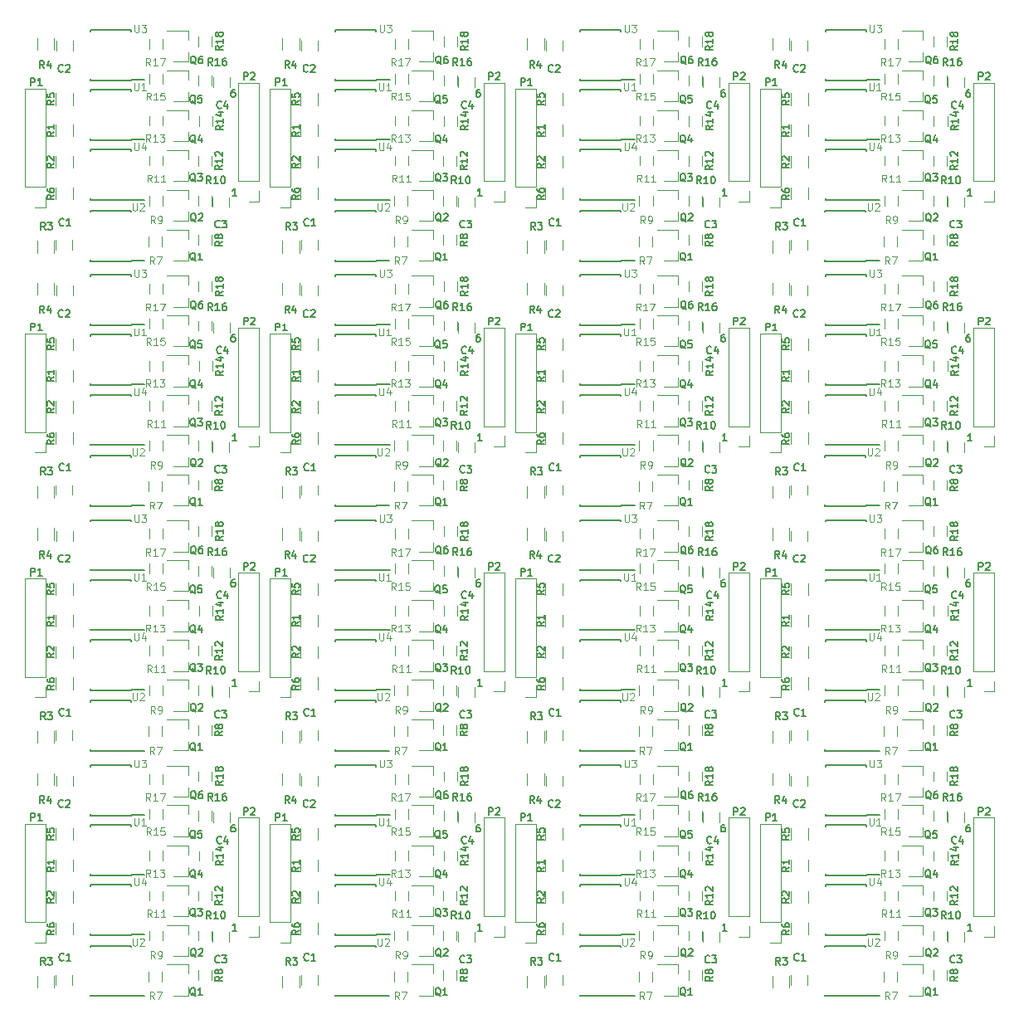
<source format=gto>
G04 #@! TF.FileFunction,Legend,Top*
%FSLAX46Y46*%
G04 Gerber Fmt 4.6, Leading zero omitted, Abs format (unit mm)*
G04 Created by KiCad (PCBNEW 4.0.2-stable) date 11/9/2017 2:08:56 PM*
%MOMM*%
G01*
G04 APERTURE LIST*
%ADD10C,0.100000*%
%ADD11C,0.150000*%
%ADD12C,0.120000*%
G04 APERTURE END LIST*
D10*
D11*
X196935857Y-131802686D02*
X196793000Y-131802686D01*
X196721571Y-131838400D01*
X196685857Y-131874114D01*
X196614428Y-131981257D01*
X196578714Y-132124114D01*
X196578714Y-132409829D01*
X196614428Y-132481257D01*
X196650143Y-132516971D01*
X196721571Y-132552686D01*
X196864428Y-132552686D01*
X196935857Y-132516971D01*
X196971571Y-132481257D01*
X197007286Y-132409829D01*
X197007286Y-132231257D01*
X196971571Y-132159829D01*
X196935857Y-132124114D01*
X196864428Y-132088400D01*
X196721571Y-132088400D01*
X196650143Y-132124114D01*
X196614428Y-132159829D01*
X196578714Y-132231257D01*
X197159686Y-142661886D02*
X196731114Y-142661886D01*
X196945400Y-142661886D02*
X196945400Y-141911886D01*
X196873971Y-142019029D01*
X196802543Y-142090457D01*
X196731114Y-142126171D01*
X171935857Y-131802686D02*
X171793000Y-131802686D01*
X171721571Y-131838400D01*
X171685857Y-131874114D01*
X171614428Y-131981257D01*
X171578714Y-132124114D01*
X171578714Y-132409829D01*
X171614428Y-132481257D01*
X171650143Y-132516971D01*
X171721571Y-132552686D01*
X171864428Y-132552686D01*
X171935857Y-132516971D01*
X171971571Y-132481257D01*
X172007286Y-132409829D01*
X172007286Y-132231257D01*
X171971571Y-132159829D01*
X171935857Y-132124114D01*
X171864428Y-132088400D01*
X171721571Y-132088400D01*
X171650143Y-132124114D01*
X171614428Y-132159829D01*
X171578714Y-132231257D01*
X172159686Y-142661886D02*
X171731114Y-142661886D01*
X171945400Y-142661886D02*
X171945400Y-141911886D01*
X171873971Y-142019029D01*
X171802543Y-142090457D01*
X171731114Y-142126171D01*
X122159686Y-142661886D02*
X121731114Y-142661886D01*
X121945400Y-142661886D02*
X121945400Y-141911886D01*
X121873971Y-142019029D01*
X121802543Y-142090457D01*
X121731114Y-142126171D01*
X121935857Y-131802686D02*
X121793000Y-131802686D01*
X121721571Y-131838400D01*
X121685857Y-131874114D01*
X121614428Y-131981257D01*
X121578714Y-132124114D01*
X121578714Y-132409829D01*
X121614428Y-132481257D01*
X121650143Y-132516971D01*
X121721571Y-132552686D01*
X121864428Y-132552686D01*
X121935857Y-132516971D01*
X121971571Y-132481257D01*
X122007286Y-132409829D01*
X122007286Y-132231257D01*
X121971571Y-132159829D01*
X121935857Y-132124114D01*
X121864428Y-132088400D01*
X121721571Y-132088400D01*
X121650143Y-132124114D01*
X121614428Y-132159829D01*
X121578714Y-132231257D01*
X147159686Y-142661886D02*
X146731114Y-142661886D01*
X146945400Y-142661886D02*
X146945400Y-141911886D01*
X146873971Y-142019029D01*
X146802543Y-142090457D01*
X146731114Y-142126171D01*
X146935857Y-131802686D02*
X146793000Y-131802686D01*
X146721571Y-131838400D01*
X146685857Y-131874114D01*
X146614428Y-131981257D01*
X146578714Y-132124114D01*
X146578714Y-132409829D01*
X146614428Y-132481257D01*
X146650143Y-132516971D01*
X146721571Y-132552686D01*
X146864428Y-132552686D01*
X146935857Y-132516971D01*
X146971571Y-132481257D01*
X147007286Y-132409829D01*
X147007286Y-132231257D01*
X146971571Y-132159829D01*
X146935857Y-132124114D01*
X146864428Y-132088400D01*
X146721571Y-132088400D01*
X146650143Y-132124114D01*
X146614428Y-132159829D01*
X146578714Y-132231257D01*
X196935857Y-106802686D02*
X196793000Y-106802686D01*
X196721571Y-106838400D01*
X196685857Y-106874114D01*
X196614428Y-106981257D01*
X196578714Y-107124114D01*
X196578714Y-107409829D01*
X196614428Y-107481257D01*
X196650143Y-107516971D01*
X196721571Y-107552686D01*
X196864428Y-107552686D01*
X196935857Y-107516971D01*
X196971571Y-107481257D01*
X197007286Y-107409829D01*
X197007286Y-107231257D01*
X196971571Y-107159829D01*
X196935857Y-107124114D01*
X196864428Y-107088400D01*
X196721571Y-107088400D01*
X196650143Y-107124114D01*
X196614428Y-107159829D01*
X196578714Y-107231257D01*
X197159686Y-117661886D02*
X196731114Y-117661886D01*
X196945400Y-117661886D02*
X196945400Y-116911886D01*
X196873971Y-117019029D01*
X196802543Y-117090457D01*
X196731114Y-117126171D01*
X171935857Y-106802686D02*
X171793000Y-106802686D01*
X171721571Y-106838400D01*
X171685857Y-106874114D01*
X171614428Y-106981257D01*
X171578714Y-107124114D01*
X171578714Y-107409829D01*
X171614428Y-107481257D01*
X171650143Y-107516971D01*
X171721571Y-107552686D01*
X171864428Y-107552686D01*
X171935857Y-107516971D01*
X171971571Y-107481257D01*
X172007286Y-107409829D01*
X172007286Y-107231257D01*
X171971571Y-107159829D01*
X171935857Y-107124114D01*
X171864428Y-107088400D01*
X171721571Y-107088400D01*
X171650143Y-107124114D01*
X171614428Y-107159829D01*
X171578714Y-107231257D01*
X172159686Y-117661886D02*
X171731114Y-117661886D01*
X171945400Y-117661886D02*
X171945400Y-116911886D01*
X171873971Y-117019029D01*
X171802543Y-117090457D01*
X171731114Y-117126171D01*
X122159686Y-117661886D02*
X121731114Y-117661886D01*
X121945400Y-117661886D02*
X121945400Y-116911886D01*
X121873971Y-117019029D01*
X121802543Y-117090457D01*
X121731114Y-117126171D01*
X121935857Y-106802686D02*
X121793000Y-106802686D01*
X121721571Y-106838400D01*
X121685857Y-106874114D01*
X121614428Y-106981257D01*
X121578714Y-107124114D01*
X121578714Y-107409829D01*
X121614428Y-107481257D01*
X121650143Y-107516971D01*
X121721571Y-107552686D01*
X121864428Y-107552686D01*
X121935857Y-107516971D01*
X121971571Y-107481257D01*
X122007286Y-107409829D01*
X122007286Y-107231257D01*
X121971571Y-107159829D01*
X121935857Y-107124114D01*
X121864428Y-107088400D01*
X121721571Y-107088400D01*
X121650143Y-107124114D01*
X121614428Y-107159829D01*
X121578714Y-107231257D01*
X147159686Y-117661886D02*
X146731114Y-117661886D01*
X146945400Y-117661886D02*
X146945400Y-116911886D01*
X146873971Y-117019029D01*
X146802543Y-117090457D01*
X146731114Y-117126171D01*
X146935857Y-106802686D02*
X146793000Y-106802686D01*
X146721571Y-106838400D01*
X146685857Y-106874114D01*
X146614428Y-106981257D01*
X146578714Y-107124114D01*
X146578714Y-107409829D01*
X146614428Y-107481257D01*
X146650143Y-107516971D01*
X146721571Y-107552686D01*
X146864428Y-107552686D01*
X146935857Y-107516971D01*
X146971571Y-107481257D01*
X147007286Y-107409829D01*
X147007286Y-107231257D01*
X146971571Y-107159829D01*
X146935857Y-107124114D01*
X146864428Y-107088400D01*
X146721571Y-107088400D01*
X146650143Y-107124114D01*
X146614428Y-107159829D01*
X146578714Y-107231257D01*
X196935857Y-81802686D02*
X196793000Y-81802686D01*
X196721571Y-81838400D01*
X196685857Y-81874114D01*
X196614428Y-81981257D01*
X196578714Y-82124114D01*
X196578714Y-82409829D01*
X196614428Y-82481257D01*
X196650143Y-82516971D01*
X196721571Y-82552686D01*
X196864428Y-82552686D01*
X196935857Y-82516971D01*
X196971571Y-82481257D01*
X197007286Y-82409829D01*
X197007286Y-82231257D01*
X196971571Y-82159829D01*
X196935857Y-82124114D01*
X196864428Y-82088400D01*
X196721571Y-82088400D01*
X196650143Y-82124114D01*
X196614428Y-82159829D01*
X196578714Y-82231257D01*
X197159686Y-92661886D02*
X196731114Y-92661886D01*
X196945400Y-92661886D02*
X196945400Y-91911886D01*
X196873971Y-92019029D01*
X196802543Y-92090457D01*
X196731114Y-92126171D01*
X171935857Y-81802686D02*
X171793000Y-81802686D01*
X171721571Y-81838400D01*
X171685857Y-81874114D01*
X171614428Y-81981257D01*
X171578714Y-82124114D01*
X171578714Y-82409829D01*
X171614428Y-82481257D01*
X171650143Y-82516971D01*
X171721571Y-82552686D01*
X171864428Y-82552686D01*
X171935857Y-82516971D01*
X171971571Y-82481257D01*
X172007286Y-82409829D01*
X172007286Y-82231257D01*
X171971571Y-82159829D01*
X171935857Y-82124114D01*
X171864428Y-82088400D01*
X171721571Y-82088400D01*
X171650143Y-82124114D01*
X171614428Y-82159829D01*
X171578714Y-82231257D01*
X172159686Y-92661886D02*
X171731114Y-92661886D01*
X171945400Y-92661886D02*
X171945400Y-91911886D01*
X171873971Y-92019029D01*
X171802543Y-92090457D01*
X171731114Y-92126171D01*
X122159686Y-92661886D02*
X121731114Y-92661886D01*
X121945400Y-92661886D02*
X121945400Y-91911886D01*
X121873971Y-92019029D01*
X121802543Y-92090457D01*
X121731114Y-92126171D01*
X121935857Y-81802686D02*
X121793000Y-81802686D01*
X121721571Y-81838400D01*
X121685857Y-81874114D01*
X121614428Y-81981257D01*
X121578714Y-82124114D01*
X121578714Y-82409829D01*
X121614428Y-82481257D01*
X121650143Y-82516971D01*
X121721571Y-82552686D01*
X121864428Y-82552686D01*
X121935857Y-82516971D01*
X121971571Y-82481257D01*
X122007286Y-82409829D01*
X122007286Y-82231257D01*
X121971571Y-82159829D01*
X121935857Y-82124114D01*
X121864428Y-82088400D01*
X121721571Y-82088400D01*
X121650143Y-82124114D01*
X121614428Y-82159829D01*
X121578714Y-82231257D01*
X147159686Y-92661886D02*
X146731114Y-92661886D01*
X146945400Y-92661886D02*
X146945400Y-91911886D01*
X146873971Y-92019029D01*
X146802543Y-92090457D01*
X146731114Y-92126171D01*
X146935857Y-81802686D02*
X146793000Y-81802686D01*
X146721571Y-81838400D01*
X146685857Y-81874114D01*
X146614428Y-81981257D01*
X146578714Y-82124114D01*
X146578714Y-82409829D01*
X146614428Y-82481257D01*
X146650143Y-82516971D01*
X146721571Y-82552686D01*
X146864428Y-82552686D01*
X146935857Y-82516971D01*
X146971571Y-82481257D01*
X147007286Y-82409829D01*
X147007286Y-82231257D01*
X146971571Y-82159829D01*
X146935857Y-82124114D01*
X146864428Y-82088400D01*
X146721571Y-82088400D01*
X146650143Y-82124114D01*
X146614428Y-82159829D01*
X146578714Y-82231257D01*
X196935857Y-56802686D02*
X196793000Y-56802686D01*
X196721571Y-56838400D01*
X196685857Y-56874114D01*
X196614428Y-56981257D01*
X196578714Y-57124114D01*
X196578714Y-57409829D01*
X196614428Y-57481257D01*
X196650143Y-57516971D01*
X196721571Y-57552686D01*
X196864428Y-57552686D01*
X196935857Y-57516971D01*
X196971571Y-57481257D01*
X197007286Y-57409829D01*
X197007286Y-57231257D01*
X196971571Y-57159829D01*
X196935857Y-57124114D01*
X196864428Y-57088400D01*
X196721571Y-57088400D01*
X196650143Y-57124114D01*
X196614428Y-57159829D01*
X196578714Y-57231257D01*
X197159686Y-67661886D02*
X196731114Y-67661886D01*
X196945400Y-67661886D02*
X196945400Y-66911886D01*
X196873971Y-67019029D01*
X196802543Y-67090457D01*
X196731114Y-67126171D01*
X171935857Y-56802686D02*
X171793000Y-56802686D01*
X171721571Y-56838400D01*
X171685857Y-56874114D01*
X171614428Y-56981257D01*
X171578714Y-57124114D01*
X171578714Y-57409829D01*
X171614428Y-57481257D01*
X171650143Y-57516971D01*
X171721571Y-57552686D01*
X171864428Y-57552686D01*
X171935857Y-57516971D01*
X171971571Y-57481257D01*
X172007286Y-57409829D01*
X172007286Y-57231257D01*
X171971571Y-57159829D01*
X171935857Y-57124114D01*
X171864428Y-57088400D01*
X171721571Y-57088400D01*
X171650143Y-57124114D01*
X171614428Y-57159829D01*
X171578714Y-57231257D01*
X172159686Y-67661886D02*
X171731114Y-67661886D01*
X171945400Y-67661886D02*
X171945400Y-66911886D01*
X171873971Y-67019029D01*
X171802543Y-67090457D01*
X171731114Y-67126171D01*
X146935857Y-56802686D02*
X146793000Y-56802686D01*
X146721571Y-56838400D01*
X146685857Y-56874114D01*
X146614428Y-56981257D01*
X146578714Y-57124114D01*
X146578714Y-57409829D01*
X146614428Y-57481257D01*
X146650143Y-57516971D01*
X146721571Y-57552686D01*
X146864428Y-57552686D01*
X146935857Y-57516971D01*
X146971571Y-57481257D01*
X147007286Y-57409829D01*
X147007286Y-57231257D01*
X146971571Y-57159829D01*
X146935857Y-57124114D01*
X146864428Y-57088400D01*
X146721571Y-57088400D01*
X146650143Y-57124114D01*
X146614428Y-57159829D01*
X146578714Y-57231257D01*
X147159686Y-67661886D02*
X146731114Y-67661886D01*
X146945400Y-67661886D02*
X146945400Y-66911886D01*
X146873971Y-67019029D01*
X146802543Y-67090457D01*
X146731114Y-67126171D01*
X121935857Y-56802686D02*
X121793000Y-56802686D01*
X121721571Y-56838400D01*
X121685857Y-56874114D01*
X121614428Y-56981257D01*
X121578714Y-57124114D01*
X121578714Y-57409829D01*
X121614428Y-57481257D01*
X121650143Y-57516971D01*
X121721571Y-57552686D01*
X121864428Y-57552686D01*
X121935857Y-57516971D01*
X121971571Y-57481257D01*
X122007286Y-57409829D01*
X122007286Y-57231257D01*
X121971571Y-57159829D01*
X121935857Y-57124114D01*
X121864428Y-57088400D01*
X121721571Y-57088400D01*
X121650143Y-57124114D01*
X121614428Y-57159829D01*
X121578714Y-57231257D01*
X122159686Y-67661886D02*
X121731114Y-67661886D01*
X121945400Y-67661886D02*
X121945400Y-66911886D01*
X121873971Y-67019029D01*
X121802543Y-67090457D01*
X121731114Y-67126171D01*
D12*
X167184200Y-137095400D02*
X167184200Y-136165400D01*
X167184200Y-133935400D02*
X167184200Y-134865400D01*
X167184200Y-133935400D02*
X165024200Y-133935400D01*
X167184200Y-137095400D02*
X165724200Y-137095400D01*
X163264400Y-135495400D02*
X163264400Y-134495400D01*
X164624400Y-134495400D02*
X164624400Y-135495400D01*
X168293600Y-135520800D02*
X168293600Y-134520800D01*
X169653600Y-134520800D02*
X169653600Y-135520800D01*
X163266400Y-131209800D02*
X163266400Y-130209800D01*
X164626400Y-130209800D02*
X164626400Y-131209800D01*
X171398400Y-143803800D02*
X171398400Y-142803800D01*
X169698400Y-142803800D02*
X169698400Y-143803800D01*
X168242800Y-139583400D02*
X168242800Y-138583400D01*
X169602800Y-138583400D02*
X169602800Y-139583400D01*
X163264400Y-139571400D02*
X163264400Y-138571400D01*
X164624400Y-138571400D02*
X164624400Y-139571400D01*
X167184200Y-141159400D02*
X167184200Y-140229400D01*
X167184200Y-137999400D02*
X167184200Y-138929400D01*
X167184200Y-137999400D02*
X165024200Y-137999400D01*
X167184200Y-141159400D02*
X165724200Y-141159400D01*
X168242800Y-143648800D02*
X168242800Y-142648800D01*
X169602800Y-142648800D02*
X169602800Y-143648800D01*
X167186200Y-128967400D02*
X167186200Y-128037400D01*
X167186200Y-125807400D02*
X167186200Y-126737400D01*
X167186200Y-125807400D02*
X165026200Y-125807400D01*
X167186200Y-128967400D02*
X165726200Y-128967400D01*
X168268200Y-127392800D02*
X168268200Y-126392800D01*
X169628200Y-126392800D02*
X169628200Y-127392800D01*
X168268200Y-131406000D02*
X168268200Y-130406000D01*
X169628200Y-130406000D02*
X169628200Y-131406000D01*
X171423800Y-131595800D02*
X171423800Y-130595800D01*
X169723800Y-130595800D02*
X169723800Y-131595800D01*
X167184200Y-133006000D02*
X167184200Y-132076000D01*
X167184200Y-129846000D02*
X167184200Y-130776000D01*
X167184200Y-129846000D02*
X165024200Y-129846000D01*
X167184200Y-133006000D02*
X165724200Y-133006000D01*
X153696400Y-147172600D02*
X153696400Y-148172600D01*
X155396400Y-148172600D02*
X155396400Y-147172600D01*
D11*
X161347800Y-149317200D02*
X161347800Y-149267200D01*
X157197800Y-149317200D02*
X157197800Y-149172200D01*
X157197800Y-144167200D02*
X157197800Y-144312200D01*
X161347800Y-144167200D02*
X161347800Y-144312200D01*
X161347800Y-149317200D02*
X157197800Y-149317200D01*
X161347800Y-144167200D02*
X157197800Y-144167200D01*
X161347800Y-149267200D02*
X162747800Y-149267200D01*
D12*
X151786800Y-148475000D02*
X151786800Y-147275000D01*
X153546800Y-147275000D02*
X153546800Y-148475000D01*
X163239000Y-143648800D02*
X163239000Y-142648800D01*
X164599000Y-142648800D02*
X164599000Y-143648800D01*
X155428400Y-138606800D02*
X155428400Y-139806800D01*
X153668400Y-139806800D02*
X153668400Y-138606800D01*
D11*
X161363600Y-143094200D02*
X161363600Y-143044200D01*
X157213600Y-143094200D02*
X157213600Y-142949200D01*
X157213600Y-137944200D02*
X157213600Y-138089200D01*
X161363600Y-137944200D02*
X161363600Y-138089200D01*
X161363600Y-143094200D02*
X157213600Y-143094200D01*
X161363600Y-137944200D02*
X157213600Y-137944200D01*
X161363600Y-143044200D02*
X162763600Y-143044200D01*
D12*
X153668400Y-143007200D02*
X153668400Y-141807200D01*
X155428400Y-141807200D02*
X155428400Y-143007200D01*
D11*
X161363600Y-136972800D02*
X161363600Y-136922800D01*
X157213600Y-136972800D02*
X157213600Y-136827800D01*
X157213600Y-131822800D02*
X157213600Y-131967800D01*
X161363600Y-131822800D02*
X161363600Y-131967800D01*
X161363600Y-136972800D02*
X157213600Y-136972800D01*
X161363600Y-131822800D02*
X157213600Y-131822800D01*
X161363600Y-136922800D02*
X162763600Y-136922800D01*
D12*
X151788800Y-127769000D02*
X151788800Y-126569000D01*
X153548800Y-126569000D02*
X153548800Y-127769000D01*
X153721800Y-126846000D02*
X153721800Y-127846000D01*
X155421800Y-127846000D02*
X155421800Y-126846000D01*
D11*
X161363600Y-130876800D02*
X161363600Y-130826800D01*
X157213600Y-130876800D02*
X157213600Y-130731800D01*
X157213600Y-125726800D02*
X157213600Y-125871800D01*
X161363600Y-125726800D02*
X161363600Y-125871800D01*
X161363600Y-130876800D02*
X157213600Y-130876800D01*
X161363600Y-125726800D02*
X157213600Y-125726800D01*
X161363600Y-130826800D02*
X162763600Y-130826800D01*
D12*
X163266400Y-127653800D02*
X163266400Y-126653800D01*
X164626400Y-126653800D02*
X164626400Y-127653800D01*
X152660000Y-131713200D02*
X150540000Y-131713200D01*
X152660000Y-141773200D02*
X152660000Y-131713200D01*
X150540000Y-141773200D02*
X150540000Y-131713200D01*
X152660000Y-141773200D02*
X150540000Y-141773200D01*
X152660000Y-142773200D02*
X152660000Y-143833200D01*
X152660000Y-143833200D02*
X151600000Y-143833200D01*
X155428400Y-135406400D02*
X155428400Y-136606400D01*
X153668400Y-136606400D02*
X153668400Y-135406400D01*
X155428400Y-132206000D02*
X155428400Y-133406000D01*
X153668400Y-133406000D02*
X153668400Y-132206000D01*
X149453200Y-131109200D02*
X147333200Y-131109200D01*
X149453200Y-141169200D02*
X149453200Y-131109200D01*
X147333200Y-141169200D02*
X147333200Y-131109200D01*
X149453200Y-141169200D02*
X147333200Y-141169200D01*
X149453200Y-142169200D02*
X149453200Y-143229200D01*
X149453200Y-143229200D02*
X148393200Y-143229200D01*
X163188200Y-147801000D02*
X163188200Y-146801000D01*
X164548200Y-146801000D02*
X164548200Y-147801000D01*
X168242800Y-147674000D02*
X168242800Y-146674000D01*
X169602800Y-146674000D02*
X169602800Y-147674000D01*
X167184200Y-145223400D02*
X167184200Y-144293400D01*
X167184200Y-142063400D02*
X167184200Y-142993400D01*
X167184200Y-142063400D02*
X165024200Y-142063400D01*
X167184200Y-145223400D02*
X165724200Y-145223400D01*
X167184200Y-149262000D02*
X167184200Y-148332000D01*
X167184200Y-146102000D02*
X167184200Y-147032000D01*
X167184200Y-146102000D02*
X165024200Y-146102000D01*
X167184200Y-149262000D02*
X165724200Y-149262000D01*
X142184200Y-149262000D02*
X142184200Y-148332000D01*
X142184200Y-146102000D02*
X142184200Y-147032000D01*
X142184200Y-146102000D02*
X140024200Y-146102000D01*
X142184200Y-149262000D02*
X140724200Y-149262000D01*
X138188200Y-147801000D02*
X138188200Y-146801000D01*
X139548200Y-146801000D02*
X139548200Y-147801000D01*
X143242800Y-147674000D02*
X143242800Y-146674000D01*
X144602800Y-146674000D02*
X144602800Y-147674000D01*
X138239000Y-143648800D02*
X138239000Y-142648800D01*
X139599000Y-142648800D02*
X139599000Y-143648800D01*
X142184200Y-145223400D02*
X142184200Y-144293400D01*
X142184200Y-142063400D02*
X142184200Y-142993400D01*
X142184200Y-142063400D02*
X140024200Y-142063400D01*
X142184200Y-145223400D02*
X140724200Y-145223400D01*
X146398400Y-143803800D02*
X146398400Y-142803800D01*
X144698400Y-142803800D02*
X144698400Y-143803800D01*
D11*
X136363600Y-143094200D02*
X136363600Y-143044200D01*
X132213600Y-143094200D02*
X132213600Y-142949200D01*
X132213600Y-137944200D02*
X132213600Y-138089200D01*
X136363600Y-137944200D02*
X136363600Y-138089200D01*
X136363600Y-143094200D02*
X132213600Y-143094200D01*
X136363600Y-137944200D02*
X132213600Y-137944200D01*
X136363600Y-143044200D02*
X137763600Y-143044200D01*
D12*
X126786800Y-148475000D02*
X126786800Y-147275000D01*
X128546800Y-147275000D02*
X128546800Y-148475000D01*
X128668400Y-143007200D02*
X128668400Y-141807200D01*
X130428400Y-141807200D02*
X130428400Y-143007200D01*
D11*
X136347800Y-149317200D02*
X136347800Y-149267200D01*
X132197800Y-149317200D02*
X132197800Y-149172200D01*
X132197800Y-144167200D02*
X132197800Y-144312200D01*
X136347800Y-144167200D02*
X136347800Y-144312200D01*
X136347800Y-149317200D02*
X132197800Y-149317200D01*
X136347800Y-144167200D02*
X132197800Y-144167200D01*
X136347800Y-149267200D02*
X137747800Y-149267200D01*
D12*
X128696400Y-147172600D02*
X128696400Y-148172600D01*
X130396400Y-148172600D02*
X130396400Y-147172600D01*
X142184200Y-141159400D02*
X142184200Y-140229400D01*
X142184200Y-137999400D02*
X142184200Y-138929400D01*
X142184200Y-137999400D02*
X140024200Y-137999400D01*
X142184200Y-141159400D02*
X140724200Y-141159400D01*
X138264400Y-139571400D02*
X138264400Y-138571400D01*
X139624400Y-138571400D02*
X139624400Y-139571400D01*
X143242800Y-139583400D02*
X143242800Y-138583400D01*
X144602800Y-138583400D02*
X144602800Y-139583400D01*
X143242800Y-143648800D02*
X143242800Y-142648800D01*
X144602800Y-142648800D02*
X144602800Y-143648800D01*
X138266400Y-127653800D02*
X138266400Y-126653800D01*
X139626400Y-126653800D02*
X139626400Y-127653800D01*
X142186200Y-128967400D02*
X142186200Y-128037400D01*
X142186200Y-125807400D02*
X142186200Y-126737400D01*
X142186200Y-125807400D02*
X140026200Y-125807400D01*
X142186200Y-128967400D02*
X140726200Y-128967400D01*
X143268200Y-127392800D02*
X143268200Y-126392800D01*
X144628200Y-126392800D02*
X144628200Y-127392800D01*
X146423800Y-131595800D02*
X146423800Y-130595800D01*
X144723800Y-130595800D02*
X144723800Y-131595800D01*
X143268200Y-131406000D02*
X143268200Y-130406000D01*
X144628200Y-130406000D02*
X144628200Y-131406000D01*
X142184200Y-133006000D02*
X142184200Y-132076000D01*
X142184200Y-129846000D02*
X142184200Y-130776000D01*
X142184200Y-129846000D02*
X140024200Y-129846000D01*
X142184200Y-133006000D02*
X140724200Y-133006000D01*
D11*
X136363600Y-130876800D02*
X136363600Y-130826800D01*
X132213600Y-130876800D02*
X132213600Y-130731800D01*
X132213600Y-125726800D02*
X132213600Y-125871800D01*
X136363600Y-125726800D02*
X136363600Y-125871800D01*
X136363600Y-130876800D02*
X132213600Y-130876800D01*
X136363600Y-125726800D02*
X132213600Y-125726800D01*
X136363600Y-130826800D02*
X137763600Y-130826800D01*
X136363600Y-136972800D02*
X136363600Y-136922800D01*
X132213600Y-136972800D02*
X132213600Y-136827800D01*
X132213600Y-131822800D02*
X132213600Y-131967800D01*
X136363600Y-131822800D02*
X136363600Y-131967800D01*
X136363600Y-136972800D02*
X132213600Y-136972800D01*
X136363600Y-131822800D02*
X132213600Y-131822800D01*
X136363600Y-136922800D02*
X137763600Y-136922800D01*
D12*
X143293600Y-135520800D02*
X143293600Y-134520800D01*
X144653600Y-134520800D02*
X144653600Y-135520800D01*
X142184200Y-137095400D02*
X142184200Y-136165400D01*
X142184200Y-133935400D02*
X142184200Y-134865400D01*
X142184200Y-133935400D02*
X140024200Y-133935400D01*
X142184200Y-137095400D02*
X140724200Y-137095400D01*
X138266400Y-131209800D02*
X138266400Y-130209800D01*
X139626400Y-130209800D02*
X139626400Y-131209800D01*
X138264400Y-135495400D02*
X138264400Y-134495400D01*
X139624400Y-134495400D02*
X139624400Y-135495400D01*
X118268200Y-127392800D02*
X118268200Y-126392800D01*
X119628200Y-126392800D02*
X119628200Y-127392800D01*
X113266400Y-127653800D02*
X113266400Y-126653800D01*
X114626400Y-126653800D02*
X114626400Y-127653800D01*
X117186200Y-128967400D02*
X117186200Y-128037400D01*
X117186200Y-125807400D02*
X117186200Y-126737400D01*
X117186200Y-125807400D02*
X115026200Y-125807400D01*
X117186200Y-128967400D02*
X115726200Y-128967400D01*
X117184200Y-133006000D02*
X117184200Y-132076000D01*
X117184200Y-129846000D02*
X117184200Y-130776000D01*
X117184200Y-129846000D02*
X115024200Y-129846000D01*
X117184200Y-133006000D02*
X115724200Y-133006000D01*
X118293600Y-135520800D02*
X118293600Y-134520800D01*
X119653600Y-134520800D02*
X119653600Y-135520800D01*
X113266400Y-131209800D02*
X113266400Y-130209800D01*
X114626400Y-130209800D02*
X114626400Y-131209800D01*
X117184200Y-137095400D02*
X117184200Y-136165400D01*
X117184200Y-133935400D02*
X117184200Y-134865400D01*
X117184200Y-133935400D02*
X115024200Y-133935400D01*
X117184200Y-137095400D02*
X115724200Y-137095400D01*
X121398400Y-143803800D02*
X121398400Y-142803800D01*
X119698400Y-142803800D02*
X119698400Y-143803800D01*
X117184200Y-141159400D02*
X117184200Y-140229400D01*
X117184200Y-137999400D02*
X117184200Y-138929400D01*
X117184200Y-137999400D02*
X115024200Y-137999400D01*
X117184200Y-141159400D02*
X115724200Y-141159400D01*
X118242800Y-139583400D02*
X118242800Y-138583400D01*
X119602800Y-138583400D02*
X119602800Y-139583400D01*
X118242800Y-143648800D02*
X118242800Y-142648800D01*
X119602800Y-142648800D02*
X119602800Y-143648800D01*
X121423800Y-131595800D02*
X121423800Y-130595800D01*
X119723800Y-130595800D02*
X119723800Y-131595800D01*
X118268200Y-131406000D02*
X118268200Y-130406000D01*
X119628200Y-130406000D02*
X119628200Y-131406000D01*
X128721800Y-126846000D02*
X128721800Y-127846000D01*
X130421800Y-127846000D02*
X130421800Y-126846000D01*
X126788800Y-127769000D02*
X126788800Y-126569000D01*
X128548800Y-126569000D02*
X128548800Y-127769000D01*
X130428400Y-138606800D02*
X130428400Y-139806800D01*
X128668400Y-139806800D02*
X128668400Y-138606800D01*
X127660000Y-131713200D02*
X125540000Y-131713200D01*
X127660000Y-141773200D02*
X127660000Y-131713200D01*
X125540000Y-141773200D02*
X125540000Y-131713200D01*
X127660000Y-141773200D02*
X125540000Y-141773200D01*
X127660000Y-142773200D02*
X127660000Y-143833200D01*
X127660000Y-143833200D02*
X126600000Y-143833200D01*
X130428400Y-135406400D02*
X130428400Y-136606400D01*
X128668400Y-136606400D02*
X128668400Y-135406400D01*
X124453200Y-131109200D02*
X122333200Y-131109200D01*
X124453200Y-141169200D02*
X124453200Y-131109200D01*
X122333200Y-141169200D02*
X122333200Y-131109200D01*
X124453200Y-141169200D02*
X122333200Y-141169200D01*
X124453200Y-142169200D02*
X124453200Y-143229200D01*
X124453200Y-143229200D02*
X123393200Y-143229200D01*
X130428400Y-132206000D02*
X130428400Y-133406000D01*
X128668400Y-133406000D02*
X128668400Y-132206000D01*
D11*
X111363600Y-130876800D02*
X111363600Y-130826800D01*
X107213600Y-130876800D02*
X107213600Y-130731800D01*
X107213600Y-125726800D02*
X107213600Y-125871800D01*
X111363600Y-125726800D02*
X111363600Y-125871800D01*
X111363600Y-130876800D02*
X107213600Y-130876800D01*
X111363600Y-125726800D02*
X107213600Y-125726800D01*
X111363600Y-130826800D02*
X112763600Y-130826800D01*
D12*
X105428400Y-132206000D02*
X105428400Y-133406000D01*
X103668400Y-133406000D02*
X103668400Y-132206000D01*
X101788800Y-127769000D02*
X101788800Y-126569000D01*
X103548800Y-126569000D02*
X103548800Y-127769000D01*
X103721800Y-126846000D02*
X103721800Y-127846000D01*
X105421800Y-127846000D02*
X105421800Y-126846000D01*
X113239000Y-143648800D02*
X113239000Y-142648800D01*
X114599000Y-142648800D02*
X114599000Y-143648800D01*
X113264400Y-135495400D02*
X113264400Y-134495400D01*
X114624400Y-134495400D02*
X114624400Y-135495400D01*
D11*
X111363600Y-136972800D02*
X111363600Y-136922800D01*
X107213600Y-136972800D02*
X107213600Y-136827800D01*
X107213600Y-131822800D02*
X107213600Y-131967800D01*
X111363600Y-131822800D02*
X111363600Y-131967800D01*
X111363600Y-136972800D02*
X107213600Y-136972800D01*
X111363600Y-131822800D02*
X107213600Y-131822800D01*
X111363600Y-136922800D02*
X112763600Y-136922800D01*
D12*
X113264400Y-139571400D02*
X113264400Y-138571400D01*
X114624400Y-138571400D02*
X114624400Y-139571400D01*
D11*
X111363600Y-143094200D02*
X111363600Y-143044200D01*
X107213600Y-143094200D02*
X107213600Y-142949200D01*
X107213600Y-137944200D02*
X107213600Y-138089200D01*
X111363600Y-137944200D02*
X111363600Y-138089200D01*
X111363600Y-143094200D02*
X107213600Y-143094200D01*
X111363600Y-137944200D02*
X107213600Y-137944200D01*
X111363600Y-143044200D02*
X112763600Y-143044200D01*
D12*
X118242800Y-147674000D02*
X118242800Y-146674000D01*
X119602800Y-146674000D02*
X119602800Y-147674000D01*
X117184200Y-145223400D02*
X117184200Y-144293400D01*
X117184200Y-142063400D02*
X117184200Y-142993400D01*
X117184200Y-142063400D02*
X115024200Y-142063400D01*
X117184200Y-145223400D02*
X115724200Y-145223400D01*
X117184200Y-149262000D02*
X117184200Y-148332000D01*
X117184200Y-146102000D02*
X117184200Y-147032000D01*
X117184200Y-146102000D02*
X115024200Y-146102000D01*
X117184200Y-149262000D02*
X115724200Y-149262000D01*
X113188200Y-147801000D02*
X113188200Y-146801000D01*
X114548200Y-146801000D02*
X114548200Y-147801000D01*
D11*
X111347800Y-149317200D02*
X111347800Y-149267200D01*
X107197800Y-149317200D02*
X107197800Y-149172200D01*
X107197800Y-144167200D02*
X107197800Y-144312200D01*
X111347800Y-144167200D02*
X111347800Y-144312200D01*
X111347800Y-149317200D02*
X107197800Y-149317200D01*
X111347800Y-144167200D02*
X107197800Y-144167200D01*
X111347800Y-149267200D02*
X112747800Y-149267200D01*
D12*
X101786800Y-148475000D02*
X101786800Y-147275000D01*
X103546800Y-147275000D02*
X103546800Y-148475000D01*
X103696400Y-147172600D02*
X103696400Y-148172600D01*
X105396400Y-148172600D02*
X105396400Y-147172600D01*
X102660000Y-131713200D02*
X100540000Y-131713200D01*
X102660000Y-141773200D02*
X102660000Y-131713200D01*
X100540000Y-141773200D02*
X100540000Y-131713200D01*
X102660000Y-141773200D02*
X100540000Y-141773200D01*
X102660000Y-142773200D02*
X102660000Y-143833200D01*
X102660000Y-143833200D02*
X101600000Y-143833200D01*
X103668400Y-143007200D02*
X103668400Y-141807200D01*
X105428400Y-141807200D02*
X105428400Y-143007200D01*
X105428400Y-138606800D02*
X105428400Y-139806800D01*
X103668400Y-139806800D02*
X103668400Y-138606800D01*
X105428400Y-135406400D02*
X105428400Y-136606400D01*
X103668400Y-136606400D02*
X103668400Y-135406400D01*
D11*
X186347800Y-149317200D02*
X186347800Y-149267200D01*
X182197800Y-149317200D02*
X182197800Y-149172200D01*
X182197800Y-144167200D02*
X182197800Y-144312200D01*
X186347800Y-144167200D02*
X186347800Y-144312200D01*
X186347800Y-149317200D02*
X182197800Y-149317200D01*
X186347800Y-144167200D02*
X182197800Y-144167200D01*
X186347800Y-149267200D02*
X187747800Y-149267200D01*
D12*
X192184200Y-141159400D02*
X192184200Y-140229400D01*
X192184200Y-137999400D02*
X192184200Y-138929400D01*
X192184200Y-137999400D02*
X190024200Y-137999400D01*
X192184200Y-141159400D02*
X190724200Y-141159400D01*
X188264400Y-139571400D02*
X188264400Y-138571400D01*
X189624400Y-138571400D02*
X189624400Y-139571400D01*
X188239000Y-143648800D02*
X188239000Y-142648800D01*
X189599000Y-142648800D02*
X189599000Y-143648800D01*
D11*
X186363600Y-143094200D02*
X186363600Y-143044200D01*
X182213600Y-143094200D02*
X182213600Y-142949200D01*
X182213600Y-137944200D02*
X182213600Y-138089200D01*
X186363600Y-137944200D02*
X186363600Y-138089200D01*
X186363600Y-143094200D02*
X182213600Y-143094200D01*
X186363600Y-137944200D02*
X182213600Y-137944200D01*
X186363600Y-143044200D02*
X187763600Y-143044200D01*
X186363600Y-130876800D02*
X186363600Y-130826800D01*
X182213600Y-130876800D02*
X182213600Y-130731800D01*
X182213600Y-125726800D02*
X182213600Y-125871800D01*
X186363600Y-125726800D02*
X186363600Y-125871800D01*
X186363600Y-130876800D02*
X182213600Y-130876800D01*
X186363600Y-125726800D02*
X182213600Y-125726800D01*
X186363600Y-130826800D02*
X187763600Y-130826800D01*
D12*
X180428400Y-132206000D02*
X180428400Y-133406000D01*
X178668400Y-133406000D02*
X178668400Y-132206000D01*
X176788800Y-127769000D02*
X176788800Y-126569000D01*
X178548800Y-126569000D02*
X178548800Y-127769000D01*
X192184200Y-133006000D02*
X192184200Y-132076000D01*
X192184200Y-129846000D02*
X192184200Y-130776000D01*
X192184200Y-129846000D02*
X190024200Y-129846000D01*
X192184200Y-133006000D02*
X190724200Y-133006000D01*
X178721800Y-126846000D02*
X178721800Y-127846000D01*
X180421800Y-127846000D02*
X180421800Y-126846000D01*
D11*
X186363600Y-136972800D02*
X186363600Y-136922800D01*
X182213600Y-136972800D02*
X182213600Y-136827800D01*
X182213600Y-131822800D02*
X182213600Y-131967800D01*
X186363600Y-131822800D02*
X186363600Y-131967800D01*
X186363600Y-136972800D02*
X182213600Y-136972800D01*
X186363600Y-131822800D02*
X182213600Y-131822800D01*
X186363600Y-136922800D02*
X187763600Y-136922800D01*
D12*
X192186200Y-128967400D02*
X192186200Y-128037400D01*
X192186200Y-125807400D02*
X192186200Y-126737400D01*
X192186200Y-125807400D02*
X190026200Y-125807400D01*
X192186200Y-128967400D02*
X190726200Y-128967400D01*
X188266400Y-127653800D02*
X188266400Y-126653800D01*
X189626400Y-126653800D02*
X189626400Y-127653800D01*
X193268200Y-127392800D02*
X193268200Y-126392800D01*
X194628200Y-126392800D02*
X194628200Y-127392800D01*
X193268200Y-131406000D02*
X193268200Y-130406000D01*
X194628200Y-130406000D02*
X194628200Y-131406000D01*
X196423800Y-131595800D02*
X196423800Y-130595800D01*
X194723800Y-130595800D02*
X194723800Y-131595800D01*
X188266400Y-131209800D02*
X188266400Y-130209800D01*
X189626400Y-130209800D02*
X189626400Y-131209800D01*
X178696400Y-147172600D02*
X178696400Y-148172600D01*
X180396400Y-148172600D02*
X180396400Y-147172600D01*
X178668400Y-143007200D02*
X178668400Y-141807200D01*
X180428400Y-141807200D02*
X180428400Y-143007200D01*
X180428400Y-138606800D02*
X180428400Y-139806800D01*
X178668400Y-139806800D02*
X178668400Y-138606800D01*
X177660000Y-131713200D02*
X175540000Y-131713200D01*
X177660000Y-141773200D02*
X177660000Y-131713200D01*
X175540000Y-141773200D02*
X175540000Y-131713200D01*
X177660000Y-141773200D02*
X175540000Y-141773200D01*
X177660000Y-142773200D02*
X177660000Y-143833200D01*
X177660000Y-143833200D02*
X176600000Y-143833200D01*
X180428400Y-135406400D02*
X180428400Y-136606400D01*
X178668400Y-136606400D02*
X178668400Y-135406400D01*
X176786800Y-148475000D02*
X176786800Y-147275000D01*
X178546800Y-147275000D02*
X178546800Y-148475000D01*
X174453200Y-131109200D02*
X172333200Y-131109200D01*
X174453200Y-141169200D02*
X174453200Y-131109200D01*
X172333200Y-141169200D02*
X172333200Y-131109200D01*
X174453200Y-141169200D02*
X172333200Y-141169200D01*
X174453200Y-142169200D02*
X174453200Y-143229200D01*
X174453200Y-143229200D02*
X173393200Y-143229200D01*
X199453200Y-131109200D02*
X197333200Y-131109200D01*
X199453200Y-141169200D02*
X199453200Y-131109200D01*
X197333200Y-141169200D02*
X197333200Y-131109200D01*
X199453200Y-141169200D02*
X197333200Y-141169200D01*
X199453200Y-142169200D02*
X199453200Y-143229200D01*
X199453200Y-143229200D02*
X198393200Y-143229200D01*
X192184200Y-137095400D02*
X192184200Y-136165400D01*
X192184200Y-133935400D02*
X192184200Y-134865400D01*
X192184200Y-133935400D02*
X190024200Y-133935400D01*
X192184200Y-137095400D02*
X190724200Y-137095400D01*
X193293600Y-135520800D02*
X193293600Y-134520800D01*
X194653600Y-134520800D02*
X194653600Y-135520800D01*
X188264400Y-135495400D02*
X188264400Y-134495400D01*
X189624400Y-134495400D02*
X189624400Y-135495400D01*
X196398400Y-143803800D02*
X196398400Y-142803800D01*
X194698400Y-142803800D02*
X194698400Y-143803800D01*
X193242800Y-139583400D02*
X193242800Y-138583400D01*
X194602800Y-138583400D02*
X194602800Y-139583400D01*
X193242800Y-143648800D02*
X193242800Y-142648800D01*
X194602800Y-142648800D02*
X194602800Y-143648800D01*
X192184200Y-145223400D02*
X192184200Y-144293400D01*
X192184200Y-142063400D02*
X192184200Y-142993400D01*
X192184200Y-142063400D02*
X190024200Y-142063400D01*
X192184200Y-145223400D02*
X190724200Y-145223400D01*
X188188200Y-147801000D02*
X188188200Y-146801000D01*
X189548200Y-146801000D02*
X189548200Y-147801000D01*
X192184200Y-149262000D02*
X192184200Y-148332000D01*
X192184200Y-146102000D02*
X192184200Y-147032000D01*
X192184200Y-146102000D02*
X190024200Y-146102000D01*
X192184200Y-149262000D02*
X190724200Y-149262000D01*
X193242800Y-147674000D02*
X193242800Y-146674000D01*
X194602800Y-146674000D02*
X194602800Y-147674000D01*
X167184200Y-112095400D02*
X167184200Y-111165400D01*
X167184200Y-108935400D02*
X167184200Y-109865400D01*
X167184200Y-108935400D02*
X165024200Y-108935400D01*
X167184200Y-112095400D02*
X165724200Y-112095400D01*
X163264400Y-110495400D02*
X163264400Y-109495400D01*
X164624400Y-109495400D02*
X164624400Y-110495400D01*
X168293600Y-110520800D02*
X168293600Y-109520800D01*
X169653600Y-109520800D02*
X169653600Y-110520800D01*
X163266400Y-106209800D02*
X163266400Y-105209800D01*
X164626400Y-105209800D02*
X164626400Y-106209800D01*
X171398400Y-118803800D02*
X171398400Y-117803800D01*
X169698400Y-117803800D02*
X169698400Y-118803800D01*
X168242800Y-114583400D02*
X168242800Y-113583400D01*
X169602800Y-113583400D02*
X169602800Y-114583400D01*
X163264400Y-114571400D02*
X163264400Y-113571400D01*
X164624400Y-113571400D02*
X164624400Y-114571400D01*
X167184200Y-116159400D02*
X167184200Y-115229400D01*
X167184200Y-112999400D02*
X167184200Y-113929400D01*
X167184200Y-112999400D02*
X165024200Y-112999400D01*
X167184200Y-116159400D02*
X165724200Y-116159400D01*
X168242800Y-118648800D02*
X168242800Y-117648800D01*
X169602800Y-117648800D02*
X169602800Y-118648800D01*
X167186200Y-103967400D02*
X167186200Y-103037400D01*
X167186200Y-100807400D02*
X167186200Y-101737400D01*
X167186200Y-100807400D02*
X165026200Y-100807400D01*
X167186200Y-103967400D02*
X165726200Y-103967400D01*
X168268200Y-102392800D02*
X168268200Y-101392800D01*
X169628200Y-101392800D02*
X169628200Y-102392800D01*
X168268200Y-106406000D02*
X168268200Y-105406000D01*
X169628200Y-105406000D02*
X169628200Y-106406000D01*
X171423800Y-106595800D02*
X171423800Y-105595800D01*
X169723800Y-105595800D02*
X169723800Y-106595800D01*
X167184200Y-108006000D02*
X167184200Y-107076000D01*
X167184200Y-104846000D02*
X167184200Y-105776000D01*
X167184200Y-104846000D02*
X165024200Y-104846000D01*
X167184200Y-108006000D02*
X165724200Y-108006000D01*
X153696400Y-122172600D02*
X153696400Y-123172600D01*
X155396400Y-123172600D02*
X155396400Y-122172600D01*
D11*
X161347800Y-124317200D02*
X161347800Y-124267200D01*
X157197800Y-124317200D02*
X157197800Y-124172200D01*
X157197800Y-119167200D02*
X157197800Y-119312200D01*
X161347800Y-119167200D02*
X161347800Y-119312200D01*
X161347800Y-124317200D02*
X157197800Y-124317200D01*
X161347800Y-119167200D02*
X157197800Y-119167200D01*
X161347800Y-124267200D02*
X162747800Y-124267200D01*
D12*
X151786800Y-123475000D02*
X151786800Y-122275000D01*
X153546800Y-122275000D02*
X153546800Y-123475000D01*
X163239000Y-118648800D02*
X163239000Y-117648800D01*
X164599000Y-117648800D02*
X164599000Y-118648800D01*
X155428400Y-113606800D02*
X155428400Y-114806800D01*
X153668400Y-114806800D02*
X153668400Y-113606800D01*
D11*
X161363600Y-118094200D02*
X161363600Y-118044200D01*
X157213600Y-118094200D02*
X157213600Y-117949200D01*
X157213600Y-112944200D02*
X157213600Y-113089200D01*
X161363600Y-112944200D02*
X161363600Y-113089200D01*
X161363600Y-118094200D02*
X157213600Y-118094200D01*
X161363600Y-112944200D02*
X157213600Y-112944200D01*
X161363600Y-118044200D02*
X162763600Y-118044200D01*
D12*
X153668400Y-118007200D02*
X153668400Y-116807200D01*
X155428400Y-116807200D02*
X155428400Y-118007200D01*
D11*
X161363600Y-111972800D02*
X161363600Y-111922800D01*
X157213600Y-111972800D02*
X157213600Y-111827800D01*
X157213600Y-106822800D02*
X157213600Y-106967800D01*
X161363600Y-106822800D02*
X161363600Y-106967800D01*
X161363600Y-111972800D02*
X157213600Y-111972800D01*
X161363600Y-106822800D02*
X157213600Y-106822800D01*
X161363600Y-111922800D02*
X162763600Y-111922800D01*
D12*
X151788800Y-102769000D02*
X151788800Y-101569000D01*
X153548800Y-101569000D02*
X153548800Y-102769000D01*
X153721800Y-101846000D02*
X153721800Y-102846000D01*
X155421800Y-102846000D02*
X155421800Y-101846000D01*
D11*
X161363600Y-105876800D02*
X161363600Y-105826800D01*
X157213600Y-105876800D02*
X157213600Y-105731800D01*
X157213600Y-100726800D02*
X157213600Y-100871800D01*
X161363600Y-100726800D02*
X161363600Y-100871800D01*
X161363600Y-105876800D02*
X157213600Y-105876800D01*
X161363600Y-100726800D02*
X157213600Y-100726800D01*
X161363600Y-105826800D02*
X162763600Y-105826800D01*
D12*
X163266400Y-102653800D02*
X163266400Y-101653800D01*
X164626400Y-101653800D02*
X164626400Y-102653800D01*
X152660000Y-106713200D02*
X150540000Y-106713200D01*
X152660000Y-116773200D02*
X152660000Y-106713200D01*
X150540000Y-116773200D02*
X150540000Y-106713200D01*
X152660000Y-116773200D02*
X150540000Y-116773200D01*
X152660000Y-117773200D02*
X152660000Y-118833200D01*
X152660000Y-118833200D02*
X151600000Y-118833200D01*
X155428400Y-110406400D02*
X155428400Y-111606400D01*
X153668400Y-111606400D02*
X153668400Y-110406400D01*
X155428400Y-107206000D02*
X155428400Y-108406000D01*
X153668400Y-108406000D02*
X153668400Y-107206000D01*
X149453200Y-106109200D02*
X147333200Y-106109200D01*
X149453200Y-116169200D02*
X149453200Y-106109200D01*
X147333200Y-116169200D02*
X147333200Y-106109200D01*
X149453200Y-116169200D02*
X147333200Y-116169200D01*
X149453200Y-117169200D02*
X149453200Y-118229200D01*
X149453200Y-118229200D02*
X148393200Y-118229200D01*
X163188200Y-122801000D02*
X163188200Y-121801000D01*
X164548200Y-121801000D02*
X164548200Y-122801000D01*
X168242800Y-122674000D02*
X168242800Y-121674000D01*
X169602800Y-121674000D02*
X169602800Y-122674000D01*
X167184200Y-120223400D02*
X167184200Y-119293400D01*
X167184200Y-117063400D02*
X167184200Y-117993400D01*
X167184200Y-117063400D02*
X165024200Y-117063400D01*
X167184200Y-120223400D02*
X165724200Y-120223400D01*
X167184200Y-124262000D02*
X167184200Y-123332000D01*
X167184200Y-121102000D02*
X167184200Y-122032000D01*
X167184200Y-121102000D02*
X165024200Y-121102000D01*
X167184200Y-124262000D02*
X165724200Y-124262000D01*
X142184200Y-124262000D02*
X142184200Y-123332000D01*
X142184200Y-121102000D02*
X142184200Y-122032000D01*
X142184200Y-121102000D02*
X140024200Y-121102000D01*
X142184200Y-124262000D02*
X140724200Y-124262000D01*
X138188200Y-122801000D02*
X138188200Y-121801000D01*
X139548200Y-121801000D02*
X139548200Y-122801000D01*
X143242800Y-122674000D02*
X143242800Y-121674000D01*
X144602800Y-121674000D02*
X144602800Y-122674000D01*
X138239000Y-118648800D02*
X138239000Y-117648800D01*
X139599000Y-117648800D02*
X139599000Y-118648800D01*
X142184200Y-120223400D02*
X142184200Y-119293400D01*
X142184200Y-117063400D02*
X142184200Y-117993400D01*
X142184200Y-117063400D02*
X140024200Y-117063400D01*
X142184200Y-120223400D02*
X140724200Y-120223400D01*
X146398400Y-118803800D02*
X146398400Y-117803800D01*
X144698400Y-117803800D02*
X144698400Y-118803800D01*
D11*
X136363600Y-118094200D02*
X136363600Y-118044200D01*
X132213600Y-118094200D02*
X132213600Y-117949200D01*
X132213600Y-112944200D02*
X132213600Y-113089200D01*
X136363600Y-112944200D02*
X136363600Y-113089200D01*
X136363600Y-118094200D02*
X132213600Y-118094200D01*
X136363600Y-112944200D02*
X132213600Y-112944200D01*
X136363600Y-118044200D02*
X137763600Y-118044200D01*
D12*
X126786800Y-123475000D02*
X126786800Y-122275000D01*
X128546800Y-122275000D02*
X128546800Y-123475000D01*
X128668400Y-118007200D02*
X128668400Y-116807200D01*
X130428400Y-116807200D02*
X130428400Y-118007200D01*
D11*
X136347800Y-124317200D02*
X136347800Y-124267200D01*
X132197800Y-124317200D02*
X132197800Y-124172200D01*
X132197800Y-119167200D02*
X132197800Y-119312200D01*
X136347800Y-119167200D02*
X136347800Y-119312200D01*
X136347800Y-124317200D02*
X132197800Y-124317200D01*
X136347800Y-119167200D02*
X132197800Y-119167200D01*
X136347800Y-124267200D02*
X137747800Y-124267200D01*
D12*
X128696400Y-122172600D02*
X128696400Y-123172600D01*
X130396400Y-123172600D02*
X130396400Y-122172600D01*
X142184200Y-116159400D02*
X142184200Y-115229400D01*
X142184200Y-112999400D02*
X142184200Y-113929400D01*
X142184200Y-112999400D02*
X140024200Y-112999400D01*
X142184200Y-116159400D02*
X140724200Y-116159400D01*
X138264400Y-114571400D02*
X138264400Y-113571400D01*
X139624400Y-113571400D02*
X139624400Y-114571400D01*
X143242800Y-114583400D02*
X143242800Y-113583400D01*
X144602800Y-113583400D02*
X144602800Y-114583400D01*
X143242800Y-118648800D02*
X143242800Y-117648800D01*
X144602800Y-117648800D02*
X144602800Y-118648800D01*
X138266400Y-102653800D02*
X138266400Y-101653800D01*
X139626400Y-101653800D02*
X139626400Y-102653800D01*
X142186200Y-103967400D02*
X142186200Y-103037400D01*
X142186200Y-100807400D02*
X142186200Y-101737400D01*
X142186200Y-100807400D02*
X140026200Y-100807400D01*
X142186200Y-103967400D02*
X140726200Y-103967400D01*
X143268200Y-102392800D02*
X143268200Y-101392800D01*
X144628200Y-101392800D02*
X144628200Y-102392800D01*
X146423800Y-106595800D02*
X146423800Y-105595800D01*
X144723800Y-105595800D02*
X144723800Y-106595800D01*
X143268200Y-106406000D02*
X143268200Y-105406000D01*
X144628200Y-105406000D02*
X144628200Y-106406000D01*
X142184200Y-108006000D02*
X142184200Y-107076000D01*
X142184200Y-104846000D02*
X142184200Y-105776000D01*
X142184200Y-104846000D02*
X140024200Y-104846000D01*
X142184200Y-108006000D02*
X140724200Y-108006000D01*
D11*
X136363600Y-105876800D02*
X136363600Y-105826800D01*
X132213600Y-105876800D02*
X132213600Y-105731800D01*
X132213600Y-100726800D02*
X132213600Y-100871800D01*
X136363600Y-100726800D02*
X136363600Y-100871800D01*
X136363600Y-105876800D02*
X132213600Y-105876800D01*
X136363600Y-100726800D02*
X132213600Y-100726800D01*
X136363600Y-105826800D02*
X137763600Y-105826800D01*
X136363600Y-111972800D02*
X136363600Y-111922800D01*
X132213600Y-111972800D02*
X132213600Y-111827800D01*
X132213600Y-106822800D02*
X132213600Y-106967800D01*
X136363600Y-106822800D02*
X136363600Y-106967800D01*
X136363600Y-111972800D02*
X132213600Y-111972800D01*
X136363600Y-106822800D02*
X132213600Y-106822800D01*
X136363600Y-111922800D02*
X137763600Y-111922800D01*
D12*
X143293600Y-110520800D02*
X143293600Y-109520800D01*
X144653600Y-109520800D02*
X144653600Y-110520800D01*
X142184200Y-112095400D02*
X142184200Y-111165400D01*
X142184200Y-108935400D02*
X142184200Y-109865400D01*
X142184200Y-108935400D02*
X140024200Y-108935400D01*
X142184200Y-112095400D02*
X140724200Y-112095400D01*
X138266400Y-106209800D02*
X138266400Y-105209800D01*
X139626400Y-105209800D02*
X139626400Y-106209800D01*
X138264400Y-110495400D02*
X138264400Y-109495400D01*
X139624400Y-109495400D02*
X139624400Y-110495400D01*
X118268200Y-102392800D02*
X118268200Y-101392800D01*
X119628200Y-101392800D02*
X119628200Y-102392800D01*
X113266400Y-102653800D02*
X113266400Y-101653800D01*
X114626400Y-101653800D02*
X114626400Y-102653800D01*
X117186200Y-103967400D02*
X117186200Y-103037400D01*
X117186200Y-100807400D02*
X117186200Y-101737400D01*
X117186200Y-100807400D02*
X115026200Y-100807400D01*
X117186200Y-103967400D02*
X115726200Y-103967400D01*
X117184200Y-108006000D02*
X117184200Y-107076000D01*
X117184200Y-104846000D02*
X117184200Y-105776000D01*
X117184200Y-104846000D02*
X115024200Y-104846000D01*
X117184200Y-108006000D02*
X115724200Y-108006000D01*
X118293600Y-110520800D02*
X118293600Y-109520800D01*
X119653600Y-109520800D02*
X119653600Y-110520800D01*
X113266400Y-106209800D02*
X113266400Y-105209800D01*
X114626400Y-105209800D02*
X114626400Y-106209800D01*
X117184200Y-112095400D02*
X117184200Y-111165400D01*
X117184200Y-108935400D02*
X117184200Y-109865400D01*
X117184200Y-108935400D02*
X115024200Y-108935400D01*
X117184200Y-112095400D02*
X115724200Y-112095400D01*
X121398400Y-118803800D02*
X121398400Y-117803800D01*
X119698400Y-117803800D02*
X119698400Y-118803800D01*
X117184200Y-116159400D02*
X117184200Y-115229400D01*
X117184200Y-112999400D02*
X117184200Y-113929400D01*
X117184200Y-112999400D02*
X115024200Y-112999400D01*
X117184200Y-116159400D02*
X115724200Y-116159400D01*
X118242800Y-114583400D02*
X118242800Y-113583400D01*
X119602800Y-113583400D02*
X119602800Y-114583400D01*
X118242800Y-118648800D02*
X118242800Y-117648800D01*
X119602800Y-117648800D02*
X119602800Y-118648800D01*
X121423800Y-106595800D02*
X121423800Y-105595800D01*
X119723800Y-105595800D02*
X119723800Y-106595800D01*
X118268200Y-106406000D02*
X118268200Y-105406000D01*
X119628200Y-105406000D02*
X119628200Y-106406000D01*
X128721800Y-101846000D02*
X128721800Y-102846000D01*
X130421800Y-102846000D02*
X130421800Y-101846000D01*
X126788800Y-102769000D02*
X126788800Y-101569000D01*
X128548800Y-101569000D02*
X128548800Y-102769000D01*
X130428400Y-113606800D02*
X130428400Y-114806800D01*
X128668400Y-114806800D02*
X128668400Y-113606800D01*
X127660000Y-106713200D02*
X125540000Y-106713200D01*
X127660000Y-116773200D02*
X127660000Y-106713200D01*
X125540000Y-116773200D02*
X125540000Y-106713200D01*
X127660000Y-116773200D02*
X125540000Y-116773200D01*
X127660000Y-117773200D02*
X127660000Y-118833200D01*
X127660000Y-118833200D02*
X126600000Y-118833200D01*
X130428400Y-110406400D02*
X130428400Y-111606400D01*
X128668400Y-111606400D02*
X128668400Y-110406400D01*
X124453200Y-106109200D02*
X122333200Y-106109200D01*
X124453200Y-116169200D02*
X124453200Y-106109200D01*
X122333200Y-116169200D02*
X122333200Y-106109200D01*
X124453200Y-116169200D02*
X122333200Y-116169200D01*
X124453200Y-117169200D02*
X124453200Y-118229200D01*
X124453200Y-118229200D02*
X123393200Y-118229200D01*
X130428400Y-107206000D02*
X130428400Y-108406000D01*
X128668400Y-108406000D02*
X128668400Y-107206000D01*
D11*
X111363600Y-105876800D02*
X111363600Y-105826800D01*
X107213600Y-105876800D02*
X107213600Y-105731800D01*
X107213600Y-100726800D02*
X107213600Y-100871800D01*
X111363600Y-100726800D02*
X111363600Y-100871800D01*
X111363600Y-105876800D02*
X107213600Y-105876800D01*
X111363600Y-100726800D02*
X107213600Y-100726800D01*
X111363600Y-105826800D02*
X112763600Y-105826800D01*
D12*
X105428400Y-107206000D02*
X105428400Y-108406000D01*
X103668400Y-108406000D02*
X103668400Y-107206000D01*
X101788800Y-102769000D02*
X101788800Y-101569000D01*
X103548800Y-101569000D02*
X103548800Y-102769000D01*
X103721800Y-101846000D02*
X103721800Y-102846000D01*
X105421800Y-102846000D02*
X105421800Y-101846000D01*
X113239000Y-118648800D02*
X113239000Y-117648800D01*
X114599000Y-117648800D02*
X114599000Y-118648800D01*
X113264400Y-110495400D02*
X113264400Y-109495400D01*
X114624400Y-109495400D02*
X114624400Y-110495400D01*
D11*
X111363600Y-111972800D02*
X111363600Y-111922800D01*
X107213600Y-111972800D02*
X107213600Y-111827800D01*
X107213600Y-106822800D02*
X107213600Y-106967800D01*
X111363600Y-106822800D02*
X111363600Y-106967800D01*
X111363600Y-111972800D02*
X107213600Y-111972800D01*
X111363600Y-106822800D02*
X107213600Y-106822800D01*
X111363600Y-111922800D02*
X112763600Y-111922800D01*
D12*
X113264400Y-114571400D02*
X113264400Y-113571400D01*
X114624400Y-113571400D02*
X114624400Y-114571400D01*
D11*
X111363600Y-118094200D02*
X111363600Y-118044200D01*
X107213600Y-118094200D02*
X107213600Y-117949200D01*
X107213600Y-112944200D02*
X107213600Y-113089200D01*
X111363600Y-112944200D02*
X111363600Y-113089200D01*
X111363600Y-118094200D02*
X107213600Y-118094200D01*
X111363600Y-112944200D02*
X107213600Y-112944200D01*
X111363600Y-118044200D02*
X112763600Y-118044200D01*
D12*
X118242800Y-122674000D02*
X118242800Y-121674000D01*
X119602800Y-121674000D02*
X119602800Y-122674000D01*
X117184200Y-120223400D02*
X117184200Y-119293400D01*
X117184200Y-117063400D02*
X117184200Y-117993400D01*
X117184200Y-117063400D02*
X115024200Y-117063400D01*
X117184200Y-120223400D02*
X115724200Y-120223400D01*
X117184200Y-124262000D02*
X117184200Y-123332000D01*
X117184200Y-121102000D02*
X117184200Y-122032000D01*
X117184200Y-121102000D02*
X115024200Y-121102000D01*
X117184200Y-124262000D02*
X115724200Y-124262000D01*
X113188200Y-122801000D02*
X113188200Y-121801000D01*
X114548200Y-121801000D02*
X114548200Y-122801000D01*
D11*
X111347800Y-124317200D02*
X111347800Y-124267200D01*
X107197800Y-124317200D02*
X107197800Y-124172200D01*
X107197800Y-119167200D02*
X107197800Y-119312200D01*
X111347800Y-119167200D02*
X111347800Y-119312200D01*
X111347800Y-124317200D02*
X107197800Y-124317200D01*
X111347800Y-119167200D02*
X107197800Y-119167200D01*
X111347800Y-124267200D02*
X112747800Y-124267200D01*
D12*
X101786800Y-123475000D02*
X101786800Y-122275000D01*
X103546800Y-122275000D02*
X103546800Y-123475000D01*
X103696400Y-122172600D02*
X103696400Y-123172600D01*
X105396400Y-123172600D02*
X105396400Y-122172600D01*
X102660000Y-106713200D02*
X100540000Y-106713200D01*
X102660000Y-116773200D02*
X102660000Y-106713200D01*
X100540000Y-116773200D02*
X100540000Y-106713200D01*
X102660000Y-116773200D02*
X100540000Y-116773200D01*
X102660000Y-117773200D02*
X102660000Y-118833200D01*
X102660000Y-118833200D02*
X101600000Y-118833200D01*
X103668400Y-118007200D02*
X103668400Y-116807200D01*
X105428400Y-116807200D02*
X105428400Y-118007200D01*
X105428400Y-113606800D02*
X105428400Y-114806800D01*
X103668400Y-114806800D02*
X103668400Y-113606800D01*
X105428400Y-110406400D02*
X105428400Y-111606400D01*
X103668400Y-111606400D02*
X103668400Y-110406400D01*
D11*
X186347800Y-124317200D02*
X186347800Y-124267200D01*
X182197800Y-124317200D02*
X182197800Y-124172200D01*
X182197800Y-119167200D02*
X182197800Y-119312200D01*
X186347800Y-119167200D02*
X186347800Y-119312200D01*
X186347800Y-124317200D02*
X182197800Y-124317200D01*
X186347800Y-119167200D02*
X182197800Y-119167200D01*
X186347800Y-124267200D02*
X187747800Y-124267200D01*
D12*
X192184200Y-116159400D02*
X192184200Y-115229400D01*
X192184200Y-112999400D02*
X192184200Y-113929400D01*
X192184200Y-112999400D02*
X190024200Y-112999400D01*
X192184200Y-116159400D02*
X190724200Y-116159400D01*
X188264400Y-114571400D02*
X188264400Y-113571400D01*
X189624400Y-113571400D02*
X189624400Y-114571400D01*
X188239000Y-118648800D02*
X188239000Y-117648800D01*
X189599000Y-117648800D02*
X189599000Y-118648800D01*
D11*
X186363600Y-118094200D02*
X186363600Y-118044200D01*
X182213600Y-118094200D02*
X182213600Y-117949200D01*
X182213600Y-112944200D02*
X182213600Y-113089200D01*
X186363600Y-112944200D02*
X186363600Y-113089200D01*
X186363600Y-118094200D02*
X182213600Y-118094200D01*
X186363600Y-112944200D02*
X182213600Y-112944200D01*
X186363600Y-118044200D02*
X187763600Y-118044200D01*
X186363600Y-105876800D02*
X186363600Y-105826800D01*
X182213600Y-105876800D02*
X182213600Y-105731800D01*
X182213600Y-100726800D02*
X182213600Y-100871800D01*
X186363600Y-100726800D02*
X186363600Y-100871800D01*
X186363600Y-105876800D02*
X182213600Y-105876800D01*
X186363600Y-100726800D02*
X182213600Y-100726800D01*
X186363600Y-105826800D02*
X187763600Y-105826800D01*
D12*
X180428400Y-107206000D02*
X180428400Y-108406000D01*
X178668400Y-108406000D02*
X178668400Y-107206000D01*
X176788800Y-102769000D02*
X176788800Y-101569000D01*
X178548800Y-101569000D02*
X178548800Y-102769000D01*
X192184200Y-108006000D02*
X192184200Y-107076000D01*
X192184200Y-104846000D02*
X192184200Y-105776000D01*
X192184200Y-104846000D02*
X190024200Y-104846000D01*
X192184200Y-108006000D02*
X190724200Y-108006000D01*
X178721800Y-101846000D02*
X178721800Y-102846000D01*
X180421800Y-102846000D02*
X180421800Y-101846000D01*
D11*
X186363600Y-111972800D02*
X186363600Y-111922800D01*
X182213600Y-111972800D02*
X182213600Y-111827800D01*
X182213600Y-106822800D02*
X182213600Y-106967800D01*
X186363600Y-106822800D02*
X186363600Y-106967800D01*
X186363600Y-111972800D02*
X182213600Y-111972800D01*
X186363600Y-106822800D02*
X182213600Y-106822800D01*
X186363600Y-111922800D02*
X187763600Y-111922800D01*
D12*
X192186200Y-103967400D02*
X192186200Y-103037400D01*
X192186200Y-100807400D02*
X192186200Y-101737400D01*
X192186200Y-100807400D02*
X190026200Y-100807400D01*
X192186200Y-103967400D02*
X190726200Y-103967400D01*
X188266400Y-102653800D02*
X188266400Y-101653800D01*
X189626400Y-101653800D02*
X189626400Y-102653800D01*
X193268200Y-102392800D02*
X193268200Y-101392800D01*
X194628200Y-101392800D02*
X194628200Y-102392800D01*
X193268200Y-106406000D02*
X193268200Y-105406000D01*
X194628200Y-105406000D02*
X194628200Y-106406000D01*
X196423800Y-106595800D02*
X196423800Y-105595800D01*
X194723800Y-105595800D02*
X194723800Y-106595800D01*
X188266400Y-106209800D02*
X188266400Y-105209800D01*
X189626400Y-105209800D02*
X189626400Y-106209800D01*
X178696400Y-122172600D02*
X178696400Y-123172600D01*
X180396400Y-123172600D02*
X180396400Y-122172600D01*
X178668400Y-118007200D02*
X178668400Y-116807200D01*
X180428400Y-116807200D02*
X180428400Y-118007200D01*
X180428400Y-113606800D02*
X180428400Y-114806800D01*
X178668400Y-114806800D02*
X178668400Y-113606800D01*
X177660000Y-106713200D02*
X175540000Y-106713200D01*
X177660000Y-116773200D02*
X177660000Y-106713200D01*
X175540000Y-116773200D02*
X175540000Y-106713200D01*
X177660000Y-116773200D02*
X175540000Y-116773200D01*
X177660000Y-117773200D02*
X177660000Y-118833200D01*
X177660000Y-118833200D02*
X176600000Y-118833200D01*
X180428400Y-110406400D02*
X180428400Y-111606400D01*
X178668400Y-111606400D02*
X178668400Y-110406400D01*
X176786800Y-123475000D02*
X176786800Y-122275000D01*
X178546800Y-122275000D02*
X178546800Y-123475000D01*
X174453200Y-106109200D02*
X172333200Y-106109200D01*
X174453200Y-116169200D02*
X174453200Y-106109200D01*
X172333200Y-116169200D02*
X172333200Y-106109200D01*
X174453200Y-116169200D02*
X172333200Y-116169200D01*
X174453200Y-117169200D02*
X174453200Y-118229200D01*
X174453200Y-118229200D02*
X173393200Y-118229200D01*
X199453200Y-106109200D02*
X197333200Y-106109200D01*
X199453200Y-116169200D02*
X199453200Y-106109200D01*
X197333200Y-116169200D02*
X197333200Y-106109200D01*
X199453200Y-116169200D02*
X197333200Y-116169200D01*
X199453200Y-117169200D02*
X199453200Y-118229200D01*
X199453200Y-118229200D02*
X198393200Y-118229200D01*
X192184200Y-112095400D02*
X192184200Y-111165400D01*
X192184200Y-108935400D02*
X192184200Y-109865400D01*
X192184200Y-108935400D02*
X190024200Y-108935400D01*
X192184200Y-112095400D02*
X190724200Y-112095400D01*
X193293600Y-110520800D02*
X193293600Y-109520800D01*
X194653600Y-109520800D02*
X194653600Y-110520800D01*
X188264400Y-110495400D02*
X188264400Y-109495400D01*
X189624400Y-109495400D02*
X189624400Y-110495400D01*
X196398400Y-118803800D02*
X196398400Y-117803800D01*
X194698400Y-117803800D02*
X194698400Y-118803800D01*
X193242800Y-114583400D02*
X193242800Y-113583400D01*
X194602800Y-113583400D02*
X194602800Y-114583400D01*
X193242800Y-118648800D02*
X193242800Y-117648800D01*
X194602800Y-117648800D02*
X194602800Y-118648800D01*
X192184200Y-120223400D02*
X192184200Y-119293400D01*
X192184200Y-117063400D02*
X192184200Y-117993400D01*
X192184200Y-117063400D02*
X190024200Y-117063400D01*
X192184200Y-120223400D02*
X190724200Y-120223400D01*
X188188200Y-122801000D02*
X188188200Y-121801000D01*
X189548200Y-121801000D02*
X189548200Y-122801000D01*
X192184200Y-124262000D02*
X192184200Y-123332000D01*
X192184200Y-121102000D02*
X192184200Y-122032000D01*
X192184200Y-121102000D02*
X190024200Y-121102000D01*
X192184200Y-124262000D02*
X190724200Y-124262000D01*
X193242800Y-122674000D02*
X193242800Y-121674000D01*
X194602800Y-121674000D02*
X194602800Y-122674000D01*
X167184200Y-87095400D02*
X167184200Y-86165400D01*
X167184200Y-83935400D02*
X167184200Y-84865400D01*
X167184200Y-83935400D02*
X165024200Y-83935400D01*
X167184200Y-87095400D02*
X165724200Y-87095400D01*
X163264400Y-85495400D02*
X163264400Y-84495400D01*
X164624400Y-84495400D02*
X164624400Y-85495400D01*
X168293600Y-85520800D02*
X168293600Y-84520800D01*
X169653600Y-84520800D02*
X169653600Y-85520800D01*
X163266400Y-81209800D02*
X163266400Y-80209800D01*
X164626400Y-80209800D02*
X164626400Y-81209800D01*
X171398400Y-93803800D02*
X171398400Y-92803800D01*
X169698400Y-92803800D02*
X169698400Y-93803800D01*
X168242800Y-89583400D02*
X168242800Y-88583400D01*
X169602800Y-88583400D02*
X169602800Y-89583400D01*
X163264400Y-89571400D02*
X163264400Y-88571400D01*
X164624400Y-88571400D02*
X164624400Y-89571400D01*
X167184200Y-91159400D02*
X167184200Y-90229400D01*
X167184200Y-87999400D02*
X167184200Y-88929400D01*
X167184200Y-87999400D02*
X165024200Y-87999400D01*
X167184200Y-91159400D02*
X165724200Y-91159400D01*
X168242800Y-93648800D02*
X168242800Y-92648800D01*
X169602800Y-92648800D02*
X169602800Y-93648800D01*
X167186200Y-78967400D02*
X167186200Y-78037400D01*
X167186200Y-75807400D02*
X167186200Y-76737400D01*
X167186200Y-75807400D02*
X165026200Y-75807400D01*
X167186200Y-78967400D02*
X165726200Y-78967400D01*
X168268200Y-77392800D02*
X168268200Y-76392800D01*
X169628200Y-76392800D02*
X169628200Y-77392800D01*
X168268200Y-81406000D02*
X168268200Y-80406000D01*
X169628200Y-80406000D02*
X169628200Y-81406000D01*
X171423800Y-81595800D02*
X171423800Y-80595800D01*
X169723800Y-80595800D02*
X169723800Y-81595800D01*
X167184200Y-83006000D02*
X167184200Y-82076000D01*
X167184200Y-79846000D02*
X167184200Y-80776000D01*
X167184200Y-79846000D02*
X165024200Y-79846000D01*
X167184200Y-83006000D02*
X165724200Y-83006000D01*
X153696400Y-97172600D02*
X153696400Y-98172600D01*
X155396400Y-98172600D02*
X155396400Y-97172600D01*
D11*
X161347800Y-99317200D02*
X161347800Y-99267200D01*
X157197800Y-99317200D02*
X157197800Y-99172200D01*
X157197800Y-94167200D02*
X157197800Y-94312200D01*
X161347800Y-94167200D02*
X161347800Y-94312200D01*
X161347800Y-99317200D02*
X157197800Y-99317200D01*
X161347800Y-94167200D02*
X157197800Y-94167200D01*
X161347800Y-99267200D02*
X162747800Y-99267200D01*
D12*
X151786800Y-98475000D02*
X151786800Y-97275000D01*
X153546800Y-97275000D02*
X153546800Y-98475000D01*
X163239000Y-93648800D02*
X163239000Y-92648800D01*
X164599000Y-92648800D02*
X164599000Y-93648800D01*
X155428400Y-88606800D02*
X155428400Y-89806800D01*
X153668400Y-89806800D02*
X153668400Y-88606800D01*
D11*
X161363600Y-93094200D02*
X161363600Y-93044200D01*
X157213600Y-93094200D02*
X157213600Y-92949200D01*
X157213600Y-87944200D02*
X157213600Y-88089200D01*
X161363600Y-87944200D02*
X161363600Y-88089200D01*
X161363600Y-93094200D02*
X157213600Y-93094200D01*
X161363600Y-87944200D02*
X157213600Y-87944200D01*
X161363600Y-93044200D02*
X162763600Y-93044200D01*
D12*
X153668400Y-93007200D02*
X153668400Y-91807200D01*
X155428400Y-91807200D02*
X155428400Y-93007200D01*
D11*
X161363600Y-86972800D02*
X161363600Y-86922800D01*
X157213600Y-86972800D02*
X157213600Y-86827800D01*
X157213600Y-81822800D02*
X157213600Y-81967800D01*
X161363600Y-81822800D02*
X161363600Y-81967800D01*
X161363600Y-86972800D02*
X157213600Y-86972800D01*
X161363600Y-81822800D02*
X157213600Y-81822800D01*
X161363600Y-86922800D02*
X162763600Y-86922800D01*
D12*
X151788800Y-77769000D02*
X151788800Y-76569000D01*
X153548800Y-76569000D02*
X153548800Y-77769000D01*
X153721800Y-76846000D02*
X153721800Y-77846000D01*
X155421800Y-77846000D02*
X155421800Y-76846000D01*
D11*
X161363600Y-80876800D02*
X161363600Y-80826800D01*
X157213600Y-80876800D02*
X157213600Y-80731800D01*
X157213600Y-75726800D02*
X157213600Y-75871800D01*
X161363600Y-75726800D02*
X161363600Y-75871800D01*
X161363600Y-80876800D02*
X157213600Y-80876800D01*
X161363600Y-75726800D02*
X157213600Y-75726800D01*
X161363600Y-80826800D02*
X162763600Y-80826800D01*
D12*
X163266400Y-77653800D02*
X163266400Y-76653800D01*
X164626400Y-76653800D02*
X164626400Y-77653800D01*
X152660000Y-81713200D02*
X150540000Y-81713200D01*
X152660000Y-91773200D02*
X152660000Y-81713200D01*
X150540000Y-91773200D02*
X150540000Y-81713200D01*
X152660000Y-91773200D02*
X150540000Y-91773200D01*
X152660000Y-92773200D02*
X152660000Y-93833200D01*
X152660000Y-93833200D02*
X151600000Y-93833200D01*
X155428400Y-85406400D02*
X155428400Y-86606400D01*
X153668400Y-86606400D02*
X153668400Y-85406400D01*
X155428400Y-82206000D02*
X155428400Y-83406000D01*
X153668400Y-83406000D02*
X153668400Y-82206000D01*
X149453200Y-81109200D02*
X147333200Y-81109200D01*
X149453200Y-91169200D02*
X149453200Y-81109200D01*
X147333200Y-91169200D02*
X147333200Y-81109200D01*
X149453200Y-91169200D02*
X147333200Y-91169200D01*
X149453200Y-92169200D02*
X149453200Y-93229200D01*
X149453200Y-93229200D02*
X148393200Y-93229200D01*
X163188200Y-97801000D02*
X163188200Y-96801000D01*
X164548200Y-96801000D02*
X164548200Y-97801000D01*
X168242800Y-97674000D02*
X168242800Y-96674000D01*
X169602800Y-96674000D02*
X169602800Y-97674000D01*
X167184200Y-95223400D02*
X167184200Y-94293400D01*
X167184200Y-92063400D02*
X167184200Y-92993400D01*
X167184200Y-92063400D02*
X165024200Y-92063400D01*
X167184200Y-95223400D02*
X165724200Y-95223400D01*
X167184200Y-99262000D02*
X167184200Y-98332000D01*
X167184200Y-96102000D02*
X167184200Y-97032000D01*
X167184200Y-96102000D02*
X165024200Y-96102000D01*
X167184200Y-99262000D02*
X165724200Y-99262000D01*
X142184200Y-99262000D02*
X142184200Y-98332000D01*
X142184200Y-96102000D02*
X142184200Y-97032000D01*
X142184200Y-96102000D02*
X140024200Y-96102000D01*
X142184200Y-99262000D02*
X140724200Y-99262000D01*
X138188200Y-97801000D02*
X138188200Y-96801000D01*
X139548200Y-96801000D02*
X139548200Y-97801000D01*
X143242800Y-97674000D02*
X143242800Y-96674000D01*
X144602800Y-96674000D02*
X144602800Y-97674000D01*
X138239000Y-93648800D02*
X138239000Y-92648800D01*
X139599000Y-92648800D02*
X139599000Y-93648800D01*
X142184200Y-95223400D02*
X142184200Y-94293400D01*
X142184200Y-92063400D02*
X142184200Y-92993400D01*
X142184200Y-92063400D02*
X140024200Y-92063400D01*
X142184200Y-95223400D02*
X140724200Y-95223400D01*
X146398400Y-93803800D02*
X146398400Y-92803800D01*
X144698400Y-92803800D02*
X144698400Y-93803800D01*
D11*
X136363600Y-93094200D02*
X136363600Y-93044200D01*
X132213600Y-93094200D02*
X132213600Y-92949200D01*
X132213600Y-87944200D02*
X132213600Y-88089200D01*
X136363600Y-87944200D02*
X136363600Y-88089200D01*
X136363600Y-93094200D02*
X132213600Y-93094200D01*
X136363600Y-87944200D02*
X132213600Y-87944200D01*
X136363600Y-93044200D02*
X137763600Y-93044200D01*
D12*
X126786800Y-98475000D02*
X126786800Y-97275000D01*
X128546800Y-97275000D02*
X128546800Y-98475000D01*
X128668400Y-93007200D02*
X128668400Y-91807200D01*
X130428400Y-91807200D02*
X130428400Y-93007200D01*
D11*
X136347800Y-99317200D02*
X136347800Y-99267200D01*
X132197800Y-99317200D02*
X132197800Y-99172200D01*
X132197800Y-94167200D02*
X132197800Y-94312200D01*
X136347800Y-94167200D02*
X136347800Y-94312200D01*
X136347800Y-99317200D02*
X132197800Y-99317200D01*
X136347800Y-94167200D02*
X132197800Y-94167200D01*
X136347800Y-99267200D02*
X137747800Y-99267200D01*
D12*
X128696400Y-97172600D02*
X128696400Y-98172600D01*
X130396400Y-98172600D02*
X130396400Y-97172600D01*
X142184200Y-91159400D02*
X142184200Y-90229400D01*
X142184200Y-87999400D02*
X142184200Y-88929400D01*
X142184200Y-87999400D02*
X140024200Y-87999400D01*
X142184200Y-91159400D02*
X140724200Y-91159400D01*
X138264400Y-89571400D02*
X138264400Y-88571400D01*
X139624400Y-88571400D02*
X139624400Y-89571400D01*
X143242800Y-89583400D02*
X143242800Y-88583400D01*
X144602800Y-88583400D02*
X144602800Y-89583400D01*
X143242800Y-93648800D02*
X143242800Y-92648800D01*
X144602800Y-92648800D02*
X144602800Y-93648800D01*
X138266400Y-77653800D02*
X138266400Y-76653800D01*
X139626400Y-76653800D02*
X139626400Y-77653800D01*
X142186200Y-78967400D02*
X142186200Y-78037400D01*
X142186200Y-75807400D02*
X142186200Y-76737400D01*
X142186200Y-75807400D02*
X140026200Y-75807400D01*
X142186200Y-78967400D02*
X140726200Y-78967400D01*
X143268200Y-77392800D02*
X143268200Y-76392800D01*
X144628200Y-76392800D02*
X144628200Y-77392800D01*
X146423800Y-81595800D02*
X146423800Y-80595800D01*
X144723800Y-80595800D02*
X144723800Y-81595800D01*
X143268200Y-81406000D02*
X143268200Y-80406000D01*
X144628200Y-80406000D02*
X144628200Y-81406000D01*
X142184200Y-83006000D02*
X142184200Y-82076000D01*
X142184200Y-79846000D02*
X142184200Y-80776000D01*
X142184200Y-79846000D02*
X140024200Y-79846000D01*
X142184200Y-83006000D02*
X140724200Y-83006000D01*
D11*
X136363600Y-80876800D02*
X136363600Y-80826800D01*
X132213600Y-80876800D02*
X132213600Y-80731800D01*
X132213600Y-75726800D02*
X132213600Y-75871800D01*
X136363600Y-75726800D02*
X136363600Y-75871800D01*
X136363600Y-80876800D02*
X132213600Y-80876800D01*
X136363600Y-75726800D02*
X132213600Y-75726800D01*
X136363600Y-80826800D02*
X137763600Y-80826800D01*
X136363600Y-86972800D02*
X136363600Y-86922800D01*
X132213600Y-86972800D02*
X132213600Y-86827800D01*
X132213600Y-81822800D02*
X132213600Y-81967800D01*
X136363600Y-81822800D02*
X136363600Y-81967800D01*
X136363600Y-86972800D02*
X132213600Y-86972800D01*
X136363600Y-81822800D02*
X132213600Y-81822800D01*
X136363600Y-86922800D02*
X137763600Y-86922800D01*
D12*
X143293600Y-85520800D02*
X143293600Y-84520800D01*
X144653600Y-84520800D02*
X144653600Y-85520800D01*
X142184200Y-87095400D02*
X142184200Y-86165400D01*
X142184200Y-83935400D02*
X142184200Y-84865400D01*
X142184200Y-83935400D02*
X140024200Y-83935400D01*
X142184200Y-87095400D02*
X140724200Y-87095400D01*
X138266400Y-81209800D02*
X138266400Y-80209800D01*
X139626400Y-80209800D02*
X139626400Y-81209800D01*
X138264400Y-85495400D02*
X138264400Y-84495400D01*
X139624400Y-84495400D02*
X139624400Y-85495400D01*
X118268200Y-77392800D02*
X118268200Y-76392800D01*
X119628200Y-76392800D02*
X119628200Y-77392800D01*
X113266400Y-77653800D02*
X113266400Y-76653800D01*
X114626400Y-76653800D02*
X114626400Y-77653800D01*
X117186200Y-78967400D02*
X117186200Y-78037400D01*
X117186200Y-75807400D02*
X117186200Y-76737400D01*
X117186200Y-75807400D02*
X115026200Y-75807400D01*
X117186200Y-78967400D02*
X115726200Y-78967400D01*
X117184200Y-83006000D02*
X117184200Y-82076000D01*
X117184200Y-79846000D02*
X117184200Y-80776000D01*
X117184200Y-79846000D02*
X115024200Y-79846000D01*
X117184200Y-83006000D02*
X115724200Y-83006000D01*
X118293600Y-85520800D02*
X118293600Y-84520800D01*
X119653600Y-84520800D02*
X119653600Y-85520800D01*
X113266400Y-81209800D02*
X113266400Y-80209800D01*
X114626400Y-80209800D02*
X114626400Y-81209800D01*
X117184200Y-87095400D02*
X117184200Y-86165400D01*
X117184200Y-83935400D02*
X117184200Y-84865400D01*
X117184200Y-83935400D02*
X115024200Y-83935400D01*
X117184200Y-87095400D02*
X115724200Y-87095400D01*
X121398400Y-93803800D02*
X121398400Y-92803800D01*
X119698400Y-92803800D02*
X119698400Y-93803800D01*
X117184200Y-91159400D02*
X117184200Y-90229400D01*
X117184200Y-87999400D02*
X117184200Y-88929400D01*
X117184200Y-87999400D02*
X115024200Y-87999400D01*
X117184200Y-91159400D02*
X115724200Y-91159400D01*
X118242800Y-89583400D02*
X118242800Y-88583400D01*
X119602800Y-88583400D02*
X119602800Y-89583400D01*
X118242800Y-93648800D02*
X118242800Y-92648800D01*
X119602800Y-92648800D02*
X119602800Y-93648800D01*
X121423800Y-81595800D02*
X121423800Y-80595800D01*
X119723800Y-80595800D02*
X119723800Y-81595800D01*
X118268200Y-81406000D02*
X118268200Y-80406000D01*
X119628200Y-80406000D02*
X119628200Y-81406000D01*
X128721800Y-76846000D02*
X128721800Y-77846000D01*
X130421800Y-77846000D02*
X130421800Y-76846000D01*
X126788800Y-77769000D02*
X126788800Y-76569000D01*
X128548800Y-76569000D02*
X128548800Y-77769000D01*
X130428400Y-88606800D02*
X130428400Y-89806800D01*
X128668400Y-89806800D02*
X128668400Y-88606800D01*
X127660000Y-81713200D02*
X125540000Y-81713200D01*
X127660000Y-91773200D02*
X127660000Y-81713200D01*
X125540000Y-91773200D02*
X125540000Y-81713200D01*
X127660000Y-91773200D02*
X125540000Y-91773200D01*
X127660000Y-92773200D02*
X127660000Y-93833200D01*
X127660000Y-93833200D02*
X126600000Y-93833200D01*
X130428400Y-85406400D02*
X130428400Y-86606400D01*
X128668400Y-86606400D02*
X128668400Y-85406400D01*
X124453200Y-81109200D02*
X122333200Y-81109200D01*
X124453200Y-91169200D02*
X124453200Y-81109200D01*
X122333200Y-91169200D02*
X122333200Y-81109200D01*
X124453200Y-91169200D02*
X122333200Y-91169200D01*
X124453200Y-92169200D02*
X124453200Y-93229200D01*
X124453200Y-93229200D02*
X123393200Y-93229200D01*
X130428400Y-82206000D02*
X130428400Y-83406000D01*
X128668400Y-83406000D02*
X128668400Y-82206000D01*
D11*
X111363600Y-80876800D02*
X111363600Y-80826800D01*
X107213600Y-80876800D02*
X107213600Y-80731800D01*
X107213600Y-75726800D02*
X107213600Y-75871800D01*
X111363600Y-75726800D02*
X111363600Y-75871800D01*
X111363600Y-80876800D02*
X107213600Y-80876800D01*
X111363600Y-75726800D02*
X107213600Y-75726800D01*
X111363600Y-80826800D02*
X112763600Y-80826800D01*
D12*
X105428400Y-82206000D02*
X105428400Y-83406000D01*
X103668400Y-83406000D02*
X103668400Y-82206000D01*
X101788800Y-77769000D02*
X101788800Y-76569000D01*
X103548800Y-76569000D02*
X103548800Y-77769000D01*
X103721800Y-76846000D02*
X103721800Y-77846000D01*
X105421800Y-77846000D02*
X105421800Y-76846000D01*
X113239000Y-93648800D02*
X113239000Y-92648800D01*
X114599000Y-92648800D02*
X114599000Y-93648800D01*
X113264400Y-85495400D02*
X113264400Y-84495400D01*
X114624400Y-84495400D02*
X114624400Y-85495400D01*
D11*
X111363600Y-86972800D02*
X111363600Y-86922800D01*
X107213600Y-86972800D02*
X107213600Y-86827800D01*
X107213600Y-81822800D02*
X107213600Y-81967800D01*
X111363600Y-81822800D02*
X111363600Y-81967800D01*
X111363600Y-86972800D02*
X107213600Y-86972800D01*
X111363600Y-81822800D02*
X107213600Y-81822800D01*
X111363600Y-86922800D02*
X112763600Y-86922800D01*
D12*
X113264400Y-89571400D02*
X113264400Y-88571400D01*
X114624400Y-88571400D02*
X114624400Y-89571400D01*
D11*
X111363600Y-93094200D02*
X111363600Y-93044200D01*
X107213600Y-93094200D02*
X107213600Y-92949200D01*
X107213600Y-87944200D02*
X107213600Y-88089200D01*
X111363600Y-87944200D02*
X111363600Y-88089200D01*
X111363600Y-93094200D02*
X107213600Y-93094200D01*
X111363600Y-87944200D02*
X107213600Y-87944200D01*
X111363600Y-93044200D02*
X112763600Y-93044200D01*
D12*
X118242800Y-97674000D02*
X118242800Y-96674000D01*
X119602800Y-96674000D02*
X119602800Y-97674000D01*
X117184200Y-95223400D02*
X117184200Y-94293400D01*
X117184200Y-92063400D02*
X117184200Y-92993400D01*
X117184200Y-92063400D02*
X115024200Y-92063400D01*
X117184200Y-95223400D02*
X115724200Y-95223400D01*
X117184200Y-99262000D02*
X117184200Y-98332000D01*
X117184200Y-96102000D02*
X117184200Y-97032000D01*
X117184200Y-96102000D02*
X115024200Y-96102000D01*
X117184200Y-99262000D02*
X115724200Y-99262000D01*
X113188200Y-97801000D02*
X113188200Y-96801000D01*
X114548200Y-96801000D02*
X114548200Y-97801000D01*
D11*
X111347800Y-99317200D02*
X111347800Y-99267200D01*
X107197800Y-99317200D02*
X107197800Y-99172200D01*
X107197800Y-94167200D02*
X107197800Y-94312200D01*
X111347800Y-94167200D02*
X111347800Y-94312200D01*
X111347800Y-99317200D02*
X107197800Y-99317200D01*
X111347800Y-94167200D02*
X107197800Y-94167200D01*
X111347800Y-99267200D02*
X112747800Y-99267200D01*
D12*
X101786800Y-98475000D02*
X101786800Y-97275000D01*
X103546800Y-97275000D02*
X103546800Y-98475000D01*
X103696400Y-97172600D02*
X103696400Y-98172600D01*
X105396400Y-98172600D02*
X105396400Y-97172600D01*
X102660000Y-81713200D02*
X100540000Y-81713200D01*
X102660000Y-91773200D02*
X102660000Y-81713200D01*
X100540000Y-91773200D02*
X100540000Y-81713200D01*
X102660000Y-91773200D02*
X100540000Y-91773200D01*
X102660000Y-92773200D02*
X102660000Y-93833200D01*
X102660000Y-93833200D02*
X101600000Y-93833200D01*
X103668400Y-93007200D02*
X103668400Y-91807200D01*
X105428400Y-91807200D02*
X105428400Y-93007200D01*
X105428400Y-88606800D02*
X105428400Y-89806800D01*
X103668400Y-89806800D02*
X103668400Y-88606800D01*
X105428400Y-85406400D02*
X105428400Y-86606400D01*
X103668400Y-86606400D02*
X103668400Y-85406400D01*
D11*
X186347800Y-99317200D02*
X186347800Y-99267200D01*
X182197800Y-99317200D02*
X182197800Y-99172200D01*
X182197800Y-94167200D02*
X182197800Y-94312200D01*
X186347800Y-94167200D02*
X186347800Y-94312200D01*
X186347800Y-99317200D02*
X182197800Y-99317200D01*
X186347800Y-94167200D02*
X182197800Y-94167200D01*
X186347800Y-99267200D02*
X187747800Y-99267200D01*
D12*
X192184200Y-91159400D02*
X192184200Y-90229400D01*
X192184200Y-87999400D02*
X192184200Y-88929400D01*
X192184200Y-87999400D02*
X190024200Y-87999400D01*
X192184200Y-91159400D02*
X190724200Y-91159400D01*
X188264400Y-89571400D02*
X188264400Y-88571400D01*
X189624400Y-88571400D02*
X189624400Y-89571400D01*
X188239000Y-93648800D02*
X188239000Y-92648800D01*
X189599000Y-92648800D02*
X189599000Y-93648800D01*
D11*
X186363600Y-93094200D02*
X186363600Y-93044200D01*
X182213600Y-93094200D02*
X182213600Y-92949200D01*
X182213600Y-87944200D02*
X182213600Y-88089200D01*
X186363600Y-87944200D02*
X186363600Y-88089200D01*
X186363600Y-93094200D02*
X182213600Y-93094200D01*
X186363600Y-87944200D02*
X182213600Y-87944200D01*
X186363600Y-93044200D02*
X187763600Y-93044200D01*
X186363600Y-80876800D02*
X186363600Y-80826800D01*
X182213600Y-80876800D02*
X182213600Y-80731800D01*
X182213600Y-75726800D02*
X182213600Y-75871800D01*
X186363600Y-75726800D02*
X186363600Y-75871800D01*
X186363600Y-80876800D02*
X182213600Y-80876800D01*
X186363600Y-75726800D02*
X182213600Y-75726800D01*
X186363600Y-80826800D02*
X187763600Y-80826800D01*
D12*
X180428400Y-82206000D02*
X180428400Y-83406000D01*
X178668400Y-83406000D02*
X178668400Y-82206000D01*
X176788800Y-77769000D02*
X176788800Y-76569000D01*
X178548800Y-76569000D02*
X178548800Y-77769000D01*
X192184200Y-83006000D02*
X192184200Y-82076000D01*
X192184200Y-79846000D02*
X192184200Y-80776000D01*
X192184200Y-79846000D02*
X190024200Y-79846000D01*
X192184200Y-83006000D02*
X190724200Y-83006000D01*
X178721800Y-76846000D02*
X178721800Y-77846000D01*
X180421800Y-77846000D02*
X180421800Y-76846000D01*
D11*
X186363600Y-86972800D02*
X186363600Y-86922800D01*
X182213600Y-86972800D02*
X182213600Y-86827800D01*
X182213600Y-81822800D02*
X182213600Y-81967800D01*
X186363600Y-81822800D02*
X186363600Y-81967800D01*
X186363600Y-86972800D02*
X182213600Y-86972800D01*
X186363600Y-81822800D02*
X182213600Y-81822800D01*
X186363600Y-86922800D02*
X187763600Y-86922800D01*
D12*
X192186200Y-78967400D02*
X192186200Y-78037400D01*
X192186200Y-75807400D02*
X192186200Y-76737400D01*
X192186200Y-75807400D02*
X190026200Y-75807400D01*
X192186200Y-78967400D02*
X190726200Y-78967400D01*
X188266400Y-77653800D02*
X188266400Y-76653800D01*
X189626400Y-76653800D02*
X189626400Y-77653800D01*
X193268200Y-77392800D02*
X193268200Y-76392800D01*
X194628200Y-76392800D02*
X194628200Y-77392800D01*
X193268200Y-81406000D02*
X193268200Y-80406000D01*
X194628200Y-80406000D02*
X194628200Y-81406000D01*
X196423800Y-81595800D02*
X196423800Y-80595800D01*
X194723800Y-80595800D02*
X194723800Y-81595800D01*
X188266400Y-81209800D02*
X188266400Y-80209800D01*
X189626400Y-80209800D02*
X189626400Y-81209800D01*
X178696400Y-97172600D02*
X178696400Y-98172600D01*
X180396400Y-98172600D02*
X180396400Y-97172600D01*
X178668400Y-93007200D02*
X178668400Y-91807200D01*
X180428400Y-91807200D02*
X180428400Y-93007200D01*
X180428400Y-88606800D02*
X180428400Y-89806800D01*
X178668400Y-89806800D02*
X178668400Y-88606800D01*
X177660000Y-81713200D02*
X175540000Y-81713200D01*
X177660000Y-91773200D02*
X177660000Y-81713200D01*
X175540000Y-91773200D02*
X175540000Y-81713200D01*
X177660000Y-91773200D02*
X175540000Y-91773200D01*
X177660000Y-92773200D02*
X177660000Y-93833200D01*
X177660000Y-93833200D02*
X176600000Y-93833200D01*
X180428400Y-85406400D02*
X180428400Y-86606400D01*
X178668400Y-86606400D02*
X178668400Y-85406400D01*
X176786800Y-98475000D02*
X176786800Y-97275000D01*
X178546800Y-97275000D02*
X178546800Y-98475000D01*
X174453200Y-81109200D02*
X172333200Y-81109200D01*
X174453200Y-91169200D02*
X174453200Y-81109200D01*
X172333200Y-91169200D02*
X172333200Y-81109200D01*
X174453200Y-91169200D02*
X172333200Y-91169200D01*
X174453200Y-92169200D02*
X174453200Y-93229200D01*
X174453200Y-93229200D02*
X173393200Y-93229200D01*
X199453200Y-81109200D02*
X197333200Y-81109200D01*
X199453200Y-91169200D02*
X199453200Y-81109200D01*
X197333200Y-91169200D02*
X197333200Y-81109200D01*
X199453200Y-91169200D02*
X197333200Y-91169200D01*
X199453200Y-92169200D02*
X199453200Y-93229200D01*
X199453200Y-93229200D02*
X198393200Y-93229200D01*
X192184200Y-87095400D02*
X192184200Y-86165400D01*
X192184200Y-83935400D02*
X192184200Y-84865400D01*
X192184200Y-83935400D02*
X190024200Y-83935400D01*
X192184200Y-87095400D02*
X190724200Y-87095400D01*
X193293600Y-85520800D02*
X193293600Y-84520800D01*
X194653600Y-84520800D02*
X194653600Y-85520800D01*
X188264400Y-85495400D02*
X188264400Y-84495400D01*
X189624400Y-84495400D02*
X189624400Y-85495400D01*
X196398400Y-93803800D02*
X196398400Y-92803800D01*
X194698400Y-92803800D02*
X194698400Y-93803800D01*
X193242800Y-89583400D02*
X193242800Y-88583400D01*
X194602800Y-88583400D02*
X194602800Y-89583400D01*
X193242800Y-93648800D02*
X193242800Y-92648800D01*
X194602800Y-92648800D02*
X194602800Y-93648800D01*
X192184200Y-95223400D02*
X192184200Y-94293400D01*
X192184200Y-92063400D02*
X192184200Y-92993400D01*
X192184200Y-92063400D02*
X190024200Y-92063400D01*
X192184200Y-95223400D02*
X190724200Y-95223400D01*
X188188200Y-97801000D02*
X188188200Y-96801000D01*
X189548200Y-96801000D02*
X189548200Y-97801000D01*
X192184200Y-99262000D02*
X192184200Y-98332000D01*
X192184200Y-96102000D02*
X192184200Y-97032000D01*
X192184200Y-96102000D02*
X190024200Y-96102000D01*
X192184200Y-99262000D02*
X190724200Y-99262000D01*
X193242800Y-97674000D02*
X193242800Y-96674000D01*
X194602800Y-96674000D02*
X194602800Y-97674000D01*
X178668400Y-68007200D02*
X178668400Y-66807200D01*
X180428400Y-66807200D02*
X180428400Y-68007200D01*
X178696400Y-72172600D02*
X178696400Y-73172600D01*
X180396400Y-73172600D02*
X180396400Y-72172600D01*
D11*
X186347800Y-74317200D02*
X186347800Y-74267200D01*
X182197800Y-74317200D02*
X182197800Y-74172200D01*
X182197800Y-69167200D02*
X182197800Y-69312200D01*
X186347800Y-69167200D02*
X186347800Y-69312200D01*
X186347800Y-74317200D02*
X182197800Y-74317200D01*
X186347800Y-69167200D02*
X182197800Y-69167200D01*
X186347800Y-74267200D02*
X187747800Y-74267200D01*
D12*
X176786800Y-73475000D02*
X176786800Y-72275000D01*
X178546800Y-72275000D02*
X178546800Y-73475000D01*
D11*
X186363600Y-68094200D02*
X186363600Y-68044200D01*
X182213600Y-68094200D02*
X182213600Y-67949200D01*
X182213600Y-62944200D02*
X182213600Y-63089200D01*
X186363600Y-62944200D02*
X186363600Y-63089200D01*
X186363600Y-68094200D02*
X182213600Y-68094200D01*
X186363600Y-62944200D02*
X182213600Y-62944200D01*
X186363600Y-68044200D02*
X187763600Y-68044200D01*
X186363600Y-55876800D02*
X186363600Y-55826800D01*
X182213600Y-55876800D02*
X182213600Y-55731800D01*
X182213600Y-50726800D02*
X182213600Y-50871800D01*
X186363600Y-50726800D02*
X186363600Y-50871800D01*
X186363600Y-55876800D02*
X182213600Y-55876800D01*
X186363600Y-50726800D02*
X182213600Y-50726800D01*
X186363600Y-55826800D02*
X187763600Y-55826800D01*
D12*
X188266400Y-52653800D02*
X188266400Y-51653800D01*
X189626400Y-51653800D02*
X189626400Y-52653800D01*
X188266400Y-56209800D02*
X188266400Y-55209800D01*
X189626400Y-55209800D02*
X189626400Y-56209800D01*
X178721800Y-51846000D02*
X178721800Y-52846000D01*
X180421800Y-52846000D02*
X180421800Y-51846000D01*
X176788800Y-52769000D02*
X176788800Y-51569000D01*
X178548800Y-51569000D02*
X178548800Y-52769000D01*
X199453200Y-56109200D02*
X197333200Y-56109200D01*
X199453200Y-66169200D02*
X199453200Y-56109200D01*
X197333200Y-66169200D02*
X197333200Y-56109200D01*
X199453200Y-66169200D02*
X197333200Y-66169200D01*
X199453200Y-67169200D02*
X199453200Y-68229200D01*
X199453200Y-68229200D02*
X198393200Y-68229200D01*
X193242800Y-64583400D02*
X193242800Y-63583400D01*
X194602800Y-63583400D02*
X194602800Y-64583400D01*
X192184200Y-62095400D02*
X192184200Y-61165400D01*
X192184200Y-58935400D02*
X192184200Y-59865400D01*
X192184200Y-58935400D02*
X190024200Y-58935400D01*
X192184200Y-62095400D02*
X190724200Y-62095400D01*
X188264400Y-64571400D02*
X188264400Y-63571400D01*
X189624400Y-63571400D02*
X189624400Y-64571400D01*
X193293600Y-60520800D02*
X193293600Y-59520800D01*
X194653600Y-59520800D02*
X194653600Y-60520800D01*
X192184200Y-66159400D02*
X192184200Y-65229400D01*
X192184200Y-62999400D02*
X192184200Y-63929400D01*
X192184200Y-62999400D02*
X190024200Y-62999400D01*
X192184200Y-66159400D02*
X190724200Y-66159400D01*
X188264400Y-60495400D02*
X188264400Y-59495400D01*
X189624400Y-59495400D02*
X189624400Y-60495400D01*
X180428400Y-57206000D02*
X180428400Y-58406000D01*
X178668400Y-58406000D02*
X178668400Y-57206000D01*
X180428400Y-63606800D02*
X180428400Y-64806800D01*
X178668400Y-64806800D02*
X178668400Y-63606800D01*
X177660000Y-56713200D02*
X175540000Y-56713200D01*
X177660000Y-66773200D02*
X177660000Y-56713200D01*
X175540000Y-66773200D02*
X175540000Y-56713200D01*
X177660000Y-66773200D02*
X175540000Y-66773200D01*
X177660000Y-67773200D02*
X177660000Y-68833200D01*
X177660000Y-68833200D02*
X176600000Y-68833200D01*
X180428400Y-60406400D02*
X180428400Y-61606400D01*
X178668400Y-61606400D02*
X178668400Y-60406400D01*
D11*
X186363600Y-61972800D02*
X186363600Y-61922800D01*
X182213600Y-61972800D02*
X182213600Y-61827800D01*
X182213600Y-56822800D02*
X182213600Y-56967800D01*
X186363600Y-56822800D02*
X186363600Y-56967800D01*
X186363600Y-61972800D02*
X182213600Y-61972800D01*
X186363600Y-56822800D02*
X182213600Y-56822800D01*
X186363600Y-61922800D02*
X187763600Y-61922800D01*
D12*
X192186200Y-53967400D02*
X192186200Y-53037400D01*
X192186200Y-50807400D02*
X192186200Y-51737400D01*
X192186200Y-50807400D02*
X190026200Y-50807400D01*
X192186200Y-53967400D02*
X190726200Y-53967400D01*
X196423800Y-56595800D02*
X196423800Y-55595800D01*
X194723800Y-55595800D02*
X194723800Y-56595800D01*
X193268200Y-52392800D02*
X193268200Y-51392800D01*
X194628200Y-51392800D02*
X194628200Y-52392800D01*
X193268200Y-56406000D02*
X193268200Y-55406000D01*
X194628200Y-55406000D02*
X194628200Y-56406000D01*
X192184200Y-58006000D02*
X192184200Y-57076000D01*
X192184200Y-54846000D02*
X192184200Y-55776000D01*
X192184200Y-54846000D02*
X190024200Y-54846000D01*
X192184200Y-58006000D02*
X190724200Y-58006000D01*
X193242800Y-68648800D02*
X193242800Y-67648800D01*
X194602800Y-67648800D02*
X194602800Y-68648800D01*
X196398400Y-68803800D02*
X196398400Y-67803800D01*
X194698400Y-67803800D02*
X194698400Y-68803800D01*
X188239000Y-68648800D02*
X188239000Y-67648800D01*
X189599000Y-67648800D02*
X189599000Y-68648800D01*
X193242800Y-72674000D02*
X193242800Y-71674000D01*
X194602800Y-71674000D02*
X194602800Y-72674000D01*
X192184200Y-70223400D02*
X192184200Y-69293400D01*
X192184200Y-67063400D02*
X192184200Y-67993400D01*
X192184200Y-67063400D02*
X190024200Y-67063400D01*
X192184200Y-70223400D02*
X190724200Y-70223400D01*
X188188200Y-72801000D02*
X188188200Y-71801000D01*
X189548200Y-71801000D02*
X189548200Y-72801000D01*
X192184200Y-74262000D02*
X192184200Y-73332000D01*
X192184200Y-71102000D02*
X192184200Y-72032000D01*
X192184200Y-71102000D02*
X190024200Y-71102000D01*
X192184200Y-74262000D02*
X190724200Y-74262000D01*
X153668400Y-68007200D02*
X153668400Y-66807200D01*
X155428400Y-66807200D02*
X155428400Y-68007200D01*
X153696400Y-72172600D02*
X153696400Y-73172600D01*
X155396400Y-73172600D02*
X155396400Y-72172600D01*
D11*
X161347800Y-74317200D02*
X161347800Y-74267200D01*
X157197800Y-74317200D02*
X157197800Y-74172200D01*
X157197800Y-69167200D02*
X157197800Y-69312200D01*
X161347800Y-69167200D02*
X161347800Y-69312200D01*
X161347800Y-74317200D02*
X157197800Y-74317200D01*
X161347800Y-69167200D02*
X157197800Y-69167200D01*
X161347800Y-74267200D02*
X162747800Y-74267200D01*
D12*
X151786800Y-73475000D02*
X151786800Y-72275000D01*
X153546800Y-72275000D02*
X153546800Y-73475000D01*
D11*
X161363600Y-68094200D02*
X161363600Y-68044200D01*
X157213600Y-68094200D02*
X157213600Y-67949200D01*
X157213600Y-62944200D02*
X157213600Y-63089200D01*
X161363600Y-62944200D02*
X161363600Y-63089200D01*
X161363600Y-68094200D02*
X157213600Y-68094200D01*
X161363600Y-62944200D02*
X157213600Y-62944200D01*
X161363600Y-68044200D02*
X162763600Y-68044200D01*
X161363600Y-55876800D02*
X161363600Y-55826800D01*
X157213600Y-55876800D02*
X157213600Y-55731800D01*
X157213600Y-50726800D02*
X157213600Y-50871800D01*
X161363600Y-50726800D02*
X161363600Y-50871800D01*
X161363600Y-55876800D02*
X157213600Y-55876800D01*
X161363600Y-50726800D02*
X157213600Y-50726800D01*
X161363600Y-55826800D02*
X162763600Y-55826800D01*
D12*
X163266400Y-52653800D02*
X163266400Y-51653800D01*
X164626400Y-51653800D02*
X164626400Y-52653800D01*
X163266400Y-56209800D02*
X163266400Y-55209800D01*
X164626400Y-55209800D02*
X164626400Y-56209800D01*
X153721800Y-51846000D02*
X153721800Y-52846000D01*
X155421800Y-52846000D02*
X155421800Y-51846000D01*
X151788800Y-52769000D02*
X151788800Y-51569000D01*
X153548800Y-51569000D02*
X153548800Y-52769000D01*
X174453200Y-56109200D02*
X172333200Y-56109200D01*
X174453200Y-66169200D02*
X174453200Y-56109200D01*
X172333200Y-66169200D02*
X172333200Y-56109200D01*
X174453200Y-66169200D02*
X172333200Y-66169200D01*
X174453200Y-67169200D02*
X174453200Y-68229200D01*
X174453200Y-68229200D02*
X173393200Y-68229200D01*
X168242800Y-64583400D02*
X168242800Y-63583400D01*
X169602800Y-63583400D02*
X169602800Y-64583400D01*
X167184200Y-62095400D02*
X167184200Y-61165400D01*
X167184200Y-58935400D02*
X167184200Y-59865400D01*
X167184200Y-58935400D02*
X165024200Y-58935400D01*
X167184200Y-62095400D02*
X165724200Y-62095400D01*
X163264400Y-64571400D02*
X163264400Y-63571400D01*
X164624400Y-63571400D02*
X164624400Y-64571400D01*
X168293600Y-60520800D02*
X168293600Y-59520800D01*
X169653600Y-59520800D02*
X169653600Y-60520800D01*
X167184200Y-66159400D02*
X167184200Y-65229400D01*
X167184200Y-62999400D02*
X167184200Y-63929400D01*
X167184200Y-62999400D02*
X165024200Y-62999400D01*
X167184200Y-66159400D02*
X165724200Y-66159400D01*
X163264400Y-60495400D02*
X163264400Y-59495400D01*
X164624400Y-59495400D02*
X164624400Y-60495400D01*
X155428400Y-57206000D02*
X155428400Y-58406000D01*
X153668400Y-58406000D02*
X153668400Y-57206000D01*
X155428400Y-63606800D02*
X155428400Y-64806800D01*
X153668400Y-64806800D02*
X153668400Y-63606800D01*
X152660000Y-56713200D02*
X150540000Y-56713200D01*
X152660000Y-66773200D02*
X152660000Y-56713200D01*
X150540000Y-66773200D02*
X150540000Y-56713200D01*
X152660000Y-66773200D02*
X150540000Y-66773200D01*
X152660000Y-67773200D02*
X152660000Y-68833200D01*
X152660000Y-68833200D02*
X151600000Y-68833200D01*
X155428400Y-60406400D02*
X155428400Y-61606400D01*
X153668400Y-61606400D02*
X153668400Y-60406400D01*
D11*
X161363600Y-61972800D02*
X161363600Y-61922800D01*
X157213600Y-61972800D02*
X157213600Y-61827800D01*
X157213600Y-56822800D02*
X157213600Y-56967800D01*
X161363600Y-56822800D02*
X161363600Y-56967800D01*
X161363600Y-61972800D02*
X157213600Y-61972800D01*
X161363600Y-56822800D02*
X157213600Y-56822800D01*
X161363600Y-61922800D02*
X162763600Y-61922800D01*
D12*
X167186200Y-53967400D02*
X167186200Y-53037400D01*
X167186200Y-50807400D02*
X167186200Y-51737400D01*
X167186200Y-50807400D02*
X165026200Y-50807400D01*
X167186200Y-53967400D02*
X165726200Y-53967400D01*
X171423800Y-56595800D02*
X171423800Y-55595800D01*
X169723800Y-55595800D02*
X169723800Y-56595800D01*
X168268200Y-52392800D02*
X168268200Y-51392800D01*
X169628200Y-51392800D02*
X169628200Y-52392800D01*
X168268200Y-56406000D02*
X168268200Y-55406000D01*
X169628200Y-55406000D02*
X169628200Y-56406000D01*
X167184200Y-58006000D02*
X167184200Y-57076000D01*
X167184200Y-54846000D02*
X167184200Y-55776000D01*
X167184200Y-54846000D02*
X165024200Y-54846000D01*
X167184200Y-58006000D02*
X165724200Y-58006000D01*
X168242800Y-68648800D02*
X168242800Y-67648800D01*
X169602800Y-67648800D02*
X169602800Y-68648800D01*
X171398400Y-68803800D02*
X171398400Y-67803800D01*
X169698400Y-67803800D02*
X169698400Y-68803800D01*
X163239000Y-68648800D02*
X163239000Y-67648800D01*
X164599000Y-67648800D02*
X164599000Y-68648800D01*
X168242800Y-72674000D02*
X168242800Y-71674000D01*
X169602800Y-71674000D02*
X169602800Y-72674000D01*
X167184200Y-70223400D02*
X167184200Y-69293400D01*
X167184200Y-67063400D02*
X167184200Y-67993400D01*
X167184200Y-67063400D02*
X165024200Y-67063400D01*
X167184200Y-70223400D02*
X165724200Y-70223400D01*
X163188200Y-72801000D02*
X163188200Y-71801000D01*
X164548200Y-71801000D02*
X164548200Y-72801000D01*
X167184200Y-74262000D02*
X167184200Y-73332000D01*
X167184200Y-71102000D02*
X167184200Y-72032000D01*
X167184200Y-71102000D02*
X165024200Y-71102000D01*
X167184200Y-74262000D02*
X165724200Y-74262000D01*
X128668400Y-68007200D02*
X128668400Y-66807200D01*
X130428400Y-66807200D02*
X130428400Y-68007200D01*
X128696400Y-72172600D02*
X128696400Y-73172600D01*
X130396400Y-73172600D02*
X130396400Y-72172600D01*
D11*
X136347800Y-74317200D02*
X136347800Y-74267200D01*
X132197800Y-74317200D02*
X132197800Y-74172200D01*
X132197800Y-69167200D02*
X132197800Y-69312200D01*
X136347800Y-69167200D02*
X136347800Y-69312200D01*
X136347800Y-74317200D02*
X132197800Y-74317200D01*
X136347800Y-69167200D02*
X132197800Y-69167200D01*
X136347800Y-74267200D02*
X137747800Y-74267200D01*
D12*
X126786800Y-73475000D02*
X126786800Y-72275000D01*
X128546800Y-72275000D02*
X128546800Y-73475000D01*
D11*
X136363600Y-68094200D02*
X136363600Y-68044200D01*
X132213600Y-68094200D02*
X132213600Y-67949200D01*
X132213600Y-62944200D02*
X132213600Y-63089200D01*
X136363600Y-62944200D02*
X136363600Y-63089200D01*
X136363600Y-68094200D02*
X132213600Y-68094200D01*
X136363600Y-62944200D02*
X132213600Y-62944200D01*
X136363600Y-68044200D02*
X137763600Y-68044200D01*
X136363600Y-55876800D02*
X136363600Y-55826800D01*
X132213600Y-55876800D02*
X132213600Y-55731800D01*
X132213600Y-50726800D02*
X132213600Y-50871800D01*
X136363600Y-50726800D02*
X136363600Y-50871800D01*
X136363600Y-55876800D02*
X132213600Y-55876800D01*
X136363600Y-50726800D02*
X132213600Y-50726800D01*
X136363600Y-55826800D02*
X137763600Y-55826800D01*
D12*
X138266400Y-52653800D02*
X138266400Y-51653800D01*
X139626400Y-51653800D02*
X139626400Y-52653800D01*
X138266400Y-56209800D02*
X138266400Y-55209800D01*
X139626400Y-55209800D02*
X139626400Y-56209800D01*
X128721800Y-51846000D02*
X128721800Y-52846000D01*
X130421800Y-52846000D02*
X130421800Y-51846000D01*
X126788800Y-52769000D02*
X126788800Y-51569000D01*
X128548800Y-51569000D02*
X128548800Y-52769000D01*
X149453200Y-56109200D02*
X147333200Y-56109200D01*
X149453200Y-66169200D02*
X149453200Y-56109200D01*
X147333200Y-66169200D02*
X147333200Y-56109200D01*
X149453200Y-66169200D02*
X147333200Y-66169200D01*
X149453200Y-67169200D02*
X149453200Y-68229200D01*
X149453200Y-68229200D02*
X148393200Y-68229200D01*
X143242800Y-64583400D02*
X143242800Y-63583400D01*
X144602800Y-63583400D02*
X144602800Y-64583400D01*
X142184200Y-62095400D02*
X142184200Y-61165400D01*
X142184200Y-58935400D02*
X142184200Y-59865400D01*
X142184200Y-58935400D02*
X140024200Y-58935400D01*
X142184200Y-62095400D02*
X140724200Y-62095400D01*
X138264400Y-64571400D02*
X138264400Y-63571400D01*
X139624400Y-63571400D02*
X139624400Y-64571400D01*
X143293600Y-60520800D02*
X143293600Y-59520800D01*
X144653600Y-59520800D02*
X144653600Y-60520800D01*
X142184200Y-66159400D02*
X142184200Y-65229400D01*
X142184200Y-62999400D02*
X142184200Y-63929400D01*
X142184200Y-62999400D02*
X140024200Y-62999400D01*
X142184200Y-66159400D02*
X140724200Y-66159400D01*
X138264400Y-60495400D02*
X138264400Y-59495400D01*
X139624400Y-59495400D02*
X139624400Y-60495400D01*
X130428400Y-57206000D02*
X130428400Y-58406000D01*
X128668400Y-58406000D02*
X128668400Y-57206000D01*
X130428400Y-63606800D02*
X130428400Y-64806800D01*
X128668400Y-64806800D02*
X128668400Y-63606800D01*
X127660000Y-56713200D02*
X125540000Y-56713200D01*
X127660000Y-66773200D02*
X127660000Y-56713200D01*
X125540000Y-66773200D02*
X125540000Y-56713200D01*
X127660000Y-66773200D02*
X125540000Y-66773200D01*
X127660000Y-67773200D02*
X127660000Y-68833200D01*
X127660000Y-68833200D02*
X126600000Y-68833200D01*
X130428400Y-60406400D02*
X130428400Y-61606400D01*
X128668400Y-61606400D02*
X128668400Y-60406400D01*
D11*
X136363600Y-61972800D02*
X136363600Y-61922800D01*
X132213600Y-61972800D02*
X132213600Y-61827800D01*
X132213600Y-56822800D02*
X132213600Y-56967800D01*
X136363600Y-56822800D02*
X136363600Y-56967800D01*
X136363600Y-61972800D02*
X132213600Y-61972800D01*
X136363600Y-56822800D02*
X132213600Y-56822800D01*
X136363600Y-61922800D02*
X137763600Y-61922800D01*
D12*
X142186200Y-53967400D02*
X142186200Y-53037400D01*
X142186200Y-50807400D02*
X142186200Y-51737400D01*
X142186200Y-50807400D02*
X140026200Y-50807400D01*
X142186200Y-53967400D02*
X140726200Y-53967400D01*
X146423800Y-56595800D02*
X146423800Y-55595800D01*
X144723800Y-55595800D02*
X144723800Y-56595800D01*
X143268200Y-52392800D02*
X143268200Y-51392800D01*
X144628200Y-51392800D02*
X144628200Y-52392800D01*
X143268200Y-56406000D02*
X143268200Y-55406000D01*
X144628200Y-55406000D02*
X144628200Y-56406000D01*
X142184200Y-58006000D02*
X142184200Y-57076000D01*
X142184200Y-54846000D02*
X142184200Y-55776000D01*
X142184200Y-54846000D02*
X140024200Y-54846000D01*
X142184200Y-58006000D02*
X140724200Y-58006000D01*
X143242800Y-68648800D02*
X143242800Y-67648800D01*
X144602800Y-67648800D02*
X144602800Y-68648800D01*
X146398400Y-68803800D02*
X146398400Y-67803800D01*
X144698400Y-67803800D02*
X144698400Y-68803800D01*
X138239000Y-68648800D02*
X138239000Y-67648800D01*
X139599000Y-67648800D02*
X139599000Y-68648800D01*
X143242800Y-72674000D02*
X143242800Y-71674000D01*
X144602800Y-71674000D02*
X144602800Y-72674000D01*
X142184200Y-70223400D02*
X142184200Y-69293400D01*
X142184200Y-67063400D02*
X142184200Y-67993400D01*
X142184200Y-67063400D02*
X140024200Y-67063400D01*
X142184200Y-70223400D02*
X140724200Y-70223400D01*
X138188200Y-72801000D02*
X138188200Y-71801000D01*
X139548200Y-71801000D02*
X139548200Y-72801000D01*
X142184200Y-74262000D02*
X142184200Y-73332000D01*
X142184200Y-71102000D02*
X142184200Y-72032000D01*
X142184200Y-71102000D02*
X140024200Y-71102000D01*
X142184200Y-74262000D02*
X140724200Y-74262000D01*
X117184200Y-66159400D02*
X117184200Y-65229400D01*
X117184200Y-62999400D02*
X117184200Y-63929400D01*
X117184200Y-62999400D02*
X115024200Y-62999400D01*
X117184200Y-66159400D02*
X115724200Y-66159400D01*
X103696400Y-72172600D02*
X103696400Y-73172600D01*
X105396400Y-73172600D02*
X105396400Y-72172600D01*
X103721800Y-51846000D02*
X103721800Y-52846000D01*
X105421800Y-52846000D02*
X105421800Y-51846000D01*
X102660000Y-56713200D02*
X100540000Y-56713200D01*
X102660000Y-66773200D02*
X102660000Y-56713200D01*
X100540000Y-66773200D02*
X100540000Y-56713200D01*
X102660000Y-66773200D02*
X100540000Y-66773200D01*
X102660000Y-67773200D02*
X102660000Y-68833200D01*
X102660000Y-68833200D02*
X101600000Y-68833200D01*
X124453200Y-56109200D02*
X122333200Y-56109200D01*
X124453200Y-66169200D02*
X124453200Y-56109200D01*
X122333200Y-66169200D02*
X122333200Y-56109200D01*
X124453200Y-66169200D02*
X122333200Y-66169200D01*
X124453200Y-67169200D02*
X124453200Y-68229200D01*
X124453200Y-68229200D02*
X123393200Y-68229200D01*
X105428400Y-60406400D02*
X105428400Y-61606400D01*
X103668400Y-61606400D02*
X103668400Y-60406400D01*
X105428400Y-63606800D02*
X105428400Y-64806800D01*
X103668400Y-64806800D02*
X103668400Y-63606800D01*
X101786800Y-73475000D02*
X101786800Y-72275000D01*
X103546800Y-72275000D02*
X103546800Y-73475000D01*
X101788800Y-52769000D02*
X101788800Y-51569000D01*
X103548800Y-51569000D02*
X103548800Y-52769000D01*
X105428400Y-57206000D02*
X105428400Y-58406000D01*
X103668400Y-58406000D02*
X103668400Y-57206000D01*
X103668400Y-68007200D02*
X103668400Y-66807200D01*
X105428400Y-66807200D02*
X105428400Y-68007200D01*
D11*
X111363600Y-61972800D02*
X111363600Y-61922800D01*
X107213600Y-61972800D02*
X107213600Y-61827800D01*
X107213600Y-56822800D02*
X107213600Y-56967800D01*
X111363600Y-56822800D02*
X111363600Y-56967800D01*
X111363600Y-61972800D02*
X107213600Y-61972800D01*
X111363600Y-56822800D02*
X107213600Y-56822800D01*
X111363600Y-61922800D02*
X112763600Y-61922800D01*
X111347800Y-74317200D02*
X111347800Y-74267200D01*
X107197800Y-74317200D02*
X107197800Y-74172200D01*
X107197800Y-69167200D02*
X107197800Y-69312200D01*
X111347800Y-69167200D02*
X111347800Y-69312200D01*
X111347800Y-74317200D02*
X107197800Y-74317200D01*
X111347800Y-69167200D02*
X107197800Y-69167200D01*
X111347800Y-74267200D02*
X112747800Y-74267200D01*
X111363600Y-55876800D02*
X111363600Y-55826800D01*
X107213600Y-55876800D02*
X107213600Y-55731800D01*
X107213600Y-50726800D02*
X107213600Y-50871800D01*
X111363600Y-50726800D02*
X111363600Y-50871800D01*
X111363600Y-55876800D02*
X107213600Y-55876800D01*
X111363600Y-50726800D02*
X107213600Y-50726800D01*
X111363600Y-55826800D02*
X112763600Y-55826800D01*
X111363600Y-68094200D02*
X111363600Y-68044200D01*
X107213600Y-68094200D02*
X107213600Y-67949200D01*
X107213600Y-62944200D02*
X107213600Y-63089200D01*
X111363600Y-62944200D02*
X111363600Y-63089200D01*
X111363600Y-68094200D02*
X107213600Y-68094200D01*
X111363600Y-62944200D02*
X107213600Y-62944200D01*
X111363600Y-68044200D02*
X112763600Y-68044200D01*
D12*
X117184200Y-74262000D02*
X117184200Y-73332000D01*
X117184200Y-71102000D02*
X117184200Y-72032000D01*
X117184200Y-71102000D02*
X115024200Y-71102000D01*
X117184200Y-74262000D02*
X115724200Y-74262000D01*
X117184200Y-70223400D02*
X117184200Y-69293400D01*
X117184200Y-67063400D02*
X117184200Y-67993400D01*
X117184200Y-67063400D02*
X115024200Y-67063400D01*
X117184200Y-70223400D02*
X115724200Y-70223400D01*
X117184200Y-62095400D02*
X117184200Y-61165400D01*
X117184200Y-58935400D02*
X117184200Y-59865400D01*
X117184200Y-58935400D02*
X115024200Y-58935400D01*
X117184200Y-62095400D02*
X115724200Y-62095400D01*
X117184200Y-58006000D02*
X117184200Y-57076000D01*
X117184200Y-54846000D02*
X117184200Y-55776000D01*
X117184200Y-54846000D02*
X115024200Y-54846000D01*
X117184200Y-58006000D02*
X115724200Y-58006000D01*
X117186200Y-53967400D02*
X117186200Y-53037400D01*
X117186200Y-50807400D02*
X117186200Y-51737400D01*
X117186200Y-50807400D02*
X115026200Y-50807400D01*
X117186200Y-53967400D02*
X115726200Y-53967400D01*
X113188200Y-72801000D02*
X113188200Y-71801000D01*
X114548200Y-71801000D02*
X114548200Y-72801000D01*
X118242800Y-72674000D02*
X118242800Y-71674000D01*
X119602800Y-71674000D02*
X119602800Y-72674000D01*
X113239000Y-68648800D02*
X113239000Y-67648800D01*
X114599000Y-67648800D02*
X114599000Y-68648800D01*
X118242800Y-68648800D02*
X118242800Y-67648800D01*
X119602800Y-67648800D02*
X119602800Y-68648800D01*
X113264400Y-64571400D02*
X113264400Y-63571400D01*
X114624400Y-63571400D02*
X114624400Y-64571400D01*
X118242800Y-64583400D02*
X118242800Y-63583400D01*
X119602800Y-63583400D02*
X119602800Y-64583400D01*
X113264400Y-60495400D02*
X113264400Y-59495400D01*
X114624400Y-59495400D02*
X114624400Y-60495400D01*
X118293600Y-60520800D02*
X118293600Y-59520800D01*
X119653600Y-59520800D02*
X119653600Y-60520800D01*
X113266400Y-56209800D02*
X113266400Y-55209800D01*
X114626400Y-55209800D02*
X114626400Y-56209800D01*
X118268200Y-56406000D02*
X118268200Y-55406000D01*
X119628200Y-55406000D02*
X119628200Y-56406000D01*
X113266400Y-52653800D02*
X113266400Y-51653800D01*
X114626400Y-51653800D02*
X114626400Y-52653800D01*
X118268200Y-52392800D02*
X118268200Y-51392800D01*
X119628200Y-51392800D02*
X119628200Y-52392800D01*
X121398400Y-68803800D02*
X121398400Y-67803800D01*
X119698400Y-67803800D02*
X119698400Y-68803800D01*
X121423800Y-56595800D02*
X121423800Y-55595800D01*
X119723800Y-55595800D02*
X119723800Y-56595800D01*
D11*
X167962371Y-137272314D02*
X167890943Y-137236600D01*
X167819514Y-137165171D01*
X167712371Y-137058029D01*
X167640943Y-137022314D01*
X167569514Y-137022314D01*
X167605229Y-137200886D02*
X167533800Y-137165171D01*
X167462371Y-137093743D01*
X167426657Y-136950886D01*
X167426657Y-136700886D01*
X167462371Y-136558029D01*
X167533800Y-136486600D01*
X167605229Y-136450886D01*
X167748086Y-136450886D01*
X167819514Y-136486600D01*
X167890943Y-136558029D01*
X167926657Y-136700886D01*
X167926657Y-136950886D01*
X167890943Y-137093743D01*
X167819514Y-137165171D01*
X167748086Y-137200886D01*
X167605229Y-137200886D01*
X168569514Y-136700886D02*
X168569514Y-137200886D01*
X168390943Y-136415171D02*
X168212371Y-136950886D01*
X168676657Y-136950886D01*
D10*
X163360657Y-137150086D02*
X163110657Y-136792943D01*
X162932085Y-137150086D02*
X162932085Y-136400086D01*
X163217800Y-136400086D01*
X163289228Y-136435800D01*
X163324943Y-136471514D01*
X163360657Y-136542943D01*
X163360657Y-136650086D01*
X163324943Y-136721514D01*
X163289228Y-136757229D01*
X163217800Y-136792943D01*
X162932085Y-136792943D01*
X164074943Y-137150086D02*
X163646371Y-137150086D01*
X163860657Y-137150086D02*
X163860657Y-136400086D01*
X163789228Y-136507229D01*
X163717800Y-136578657D01*
X163646371Y-136614371D01*
X164324943Y-136400086D02*
X164789229Y-136400086D01*
X164539229Y-136685800D01*
X164646371Y-136685800D01*
X164717800Y-136721514D01*
X164753514Y-136757229D01*
X164789229Y-136828657D01*
X164789229Y-137007229D01*
X164753514Y-137078657D01*
X164717800Y-137114371D01*
X164646371Y-137150086D01*
X164432086Y-137150086D01*
X164360657Y-137114371D01*
X164324943Y-137078657D01*
D11*
X170762886Y-135502943D02*
X170405743Y-135752943D01*
X170762886Y-135931515D02*
X170012886Y-135931515D01*
X170012886Y-135645800D01*
X170048600Y-135574372D01*
X170084314Y-135538657D01*
X170155743Y-135502943D01*
X170262886Y-135502943D01*
X170334314Y-135538657D01*
X170370029Y-135574372D01*
X170405743Y-135645800D01*
X170405743Y-135931515D01*
X170762886Y-134788657D02*
X170762886Y-135217229D01*
X170762886Y-135002943D02*
X170012886Y-135002943D01*
X170120029Y-135074372D01*
X170191457Y-135145800D01*
X170227171Y-135217229D01*
X170262886Y-134145800D02*
X170762886Y-134145800D01*
X169977171Y-134324371D02*
X170512886Y-134502943D01*
X170512886Y-134038657D01*
D10*
X163386057Y-132882886D02*
X163136057Y-132525743D01*
X162957485Y-132882886D02*
X162957485Y-132132886D01*
X163243200Y-132132886D01*
X163314628Y-132168600D01*
X163350343Y-132204314D01*
X163386057Y-132275743D01*
X163386057Y-132382886D01*
X163350343Y-132454314D01*
X163314628Y-132490029D01*
X163243200Y-132525743D01*
X162957485Y-132525743D01*
X164100343Y-132882886D02*
X163671771Y-132882886D01*
X163886057Y-132882886D02*
X163886057Y-132132886D01*
X163814628Y-132240029D01*
X163743200Y-132311457D01*
X163671771Y-132347171D01*
X164778914Y-132132886D02*
X164421771Y-132132886D01*
X164386057Y-132490029D01*
X164421771Y-132454314D01*
X164493200Y-132418600D01*
X164671771Y-132418600D01*
X164743200Y-132454314D01*
X164778914Y-132490029D01*
X164814629Y-132561457D01*
X164814629Y-132740029D01*
X164778914Y-132811457D01*
X164743200Y-132847171D01*
X164671771Y-132882886D01*
X164493200Y-132882886D01*
X164421771Y-132847171D01*
X164386057Y-132811457D01*
D11*
X170398000Y-145841657D02*
X170362286Y-145877371D01*
X170255143Y-145913086D01*
X170183714Y-145913086D01*
X170076571Y-145877371D01*
X170005143Y-145805943D01*
X169969428Y-145734514D01*
X169933714Y-145591657D01*
X169933714Y-145484514D01*
X169969428Y-145341657D01*
X170005143Y-145270229D01*
X170076571Y-145198800D01*
X170183714Y-145163086D01*
X170255143Y-145163086D01*
X170362286Y-145198800D01*
X170398000Y-145234514D01*
X170648000Y-145163086D02*
X171112286Y-145163086D01*
X170862286Y-145448800D01*
X170969428Y-145448800D01*
X171040857Y-145484514D01*
X171076571Y-145520229D01*
X171112286Y-145591657D01*
X171112286Y-145770229D01*
X171076571Y-145841657D01*
X171040857Y-145877371D01*
X170969428Y-145913086D01*
X170755143Y-145913086D01*
X170683714Y-145877371D01*
X170648000Y-145841657D01*
X170712086Y-139565543D02*
X170354943Y-139815543D01*
X170712086Y-139994115D02*
X169962086Y-139994115D01*
X169962086Y-139708400D01*
X169997800Y-139636972D01*
X170033514Y-139601257D01*
X170104943Y-139565543D01*
X170212086Y-139565543D01*
X170283514Y-139601257D01*
X170319229Y-139636972D01*
X170354943Y-139708400D01*
X170354943Y-139994115D01*
X170712086Y-138851257D02*
X170712086Y-139279829D01*
X170712086Y-139065543D02*
X169962086Y-139065543D01*
X170069229Y-139136972D01*
X170140657Y-139208400D01*
X170176371Y-139279829D01*
X170033514Y-138565543D02*
X169997800Y-138529829D01*
X169962086Y-138458400D01*
X169962086Y-138279829D01*
X169997800Y-138208400D01*
X170033514Y-138172686D01*
X170104943Y-138136971D01*
X170176371Y-138136971D01*
X170283514Y-138172686D01*
X170712086Y-138601257D01*
X170712086Y-138136971D01*
D10*
X163462257Y-141264886D02*
X163212257Y-140907743D01*
X163033685Y-141264886D02*
X163033685Y-140514886D01*
X163319400Y-140514886D01*
X163390828Y-140550600D01*
X163426543Y-140586314D01*
X163462257Y-140657743D01*
X163462257Y-140764886D01*
X163426543Y-140836314D01*
X163390828Y-140872029D01*
X163319400Y-140907743D01*
X163033685Y-140907743D01*
X164176543Y-141264886D02*
X163747971Y-141264886D01*
X163962257Y-141264886D02*
X163962257Y-140514886D01*
X163890828Y-140622029D01*
X163819400Y-140693457D01*
X163747971Y-140729171D01*
X164890829Y-141264886D02*
X164462257Y-141264886D01*
X164676543Y-141264886D02*
X164676543Y-140514886D01*
X164605114Y-140622029D01*
X164533686Y-140693457D01*
X164462257Y-140729171D01*
D11*
X167962371Y-141209314D02*
X167890943Y-141173600D01*
X167819514Y-141102171D01*
X167712371Y-140995029D01*
X167640943Y-140959314D01*
X167569514Y-140959314D01*
X167605229Y-141137886D02*
X167533800Y-141102171D01*
X167462371Y-141030743D01*
X167426657Y-140887886D01*
X167426657Y-140637886D01*
X167462371Y-140495029D01*
X167533800Y-140423600D01*
X167605229Y-140387886D01*
X167748086Y-140387886D01*
X167819514Y-140423600D01*
X167890943Y-140495029D01*
X167926657Y-140637886D01*
X167926657Y-140887886D01*
X167890943Y-141030743D01*
X167819514Y-141102171D01*
X167748086Y-141137886D01*
X167605229Y-141137886D01*
X168176657Y-140387886D02*
X168640943Y-140387886D01*
X168390943Y-140673600D01*
X168498085Y-140673600D01*
X168569514Y-140709314D01*
X168605228Y-140745029D01*
X168640943Y-140816457D01*
X168640943Y-140995029D01*
X168605228Y-141066457D01*
X168569514Y-141102171D01*
X168498085Y-141137886D01*
X168283800Y-141137886D01*
X168212371Y-141102171D01*
X168176657Y-141066457D01*
X169532857Y-141417286D02*
X169282857Y-141060143D01*
X169104285Y-141417286D02*
X169104285Y-140667286D01*
X169390000Y-140667286D01*
X169461428Y-140703000D01*
X169497143Y-140738714D01*
X169532857Y-140810143D01*
X169532857Y-140917286D01*
X169497143Y-140988714D01*
X169461428Y-141024429D01*
X169390000Y-141060143D01*
X169104285Y-141060143D01*
X170247143Y-141417286D02*
X169818571Y-141417286D01*
X170032857Y-141417286D02*
X170032857Y-140667286D01*
X169961428Y-140774429D01*
X169890000Y-140845857D01*
X169818571Y-140881571D01*
X170711429Y-140667286D02*
X170782857Y-140667286D01*
X170854286Y-140703000D01*
X170890000Y-140738714D01*
X170925714Y-140810143D01*
X170961429Y-140953000D01*
X170961429Y-141131571D01*
X170925714Y-141274429D01*
X170890000Y-141345857D01*
X170854286Y-141381571D01*
X170782857Y-141417286D01*
X170711429Y-141417286D01*
X170640000Y-141381571D01*
X170604286Y-141345857D01*
X170568571Y-141274429D01*
X170532857Y-141131571D01*
X170532857Y-140953000D01*
X170568571Y-140810143D01*
X170604286Y-140738714D01*
X170640000Y-140703000D01*
X170711429Y-140667286D01*
X168013171Y-129220514D02*
X167941743Y-129184800D01*
X167870314Y-129113371D01*
X167763171Y-129006229D01*
X167691743Y-128970514D01*
X167620314Y-128970514D01*
X167656029Y-129149086D02*
X167584600Y-129113371D01*
X167513171Y-129041943D01*
X167477457Y-128899086D01*
X167477457Y-128649086D01*
X167513171Y-128506229D01*
X167584600Y-128434800D01*
X167656029Y-128399086D01*
X167798886Y-128399086D01*
X167870314Y-128434800D01*
X167941743Y-128506229D01*
X167977457Y-128649086D01*
X167977457Y-128899086D01*
X167941743Y-129041943D01*
X167870314Y-129113371D01*
X167798886Y-129149086D01*
X167656029Y-129149086D01*
X168620314Y-128399086D02*
X168477457Y-128399086D01*
X168406028Y-128434800D01*
X168370314Y-128470514D01*
X168298885Y-128577657D01*
X168263171Y-128720514D01*
X168263171Y-129006229D01*
X168298885Y-129077657D01*
X168334600Y-129113371D01*
X168406028Y-129149086D01*
X168548885Y-129149086D01*
X168620314Y-129113371D01*
X168656028Y-129077657D01*
X168691743Y-129006229D01*
X168691743Y-128827657D01*
X168656028Y-128756229D01*
X168620314Y-128720514D01*
X168548885Y-128684800D01*
X168406028Y-128684800D01*
X168334600Y-128720514D01*
X168298885Y-128756229D01*
X168263171Y-128827657D01*
X170737486Y-127374943D02*
X170380343Y-127624943D01*
X170737486Y-127803515D02*
X169987486Y-127803515D01*
X169987486Y-127517800D01*
X170023200Y-127446372D01*
X170058914Y-127410657D01*
X170130343Y-127374943D01*
X170237486Y-127374943D01*
X170308914Y-127410657D01*
X170344629Y-127446372D01*
X170380343Y-127517800D01*
X170380343Y-127803515D01*
X170737486Y-126660657D02*
X170737486Y-127089229D01*
X170737486Y-126874943D02*
X169987486Y-126874943D01*
X170094629Y-126946372D01*
X170166057Y-127017800D01*
X170201771Y-127089229D01*
X170308914Y-126232086D02*
X170273200Y-126303514D01*
X170237486Y-126339229D01*
X170166057Y-126374943D01*
X170130343Y-126374943D01*
X170058914Y-126339229D01*
X170023200Y-126303514D01*
X169987486Y-126232086D01*
X169987486Y-126089229D01*
X170023200Y-126017800D01*
X170058914Y-125982086D01*
X170130343Y-125946371D01*
X170166057Y-125946371D01*
X170237486Y-125982086D01*
X170273200Y-126017800D01*
X170308914Y-126089229D01*
X170308914Y-126232086D01*
X170344629Y-126303514D01*
X170380343Y-126339229D01*
X170451771Y-126374943D01*
X170594629Y-126374943D01*
X170666057Y-126339229D01*
X170701771Y-126303514D01*
X170737486Y-126232086D01*
X170737486Y-126089229D01*
X170701771Y-126017800D01*
X170666057Y-125982086D01*
X170594629Y-125946371D01*
X170451771Y-125946371D01*
X170380343Y-125982086D01*
X170344629Y-126017800D01*
X170308914Y-126089229D01*
X169685257Y-129352286D02*
X169435257Y-128995143D01*
X169256685Y-129352286D02*
X169256685Y-128602286D01*
X169542400Y-128602286D01*
X169613828Y-128638000D01*
X169649543Y-128673714D01*
X169685257Y-128745143D01*
X169685257Y-128852286D01*
X169649543Y-128923714D01*
X169613828Y-128959429D01*
X169542400Y-128995143D01*
X169256685Y-128995143D01*
X170399543Y-129352286D02*
X169970971Y-129352286D01*
X170185257Y-129352286D02*
X170185257Y-128602286D01*
X170113828Y-128709429D01*
X170042400Y-128780857D01*
X169970971Y-128816571D01*
X171042400Y-128602286D02*
X170899543Y-128602286D01*
X170828114Y-128638000D01*
X170792400Y-128673714D01*
X170720971Y-128780857D01*
X170685257Y-128923714D01*
X170685257Y-129209429D01*
X170720971Y-129280857D01*
X170756686Y-129316571D01*
X170828114Y-129352286D01*
X170970971Y-129352286D01*
X171042400Y-129316571D01*
X171078114Y-129280857D01*
X171113829Y-129209429D01*
X171113829Y-129030857D01*
X171078114Y-128959429D01*
X171042400Y-128923714D01*
X170970971Y-128888000D01*
X170828114Y-128888000D01*
X170756686Y-128923714D01*
X170720971Y-128959429D01*
X170685257Y-129030857D01*
X170575800Y-133675057D02*
X170540086Y-133710771D01*
X170432943Y-133746486D01*
X170361514Y-133746486D01*
X170254371Y-133710771D01*
X170182943Y-133639343D01*
X170147228Y-133567914D01*
X170111514Y-133425057D01*
X170111514Y-133317914D01*
X170147228Y-133175057D01*
X170182943Y-133103629D01*
X170254371Y-133032200D01*
X170361514Y-132996486D01*
X170432943Y-132996486D01*
X170540086Y-133032200D01*
X170575800Y-133067914D01*
X171218657Y-133246486D02*
X171218657Y-133746486D01*
X171040086Y-132960771D02*
X170861514Y-133496486D01*
X171325800Y-133496486D01*
X167936971Y-133233714D02*
X167865543Y-133198000D01*
X167794114Y-133126571D01*
X167686971Y-133019429D01*
X167615543Y-132983714D01*
X167544114Y-132983714D01*
X167579829Y-133162286D02*
X167508400Y-133126571D01*
X167436971Y-133055143D01*
X167401257Y-132912286D01*
X167401257Y-132662286D01*
X167436971Y-132519429D01*
X167508400Y-132448000D01*
X167579829Y-132412286D01*
X167722686Y-132412286D01*
X167794114Y-132448000D01*
X167865543Y-132519429D01*
X167901257Y-132662286D01*
X167901257Y-132912286D01*
X167865543Y-133055143D01*
X167794114Y-133126571D01*
X167722686Y-133162286D01*
X167579829Y-133162286D01*
X168579828Y-132412286D02*
X168222685Y-132412286D01*
X168186971Y-132769429D01*
X168222685Y-132733714D01*
X168294114Y-132698000D01*
X168472685Y-132698000D01*
X168544114Y-132733714D01*
X168579828Y-132769429D01*
X168615543Y-132840857D01*
X168615543Y-133019429D01*
X168579828Y-133090857D01*
X168544114Y-133126571D01*
X168472685Y-133162286D01*
X168294114Y-133162286D01*
X168222685Y-133126571D01*
X168186971Y-133090857D01*
X154497600Y-145638457D02*
X154461886Y-145674171D01*
X154354743Y-145709886D01*
X154283314Y-145709886D01*
X154176171Y-145674171D01*
X154104743Y-145602743D01*
X154069028Y-145531314D01*
X154033314Y-145388457D01*
X154033314Y-145281314D01*
X154069028Y-145138457D01*
X154104743Y-145067029D01*
X154176171Y-144995600D01*
X154283314Y-144959886D01*
X154354743Y-144959886D01*
X154461886Y-144995600D01*
X154497600Y-145031314D01*
X155211886Y-145709886D02*
X154783314Y-145709886D01*
X154997600Y-145709886D02*
X154997600Y-144959886D01*
X154926171Y-145067029D01*
X154854743Y-145138457D01*
X154783314Y-145174171D01*
D10*
X161544171Y-143410486D02*
X161544171Y-144017629D01*
X161579886Y-144089057D01*
X161615600Y-144124771D01*
X161687029Y-144160486D01*
X161829886Y-144160486D01*
X161901314Y-144124771D01*
X161937029Y-144089057D01*
X161972743Y-144017629D01*
X161972743Y-143410486D01*
X162294171Y-143481914D02*
X162329885Y-143446200D01*
X162401314Y-143410486D01*
X162579885Y-143410486D01*
X162651314Y-143446200D01*
X162687028Y-143481914D01*
X162722743Y-143553343D01*
X162722743Y-143624771D01*
X162687028Y-143731914D01*
X162258457Y-144160486D01*
X162722743Y-144160486D01*
D11*
X152618000Y-146116286D02*
X152368000Y-145759143D01*
X152189428Y-146116286D02*
X152189428Y-145366286D01*
X152475143Y-145366286D01*
X152546571Y-145402000D01*
X152582286Y-145437714D01*
X152618000Y-145509143D01*
X152618000Y-145616286D01*
X152582286Y-145687714D01*
X152546571Y-145723429D01*
X152475143Y-145759143D01*
X152189428Y-145759143D01*
X152868000Y-145366286D02*
X153332286Y-145366286D01*
X153082286Y-145652000D01*
X153189428Y-145652000D01*
X153260857Y-145687714D01*
X153296571Y-145723429D01*
X153332286Y-145794857D01*
X153332286Y-145973429D01*
X153296571Y-146044857D01*
X153260857Y-146080571D01*
X153189428Y-146116286D01*
X152975143Y-146116286D01*
X152903714Y-146080571D01*
X152868000Y-146044857D01*
D10*
X163819400Y-145481286D02*
X163569400Y-145124143D01*
X163390828Y-145481286D02*
X163390828Y-144731286D01*
X163676543Y-144731286D01*
X163747971Y-144767000D01*
X163783686Y-144802714D01*
X163819400Y-144874143D01*
X163819400Y-144981286D01*
X163783686Y-145052714D01*
X163747971Y-145088429D01*
X163676543Y-145124143D01*
X163390828Y-145124143D01*
X164176543Y-145481286D02*
X164319400Y-145481286D01*
X164390828Y-145445571D01*
X164426543Y-145409857D01*
X164497971Y-145302714D01*
X164533686Y-145159857D01*
X164533686Y-144874143D01*
X164497971Y-144802714D01*
X164462257Y-144767000D01*
X164390828Y-144731286D01*
X164247971Y-144731286D01*
X164176543Y-144767000D01*
X164140828Y-144802714D01*
X164105114Y-144874143D01*
X164105114Y-145052714D01*
X164140828Y-145124143D01*
X164176543Y-145159857D01*
X164247971Y-145195571D01*
X164390828Y-145195571D01*
X164462257Y-145159857D01*
X164497971Y-145124143D01*
X164533686Y-145052714D01*
D11*
X153539486Y-139331800D02*
X153182343Y-139581800D01*
X153539486Y-139760372D02*
X152789486Y-139760372D01*
X152789486Y-139474657D01*
X152825200Y-139403229D01*
X152860914Y-139367514D01*
X152932343Y-139331800D01*
X153039486Y-139331800D01*
X153110914Y-139367514D01*
X153146629Y-139403229D01*
X153182343Y-139474657D01*
X153182343Y-139760372D01*
X152860914Y-139046086D02*
X152825200Y-139010372D01*
X152789486Y-138938943D01*
X152789486Y-138760372D01*
X152825200Y-138688943D01*
X152860914Y-138653229D01*
X152932343Y-138617514D01*
X153003771Y-138617514D01*
X153110914Y-138653229D01*
X153539486Y-139081800D01*
X153539486Y-138617514D01*
D10*
X161721971Y-137263686D02*
X161721971Y-137870829D01*
X161757686Y-137942257D01*
X161793400Y-137977971D01*
X161864829Y-138013686D01*
X162007686Y-138013686D01*
X162079114Y-137977971D01*
X162114829Y-137942257D01*
X162150543Y-137870829D01*
X162150543Y-137263686D01*
X162829114Y-137513686D02*
X162829114Y-138013686D01*
X162650543Y-137227971D02*
X162471971Y-137763686D01*
X162936257Y-137763686D01*
D11*
X153539486Y-142574600D02*
X153182343Y-142824600D01*
X153539486Y-143003172D02*
X152789486Y-143003172D01*
X152789486Y-142717457D01*
X152825200Y-142646029D01*
X152860914Y-142610314D01*
X152932343Y-142574600D01*
X153039486Y-142574600D01*
X153110914Y-142610314D01*
X153146629Y-142646029D01*
X153182343Y-142717457D01*
X153182343Y-143003172D01*
X152789486Y-141931743D02*
X152789486Y-142074600D01*
X152825200Y-142146029D01*
X152860914Y-142181743D01*
X152968057Y-142253172D01*
X153110914Y-142288886D01*
X153396629Y-142288886D01*
X153468057Y-142253172D01*
X153503771Y-142217457D01*
X153539486Y-142146029D01*
X153539486Y-142003172D01*
X153503771Y-141931743D01*
X153468057Y-141896029D01*
X153396629Y-141860314D01*
X153218057Y-141860314D01*
X153146629Y-141896029D01*
X153110914Y-141931743D01*
X153075200Y-142003172D01*
X153075200Y-142146029D01*
X153110914Y-142217457D01*
X153146629Y-142253172D01*
X153218057Y-142288886D01*
D10*
X161696571Y-131167686D02*
X161696571Y-131774829D01*
X161732286Y-131846257D01*
X161768000Y-131881971D01*
X161839429Y-131917686D01*
X161982286Y-131917686D01*
X162053714Y-131881971D01*
X162089429Y-131846257D01*
X162125143Y-131774829D01*
X162125143Y-131167686D01*
X162875143Y-131917686D02*
X162446571Y-131917686D01*
X162660857Y-131917686D02*
X162660857Y-131167686D01*
X162589428Y-131274829D01*
X162518000Y-131346257D01*
X162446571Y-131381971D01*
D11*
X152516400Y-129631686D02*
X152266400Y-129274543D01*
X152087828Y-129631686D02*
X152087828Y-128881686D01*
X152373543Y-128881686D01*
X152444971Y-128917400D01*
X152480686Y-128953114D01*
X152516400Y-129024543D01*
X152516400Y-129131686D01*
X152480686Y-129203114D01*
X152444971Y-129238829D01*
X152373543Y-129274543D01*
X152087828Y-129274543D01*
X153159257Y-129131686D02*
X153159257Y-129631686D01*
X152980686Y-128845971D02*
X152802114Y-129381686D01*
X153266400Y-129381686D01*
X154421400Y-129966657D02*
X154385686Y-130002371D01*
X154278543Y-130038086D01*
X154207114Y-130038086D01*
X154099971Y-130002371D01*
X154028543Y-129930943D01*
X153992828Y-129859514D01*
X153957114Y-129716657D01*
X153957114Y-129609514D01*
X153992828Y-129466657D01*
X154028543Y-129395229D01*
X154099971Y-129323800D01*
X154207114Y-129288086D01*
X154278543Y-129288086D01*
X154385686Y-129323800D01*
X154421400Y-129359514D01*
X154707114Y-129359514D02*
X154742828Y-129323800D01*
X154814257Y-129288086D01*
X154992828Y-129288086D01*
X155064257Y-129323800D01*
X155099971Y-129359514D01*
X155135686Y-129430943D01*
X155135686Y-129502371D01*
X155099971Y-129609514D01*
X154671400Y-130038086D01*
X155135686Y-130038086D01*
D10*
X161747371Y-125198686D02*
X161747371Y-125805829D01*
X161783086Y-125877257D01*
X161818800Y-125912971D01*
X161890229Y-125948686D01*
X162033086Y-125948686D01*
X162104514Y-125912971D01*
X162140229Y-125877257D01*
X162175943Y-125805829D01*
X162175943Y-125198686D01*
X162461657Y-125198686D02*
X162925943Y-125198686D01*
X162675943Y-125484400D01*
X162783085Y-125484400D01*
X162854514Y-125520114D01*
X162890228Y-125555829D01*
X162925943Y-125627257D01*
X162925943Y-125805829D01*
X162890228Y-125877257D01*
X162854514Y-125912971D01*
X162783085Y-125948686D01*
X162568800Y-125948686D01*
X162497371Y-125912971D01*
X162461657Y-125877257D01*
X163360657Y-129377686D02*
X163110657Y-129020543D01*
X162932085Y-129377686D02*
X162932085Y-128627686D01*
X163217800Y-128627686D01*
X163289228Y-128663400D01*
X163324943Y-128699114D01*
X163360657Y-128770543D01*
X163360657Y-128877686D01*
X163324943Y-128949114D01*
X163289228Y-128984829D01*
X163217800Y-129020543D01*
X162932085Y-129020543D01*
X164074943Y-129377686D02*
X163646371Y-129377686D01*
X163860657Y-129377686D02*
X163860657Y-128627686D01*
X163789228Y-128734829D01*
X163717800Y-128806257D01*
X163646371Y-128841971D01*
X164324943Y-128627686D02*
X164824943Y-128627686D01*
X164503514Y-129377686D01*
D11*
X151148028Y-131409686D02*
X151148028Y-130659686D01*
X151433743Y-130659686D01*
X151505171Y-130695400D01*
X151540886Y-130731114D01*
X151576600Y-130802543D01*
X151576600Y-130909686D01*
X151540886Y-130981114D01*
X151505171Y-131016829D01*
X151433743Y-131052543D01*
X151148028Y-131052543D01*
X152290886Y-131409686D02*
X151862314Y-131409686D01*
X152076600Y-131409686D02*
X152076600Y-130659686D01*
X152005171Y-130766829D01*
X151933743Y-130838257D01*
X151862314Y-130873971D01*
X153539486Y-136131400D02*
X153182343Y-136381400D01*
X153539486Y-136559972D02*
X152789486Y-136559972D01*
X152789486Y-136274257D01*
X152825200Y-136202829D01*
X152860914Y-136167114D01*
X152932343Y-136131400D01*
X153039486Y-136131400D01*
X153110914Y-136167114D01*
X153146629Y-136202829D01*
X153182343Y-136274257D01*
X153182343Y-136559972D01*
X153539486Y-135417114D02*
X153539486Y-135845686D01*
X153539486Y-135631400D02*
X152789486Y-135631400D01*
X152896629Y-135702829D01*
X152968057Y-135774257D01*
X153003771Y-135845686D01*
X153539486Y-132897200D02*
X153182343Y-133147200D01*
X153539486Y-133325772D02*
X152789486Y-133325772D01*
X152789486Y-133040057D01*
X152825200Y-132968629D01*
X152860914Y-132932914D01*
X152932343Y-132897200D01*
X153039486Y-132897200D01*
X153110914Y-132932914D01*
X153146629Y-132968629D01*
X153182343Y-133040057D01*
X153182343Y-133325772D01*
X152789486Y-132218629D02*
X152789486Y-132575772D01*
X153146629Y-132611486D01*
X153110914Y-132575772D01*
X153075200Y-132504343D01*
X153075200Y-132325772D01*
X153110914Y-132254343D01*
X153146629Y-132218629D01*
X153218057Y-132182914D01*
X153396629Y-132182914D01*
X153468057Y-132218629D01*
X153503771Y-132254343D01*
X153539486Y-132325772D01*
X153539486Y-132504343D01*
X153503771Y-132575772D01*
X153468057Y-132611486D01*
X147865028Y-130825486D02*
X147865028Y-130075486D01*
X148150743Y-130075486D01*
X148222171Y-130111200D01*
X148257886Y-130146914D01*
X148293600Y-130218343D01*
X148293600Y-130325486D01*
X148257886Y-130396914D01*
X148222171Y-130432629D01*
X148150743Y-130468343D01*
X147865028Y-130468343D01*
X148579314Y-130146914D02*
X148615028Y-130111200D01*
X148686457Y-130075486D01*
X148865028Y-130075486D01*
X148936457Y-130111200D01*
X148972171Y-130146914D01*
X149007886Y-130218343D01*
X149007886Y-130289771D01*
X148972171Y-130396914D01*
X148543600Y-130825486D01*
X149007886Y-130825486D01*
D10*
X163743200Y-149621486D02*
X163493200Y-149264343D01*
X163314628Y-149621486D02*
X163314628Y-148871486D01*
X163600343Y-148871486D01*
X163671771Y-148907200D01*
X163707486Y-148942914D01*
X163743200Y-149014343D01*
X163743200Y-149121486D01*
X163707486Y-149192914D01*
X163671771Y-149228629D01*
X163600343Y-149264343D01*
X163314628Y-149264343D01*
X163993200Y-148871486D02*
X164493200Y-148871486D01*
X164171771Y-149621486D01*
D11*
X170712086Y-147299000D02*
X170354943Y-147549000D01*
X170712086Y-147727572D02*
X169962086Y-147727572D01*
X169962086Y-147441857D01*
X169997800Y-147370429D01*
X170033514Y-147334714D01*
X170104943Y-147299000D01*
X170212086Y-147299000D01*
X170283514Y-147334714D01*
X170319229Y-147370429D01*
X170354943Y-147441857D01*
X170354943Y-147727572D01*
X170283514Y-146870429D02*
X170247800Y-146941857D01*
X170212086Y-146977572D01*
X170140657Y-147013286D01*
X170104943Y-147013286D01*
X170033514Y-146977572D01*
X169997800Y-146941857D01*
X169962086Y-146870429D01*
X169962086Y-146727572D01*
X169997800Y-146656143D01*
X170033514Y-146620429D01*
X170104943Y-146584714D01*
X170140657Y-146584714D01*
X170212086Y-146620429D01*
X170247800Y-146656143D01*
X170283514Y-146727572D01*
X170283514Y-146870429D01*
X170319229Y-146941857D01*
X170354943Y-146977572D01*
X170426371Y-147013286D01*
X170569229Y-147013286D01*
X170640657Y-146977572D01*
X170676371Y-146941857D01*
X170712086Y-146870429D01*
X170712086Y-146727572D01*
X170676371Y-146656143D01*
X170640657Y-146620429D01*
X170569229Y-146584714D01*
X170426371Y-146584714D01*
X170354943Y-146620429D01*
X170319229Y-146656143D01*
X170283514Y-146727572D01*
X168013171Y-145298714D02*
X167941743Y-145263000D01*
X167870314Y-145191571D01*
X167763171Y-145084429D01*
X167691743Y-145048714D01*
X167620314Y-145048714D01*
X167656029Y-145227286D02*
X167584600Y-145191571D01*
X167513171Y-145120143D01*
X167477457Y-144977286D01*
X167477457Y-144727286D01*
X167513171Y-144584429D01*
X167584600Y-144513000D01*
X167656029Y-144477286D01*
X167798886Y-144477286D01*
X167870314Y-144513000D01*
X167941743Y-144584429D01*
X167977457Y-144727286D01*
X167977457Y-144977286D01*
X167941743Y-145120143D01*
X167870314Y-145191571D01*
X167798886Y-145227286D01*
X167656029Y-145227286D01*
X168263171Y-144548714D02*
X168298885Y-144513000D01*
X168370314Y-144477286D01*
X168548885Y-144477286D01*
X168620314Y-144513000D01*
X168656028Y-144548714D01*
X168691743Y-144620143D01*
X168691743Y-144691571D01*
X168656028Y-144798714D01*
X168227457Y-145227286D01*
X168691743Y-145227286D01*
X167962371Y-149286514D02*
X167890943Y-149250800D01*
X167819514Y-149179371D01*
X167712371Y-149072229D01*
X167640943Y-149036514D01*
X167569514Y-149036514D01*
X167605229Y-149215086D02*
X167533800Y-149179371D01*
X167462371Y-149107943D01*
X167426657Y-148965086D01*
X167426657Y-148715086D01*
X167462371Y-148572229D01*
X167533800Y-148500800D01*
X167605229Y-148465086D01*
X167748086Y-148465086D01*
X167819514Y-148500800D01*
X167890943Y-148572229D01*
X167926657Y-148715086D01*
X167926657Y-148965086D01*
X167890943Y-149107943D01*
X167819514Y-149179371D01*
X167748086Y-149215086D01*
X167605229Y-149215086D01*
X168640943Y-149215086D02*
X168212371Y-149215086D01*
X168426657Y-149215086D02*
X168426657Y-148465086D01*
X168355228Y-148572229D01*
X168283800Y-148643657D01*
X168212371Y-148679371D01*
X142962371Y-149286514D02*
X142890943Y-149250800D01*
X142819514Y-149179371D01*
X142712371Y-149072229D01*
X142640943Y-149036514D01*
X142569514Y-149036514D01*
X142605229Y-149215086D02*
X142533800Y-149179371D01*
X142462371Y-149107943D01*
X142426657Y-148965086D01*
X142426657Y-148715086D01*
X142462371Y-148572229D01*
X142533800Y-148500800D01*
X142605229Y-148465086D01*
X142748086Y-148465086D01*
X142819514Y-148500800D01*
X142890943Y-148572229D01*
X142926657Y-148715086D01*
X142926657Y-148965086D01*
X142890943Y-149107943D01*
X142819514Y-149179371D01*
X142748086Y-149215086D01*
X142605229Y-149215086D01*
X143640943Y-149215086D02*
X143212371Y-149215086D01*
X143426657Y-149215086D02*
X143426657Y-148465086D01*
X143355228Y-148572229D01*
X143283800Y-148643657D01*
X143212371Y-148679371D01*
D10*
X138743200Y-149621486D02*
X138493200Y-149264343D01*
X138314628Y-149621486D02*
X138314628Y-148871486D01*
X138600343Y-148871486D01*
X138671771Y-148907200D01*
X138707486Y-148942914D01*
X138743200Y-149014343D01*
X138743200Y-149121486D01*
X138707486Y-149192914D01*
X138671771Y-149228629D01*
X138600343Y-149264343D01*
X138314628Y-149264343D01*
X138993200Y-148871486D02*
X139493200Y-148871486D01*
X139171771Y-149621486D01*
D11*
X145712086Y-147299000D02*
X145354943Y-147549000D01*
X145712086Y-147727572D02*
X144962086Y-147727572D01*
X144962086Y-147441857D01*
X144997800Y-147370429D01*
X145033514Y-147334714D01*
X145104943Y-147299000D01*
X145212086Y-147299000D01*
X145283514Y-147334714D01*
X145319229Y-147370429D01*
X145354943Y-147441857D01*
X145354943Y-147727572D01*
X145283514Y-146870429D02*
X145247800Y-146941857D01*
X145212086Y-146977572D01*
X145140657Y-147013286D01*
X145104943Y-147013286D01*
X145033514Y-146977572D01*
X144997800Y-146941857D01*
X144962086Y-146870429D01*
X144962086Y-146727572D01*
X144997800Y-146656143D01*
X145033514Y-146620429D01*
X145104943Y-146584714D01*
X145140657Y-146584714D01*
X145212086Y-146620429D01*
X145247800Y-146656143D01*
X145283514Y-146727572D01*
X145283514Y-146870429D01*
X145319229Y-146941857D01*
X145354943Y-146977572D01*
X145426371Y-147013286D01*
X145569229Y-147013286D01*
X145640657Y-146977572D01*
X145676371Y-146941857D01*
X145712086Y-146870429D01*
X145712086Y-146727572D01*
X145676371Y-146656143D01*
X145640657Y-146620429D01*
X145569229Y-146584714D01*
X145426371Y-146584714D01*
X145354943Y-146620429D01*
X145319229Y-146656143D01*
X145283514Y-146727572D01*
D10*
X138819400Y-145481286D02*
X138569400Y-145124143D01*
X138390828Y-145481286D02*
X138390828Y-144731286D01*
X138676543Y-144731286D01*
X138747971Y-144767000D01*
X138783686Y-144802714D01*
X138819400Y-144874143D01*
X138819400Y-144981286D01*
X138783686Y-145052714D01*
X138747971Y-145088429D01*
X138676543Y-145124143D01*
X138390828Y-145124143D01*
X139176543Y-145481286D02*
X139319400Y-145481286D01*
X139390828Y-145445571D01*
X139426543Y-145409857D01*
X139497971Y-145302714D01*
X139533686Y-145159857D01*
X139533686Y-144874143D01*
X139497971Y-144802714D01*
X139462257Y-144767000D01*
X139390828Y-144731286D01*
X139247971Y-144731286D01*
X139176543Y-144767000D01*
X139140828Y-144802714D01*
X139105114Y-144874143D01*
X139105114Y-145052714D01*
X139140828Y-145124143D01*
X139176543Y-145159857D01*
X139247971Y-145195571D01*
X139390828Y-145195571D01*
X139462257Y-145159857D01*
X139497971Y-145124143D01*
X139533686Y-145052714D01*
D11*
X143013171Y-145298714D02*
X142941743Y-145263000D01*
X142870314Y-145191571D01*
X142763171Y-145084429D01*
X142691743Y-145048714D01*
X142620314Y-145048714D01*
X142656029Y-145227286D02*
X142584600Y-145191571D01*
X142513171Y-145120143D01*
X142477457Y-144977286D01*
X142477457Y-144727286D01*
X142513171Y-144584429D01*
X142584600Y-144513000D01*
X142656029Y-144477286D01*
X142798886Y-144477286D01*
X142870314Y-144513000D01*
X142941743Y-144584429D01*
X142977457Y-144727286D01*
X142977457Y-144977286D01*
X142941743Y-145120143D01*
X142870314Y-145191571D01*
X142798886Y-145227286D01*
X142656029Y-145227286D01*
X143263171Y-144548714D02*
X143298885Y-144513000D01*
X143370314Y-144477286D01*
X143548885Y-144477286D01*
X143620314Y-144513000D01*
X143656028Y-144548714D01*
X143691743Y-144620143D01*
X143691743Y-144691571D01*
X143656028Y-144798714D01*
X143227457Y-145227286D01*
X143691743Y-145227286D01*
X145398000Y-145841657D02*
X145362286Y-145877371D01*
X145255143Y-145913086D01*
X145183714Y-145913086D01*
X145076571Y-145877371D01*
X145005143Y-145805943D01*
X144969428Y-145734514D01*
X144933714Y-145591657D01*
X144933714Y-145484514D01*
X144969428Y-145341657D01*
X145005143Y-145270229D01*
X145076571Y-145198800D01*
X145183714Y-145163086D01*
X145255143Y-145163086D01*
X145362286Y-145198800D01*
X145398000Y-145234514D01*
X145648000Y-145163086D02*
X146112286Y-145163086D01*
X145862286Y-145448800D01*
X145969428Y-145448800D01*
X146040857Y-145484514D01*
X146076571Y-145520229D01*
X146112286Y-145591657D01*
X146112286Y-145770229D01*
X146076571Y-145841657D01*
X146040857Y-145877371D01*
X145969428Y-145913086D01*
X145755143Y-145913086D01*
X145683714Y-145877371D01*
X145648000Y-145841657D01*
D10*
X136721971Y-137263686D02*
X136721971Y-137870829D01*
X136757686Y-137942257D01*
X136793400Y-137977971D01*
X136864829Y-138013686D01*
X137007686Y-138013686D01*
X137079114Y-137977971D01*
X137114829Y-137942257D01*
X137150543Y-137870829D01*
X137150543Y-137263686D01*
X137829114Y-137513686D02*
X137829114Y-138013686D01*
X137650543Y-137227971D02*
X137471971Y-137763686D01*
X137936257Y-137763686D01*
D11*
X127618000Y-146116286D02*
X127368000Y-145759143D01*
X127189428Y-146116286D02*
X127189428Y-145366286D01*
X127475143Y-145366286D01*
X127546571Y-145402000D01*
X127582286Y-145437714D01*
X127618000Y-145509143D01*
X127618000Y-145616286D01*
X127582286Y-145687714D01*
X127546571Y-145723429D01*
X127475143Y-145759143D01*
X127189428Y-145759143D01*
X127868000Y-145366286D02*
X128332286Y-145366286D01*
X128082286Y-145652000D01*
X128189428Y-145652000D01*
X128260857Y-145687714D01*
X128296571Y-145723429D01*
X128332286Y-145794857D01*
X128332286Y-145973429D01*
X128296571Y-146044857D01*
X128260857Y-146080571D01*
X128189428Y-146116286D01*
X127975143Y-146116286D01*
X127903714Y-146080571D01*
X127868000Y-146044857D01*
X128539486Y-142574600D02*
X128182343Y-142824600D01*
X128539486Y-143003172D02*
X127789486Y-143003172D01*
X127789486Y-142717457D01*
X127825200Y-142646029D01*
X127860914Y-142610314D01*
X127932343Y-142574600D01*
X128039486Y-142574600D01*
X128110914Y-142610314D01*
X128146629Y-142646029D01*
X128182343Y-142717457D01*
X128182343Y-143003172D01*
X127789486Y-141931743D02*
X127789486Y-142074600D01*
X127825200Y-142146029D01*
X127860914Y-142181743D01*
X127968057Y-142253172D01*
X128110914Y-142288886D01*
X128396629Y-142288886D01*
X128468057Y-142253172D01*
X128503771Y-142217457D01*
X128539486Y-142146029D01*
X128539486Y-142003172D01*
X128503771Y-141931743D01*
X128468057Y-141896029D01*
X128396629Y-141860314D01*
X128218057Y-141860314D01*
X128146629Y-141896029D01*
X128110914Y-141931743D01*
X128075200Y-142003172D01*
X128075200Y-142146029D01*
X128110914Y-142217457D01*
X128146629Y-142253172D01*
X128218057Y-142288886D01*
D10*
X136544171Y-143410486D02*
X136544171Y-144017629D01*
X136579886Y-144089057D01*
X136615600Y-144124771D01*
X136687029Y-144160486D01*
X136829886Y-144160486D01*
X136901314Y-144124771D01*
X136937029Y-144089057D01*
X136972743Y-144017629D01*
X136972743Y-143410486D01*
X137294171Y-143481914D02*
X137329885Y-143446200D01*
X137401314Y-143410486D01*
X137579885Y-143410486D01*
X137651314Y-143446200D01*
X137687028Y-143481914D01*
X137722743Y-143553343D01*
X137722743Y-143624771D01*
X137687028Y-143731914D01*
X137258457Y-144160486D01*
X137722743Y-144160486D01*
D11*
X129497600Y-145638457D02*
X129461886Y-145674171D01*
X129354743Y-145709886D01*
X129283314Y-145709886D01*
X129176171Y-145674171D01*
X129104743Y-145602743D01*
X129069028Y-145531314D01*
X129033314Y-145388457D01*
X129033314Y-145281314D01*
X129069028Y-145138457D01*
X129104743Y-145067029D01*
X129176171Y-144995600D01*
X129283314Y-144959886D01*
X129354743Y-144959886D01*
X129461886Y-144995600D01*
X129497600Y-145031314D01*
X130211886Y-145709886D02*
X129783314Y-145709886D01*
X129997600Y-145709886D02*
X129997600Y-144959886D01*
X129926171Y-145067029D01*
X129854743Y-145138457D01*
X129783314Y-145174171D01*
X142962371Y-141209314D02*
X142890943Y-141173600D01*
X142819514Y-141102171D01*
X142712371Y-140995029D01*
X142640943Y-140959314D01*
X142569514Y-140959314D01*
X142605229Y-141137886D02*
X142533800Y-141102171D01*
X142462371Y-141030743D01*
X142426657Y-140887886D01*
X142426657Y-140637886D01*
X142462371Y-140495029D01*
X142533800Y-140423600D01*
X142605229Y-140387886D01*
X142748086Y-140387886D01*
X142819514Y-140423600D01*
X142890943Y-140495029D01*
X142926657Y-140637886D01*
X142926657Y-140887886D01*
X142890943Y-141030743D01*
X142819514Y-141102171D01*
X142748086Y-141137886D01*
X142605229Y-141137886D01*
X143176657Y-140387886D02*
X143640943Y-140387886D01*
X143390943Y-140673600D01*
X143498085Y-140673600D01*
X143569514Y-140709314D01*
X143605228Y-140745029D01*
X143640943Y-140816457D01*
X143640943Y-140995029D01*
X143605228Y-141066457D01*
X143569514Y-141102171D01*
X143498085Y-141137886D01*
X143283800Y-141137886D01*
X143212371Y-141102171D01*
X143176657Y-141066457D01*
D10*
X138462257Y-141264886D02*
X138212257Y-140907743D01*
X138033685Y-141264886D02*
X138033685Y-140514886D01*
X138319400Y-140514886D01*
X138390828Y-140550600D01*
X138426543Y-140586314D01*
X138462257Y-140657743D01*
X138462257Y-140764886D01*
X138426543Y-140836314D01*
X138390828Y-140872029D01*
X138319400Y-140907743D01*
X138033685Y-140907743D01*
X139176543Y-141264886D02*
X138747971Y-141264886D01*
X138962257Y-141264886D02*
X138962257Y-140514886D01*
X138890828Y-140622029D01*
X138819400Y-140693457D01*
X138747971Y-140729171D01*
X139890829Y-141264886D02*
X139462257Y-141264886D01*
X139676543Y-141264886D02*
X139676543Y-140514886D01*
X139605114Y-140622029D01*
X139533686Y-140693457D01*
X139462257Y-140729171D01*
D11*
X145712086Y-139565543D02*
X145354943Y-139815543D01*
X145712086Y-139994115D02*
X144962086Y-139994115D01*
X144962086Y-139708400D01*
X144997800Y-139636972D01*
X145033514Y-139601257D01*
X145104943Y-139565543D01*
X145212086Y-139565543D01*
X145283514Y-139601257D01*
X145319229Y-139636972D01*
X145354943Y-139708400D01*
X145354943Y-139994115D01*
X145712086Y-138851257D02*
X145712086Y-139279829D01*
X145712086Y-139065543D02*
X144962086Y-139065543D01*
X145069229Y-139136972D01*
X145140657Y-139208400D01*
X145176371Y-139279829D01*
X145033514Y-138565543D02*
X144997800Y-138529829D01*
X144962086Y-138458400D01*
X144962086Y-138279829D01*
X144997800Y-138208400D01*
X145033514Y-138172686D01*
X145104943Y-138136971D01*
X145176371Y-138136971D01*
X145283514Y-138172686D01*
X145712086Y-138601257D01*
X145712086Y-138136971D01*
X144532857Y-141417286D02*
X144282857Y-141060143D01*
X144104285Y-141417286D02*
X144104285Y-140667286D01*
X144390000Y-140667286D01*
X144461428Y-140703000D01*
X144497143Y-140738714D01*
X144532857Y-140810143D01*
X144532857Y-140917286D01*
X144497143Y-140988714D01*
X144461428Y-141024429D01*
X144390000Y-141060143D01*
X144104285Y-141060143D01*
X145247143Y-141417286D02*
X144818571Y-141417286D01*
X145032857Y-141417286D02*
X145032857Y-140667286D01*
X144961428Y-140774429D01*
X144890000Y-140845857D01*
X144818571Y-140881571D01*
X145711429Y-140667286D02*
X145782857Y-140667286D01*
X145854286Y-140703000D01*
X145890000Y-140738714D01*
X145925714Y-140810143D01*
X145961429Y-140953000D01*
X145961429Y-141131571D01*
X145925714Y-141274429D01*
X145890000Y-141345857D01*
X145854286Y-141381571D01*
X145782857Y-141417286D01*
X145711429Y-141417286D01*
X145640000Y-141381571D01*
X145604286Y-141345857D01*
X145568571Y-141274429D01*
X145532857Y-141131571D01*
X145532857Y-140953000D01*
X145568571Y-140810143D01*
X145604286Y-140738714D01*
X145640000Y-140703000D01*
X145711429Y-140667286D01*
D10*
X138360657Y-129377686D02*
X138110657Y-129020543D01*
X137932085Y-129377686D02*
X137932085Y-128627686D01*
X138217800Y-128627686D01*
X138289228Y-128663400D01*
X138324943Y-128699114D01*
X138360657Y-128770543D01*
X138360657Y-128877686D01*
X138324943Y-128949114D01*
X138289228Y-128984829D01*
X138217800Y-129020543D01*
X137932085Y-129020543D01*
X139074943Y-129377686D02*
X138646371Y-129377686D01*
X138860657Y-129377686D02*
X138860657Y-128627686D01*
X138789228Y-128734829D01*
X138717800Y-128806257D01*
X138646371Y-128841971D01*
X139324943Y-128627686D02*
X139824943Y-128627686D01*
X139503514Y-129377686D01*
D11*
X143013171Y-129220514D02*
X142941743Y-129184800D01*
X142870314Y-129113371D01*
X142763171Y-129006229D01*
X142691743Y-128970514D01*
X142620314Y-128970514D01*
X142656029Y-129149086D02*
X142584600Y-129113371D01*
X142513171Y-129041943D01*
X142477457Y-128899086D01*
X142477457Y-128649086D01*
X142513171Y-128506229D01*
X142584600Y-128434800D01*
X142656029Y-128399086D01*
X142798886Y-128399086D01*
X142870314Y-128434800D01*
X142941743Y-128506229D01*
X142977457Y-128649086D01*
X142977457Y-128899086D01*
X142941743Y-129041943D01*
X142870314Y-129113371D01*
X142798886Y-129149086D01*
X142656029Y-129149086D01*
X143620314Y-128399086D02*
X143477457Y-128399086D01*
X143406028Y-128434800D01*
X143370314Y-128470514D01*
X143298885Y-128577657D01*
X143263171Y-128720514D01*
X143263171Y-129006229D01*
X143298885Y-129077657D01*
X143334600Y-129113371D01*
X143406028Y-129149086D01*
X143548885Y-129149086D01*
X143620314Y-129113371D01*
X143656028Y-129077657D01*
X143691743Y-129006229D01*
X143691743Y-128827657D01*
X143656028Y-128756229D01*
X143620314Y-128720514D01*
X143548885Y-128684800D01*
X143406028Y-128684800D01*
X143334600Y-128720514D01*
X143298885Y-128756229D01*
X143263171Y-128827657D01*
X145737486Y-127374943D02*
X145380343Y-127624943D01*
X145737486Y-127803515D02*
X144987486Y-127803515D01*
X144987486Y-127517800D01*
X145023200Y-127446372D01*
X145058914Y-127410657D01*
X145130343Y-127374943D01*
X145237486Y-127374943D01*
X145308914Y-127410657D01*
X145344629Y-127446372D01*
X145380343Y-127517800D01*
X145380343Y-127803515D01*
X145737486Y-126660657D02*
X145737486Y-127089229D01*
X145737486Y-126874943D02*
X144987486Y-126874943D01*
X145094629Y-126946372D01*
X145166057Y-127017800D01*
X145201771Y-127089229D01*
X145308914Y-126232086D02*
X145273200Y-126303514D01*
X145237486Y-126339229D01*
X145166057Y-126374943D01*
X145130343Y-126374943D01*
X145058914Y-126339229D01*
X145023200Y-126303514D01*
X144987486Y-126232086D01*
X144987486Y-126089229D01*
X145023200Y-126017800D01*
X145058914Y-125982086D01*
X145130343Y-125946371D01*
X145166057Y-125946371D01*
X145237486Y-125982086D01*
X145273200Y-126017800D01*
X145308914Y-126089229D01*
X145308914Y-126232086D01*
X145344629Y-126303514D01*
X145380343Y-126339229D01*
X145451771Y-126374943D01*
X145594629Y-126374943D01*
X145666057Y-126339229D01*
X145701771Y-126303514D01*
X145737486Y-126232086D01*
X145737486Y-126089229D01*
X145701771Y-126017800D01*
X145666057Y-125982086D01*
X145594629Y-125946371D01*
X145451771Y-125946371D01*
X145380343Y-125982086D01*
X145344629Y-126017800D01*
X145308914Y-126089229D01*
X145575800Y-133675057D02*
X145540086Y-133710771D01*
X145432943Y-133746486D01*
X145361514Y-133746486D01*
X145254371Y-133710771D01*
X145182943Y-133639343D01*
X145147228Y-133567914D01*
X145111514Y-133425057D01*
X145111514Y-133317914D01*
X145147228Y-133175057D01*
X145182943Y-133103629D01*
X145254371Y-133032200D01*
X145361514Y-132996486D01*
X145432943Y-132996486D01*
X145540086Y-133032200D01*
X145575800Y-133067914D01*
X146218657Y-133246486D02*
X146218657Y-133746486D01*
X146040086Y-132960771D02*
X145861514Y-133496486D01*
X146325800Y-133496486D01*
X144685257Y-129352286D02*
X144435257Y-128995143D01*
X144256685Y-129352286D02*
X144256685Y-128602286D01*
X144542400Y-128602286D01*
X144613828Y-128638000D01*
X144649543Y-128673714D01*
X144685257Y-128745143D01*
X144685257Y-128852286D01*
X144649543Y-128923714D01*
X144613828Y-128959429D01*
X144542400Y-128995143D01*
X144256685Y-128995143D01*
X145399543Y-129352286D02*
X144970971Y-129352286D01*
X145185257Y-129352286D02*
X145185257Y-128602286D01*
X145113828Y-128709429D01*
X145042400Y-128780857D01*
X144970971Y-128816571D01*
X146042400Y-128602286D02*
X145899543Y-128602286D01*
X145828114Y-128638000D01*
X145792400Y-128673714D01*
X145720971Y-128780857D01*
X145685257Y-128923714D01*
X145685257Y-129209429D01*
X145720971Y-129280857D01*
X145756686Y-129316571D01*
X145828114Y-129352286D01*
X145970971Y-129352286D01*
X146042400Y-129316571D01*
X146078114Y-129280857D01*
X146113829Y-129209429D01*
X146113829Y-129030857D01*
X146078114Y-128959429D01*
X146042400Y-128923714D01*
X145970971Y-128888000D01*
X145828114Y-128888000D01*
X145756686Y-128923714D01*
X145720971Y-128959429D01*
X145685257Y-129030857D01*
X142936971Y-133233714D02*
X142865543Y-133198000D01*
X142794114Y-133126571D01*
X142686971Y-133019429D01*
X142615543Y-132983714D01*
X142544114Y-132983714D01*
X142579829Y-133162286D02*
X142508400Y-133126571D01*
X142436971Y-133055143D01*
X142401257Y-132912286D01*
X142401257Y-132662286D01*
X142436971Y-132519429D01*
X142508400Y-132448000D01*
X142579829Y-132412286D01*
X142722686Y-132412286D01*
X142794114Y-132448000D01*
X142865543Y-132519429D01*
X142901257Y-132662286D01*
X142901257Y-132912286D01*
X142865543Y-133055143D01*
X142794114Y-133126571D01*
X142722686Y-133162286D01*
X142579829Y-133162286D01*
X143579828Y-132412286D02*
X143222685Y-132412286D01*
X143186971Y-132769429D01*
X143222685Y-132733714D01*
X143294114Y-132698000D01*
X143472685Y-132698000D01*
X143544114Y-132733714D01*
X143579828Y-132769429D01*
X143615543Y-132840857D01*
X143615543Y-133019429D01*
X143579828Y-133090857D01*
X143544114Y-133126571D01*
X143472685Y-133162286D01*
X143294114Y-133162286D01*
X143222685Y-133126571D01*
X143186971Y-133090857D01*
D10*
X136747371Y-125198686D02*
X136747371Y-125805829D01*
X136783086Y-125877257D01*
X136818800Y-125912971D01*
X136890229Y-125948686D01*
X137033086Y-125948686D01*
X137104514Y-125912971D01*
X137140229Y-125877257D01*
X137175943Y-125805829D01*
X137175943Y-125198686D01*
X137461657Y-125198686D02*
X137925943Y-125198686D01*
X137675943Y-125484400D01*
X137783085Y-125484400D01*
X137854514Y-125520114D01*
X137890228Y-125555829D01*
X137925943Y-125627257D01*
X137925943Y-125805829D01*
X137890228Y-125877257D01*
X137854514Y-125912971D01*
X137783085Y-125948686D01*
X137568800Y-125948686D01*
X137497371Y-125912971D01*
X137461657Y-125877257D01*
X136696571Y-131167686D02*
X136696571Y-131774829D01*
X136732286Y-131846257D01*
X136768000Y-131881971D01*
X136839429Y-131917686D01*
X136982286Y-131917686D01*
X137053714Y-131881971D01*
X137089429Y-131846257D01*
X137125143Y-131774829D01*
X137125143Y-131167686D01*
X137875143Y-131917686D02*
X137446571Y-131917686D01*
X137660857Y-131917686D02*
X137660857Y-131167686D01*
X137589428Y-131274829D01*
X137518000Y-131346257D01*
X137446571Y-131381971D01*
D11*
X145762886Y-135502943D02*
X145405743Y-135752943D01*
X145762886Y-135931515D02*
X145012886Y-135931515D01*
X145012886Y-135645800D01*
X145048600Y-135574372D01*
X145084314Y-135538657D01*
X145155743Y-135502943D01*
X145262886Y-135502943D01*
X145334314Y-135538657D01*
X145370029Y-135574372D01*
X145405743Y-135645800D01*
X145405743Y-135931515D01*
X145762886Y-134788657D02*
X145762886Y-135217229D01*
X145762886Y-135002943D02*
X145012886Y-135002943D01*
X145120029Y-135074372D01*
X145191457Y-135145800D01*
X145227171Y-135217229D01*
X145262886Y-134145800D02*
X145762886Y-134145800D01*
X144977171Y-134324371D02*
X145512886Y-134502943D01*
X145512886Y-134038657D01*
X142962371Y-137272314D02*
X142890943Y-137236600D01*
X142819514Y-137165171D01*
X142712371Y-137058029D01*
X142640943Y-137022314D01*
X142569514Y-137022314D01*
X142605229Y-137200886D02*
X142533800Y-137165171D01*
X142462371Y-137093743D01*
X142426657Y-136950886D01*
X142426657Y-136700886D01*
X142462371Y-136558029D01*
X142533800Y-136486600D01*
X142605229Y-136450886D01*
X142748086Y-136450886D01*
X142819514Y-136486600D01*
X142890943Y-136558029D01*
X142926657Y-136700886D01*
X142926657Y-136950886D01*
X142890943Y-137093743D01*
X142819514Y-137165171D01*
X142748086Y-137200886D01*
X142605229Y-137200886D01*
X143569514Y-136700886D02*
X143569514Y-137200886D01*
X143390943Y-136415171D02*
X143212371Y-136950886D01*
X143676657Y-136950886D01*
D10*
X138386057Y-132882886D02*
X138136057Y-132525743D01*
X137957485Y-132882886D02*
X137957485Y-132132886D01*
X138243200Y-132132886D01*
X138314628Y-132168600D01*
X138350343Y-132204314D01*
X138386057Y-132275743D01*
X138386057Y-132382886D01*
X138350343Y-132454314D01*
X138314628Y-132490029D01*
X138243200Y-132525743D01*
X137957485Y-132525743D01*
X139100343Y-132882886D02*
X138671771Y-132882886D01*
X138886057Y-132882886D02*
X138886057Y-132132886D01*
X138814628Y-132240029D01*
X138743200Y-132311457D01*
X138671771Y-132347171D01*
X139778914Y-132132886D02*
X139421771Y-132132886D01*
X139386057Y-132490029D01*
X139421771Y-132454314D01*
X139493200Y-132418600D01*
X139671771Y-132418600D01*
X139743200Y-132454314D01*
X139778914Y-132490029D01*
X139814629Y-132561457D01*
X139814629Y-132740029D01*
X139778914Y-132811457D01*
X139743200Y-132847171D01*
X139671771Y-132882886D01*
X139493200Y-132882886D01*
X139421771Y-132847171D01*
X139386057Y-132811457D01*
X138360657Y-137150086D02*
X138110657Y-136792943D01*
X137932085Y-137150086D02*
X137932085Y-136400086D01*
X138217800Y-136400086D01*
X138289228Y-136435800D01*
X138324943Y-136471514D01*
X138360657Y-136542943D01*
X138360657Y-136650086D01*
X138324943Y-136721514D01*
X138289228Y-136757229D01*
X138217800Y-136792943D01*
X137932085Y-136792943D01*
X139074943Y-137150086D02*
X138646371Y-137150086D01*
X138860657Y-137150086D02*
X138860657Y-136400086D01*
X138789228Y-136507229D01*
X138717800Y-136578657D01*
X138646371Y-136614371D01*
X139324943Y-136400086D02*
X139789229Y-136400086D01*
X139539229Y-136685800D01*
X139646371Y-136685800D01*
X139717800Y-136721514D01*
X139753514Y-136757229D01*
X139789229Y-136828657D01*
X139789229Y-137007229D01*
X139753514Y-137078657D01*
X139717800Y-137114371D01*
X139646371Y-137150086D01*
X139432086Y-137150086D01*
X139360657Y-137114371D01*
X139324943Y-137078657D01*
D11*
X120737486Y-127374943D02*
X120380343Y-127624943D01*
X120737486Y-127803515D02*
X119987486Y-127803515D01*
X119987486Y-127517800D01*
X120023200Y-127446372D01*
X120058914Y-127410657D01*
X120130343Y-127374943D01*
X120237486Y-127374943D01*
X120308914Y-127410657D01*
X120344629Y-127446372D01*
X120380343Y-127517800D01*
X120380343Y-127803515D01*
X120737486Y-126660657D02*
X120737486Y-127089229D01*
X120737486Y-126874943D02*
X119987486Y-126874943D01*
X120094629Y-126946372D01*
X120166057Y-127017800D01*
X120201771Y-127089229D01*
X120308914Y-126232086D02*
X120273200Y-126303514D01*
X120237486Y-126339229D01*
X120166057Y-126374943D01*
X120130343Y-126374943D01*
X120058914Y-126339229D01*
X120023200Y-126303514D01*
X119987486Y-126232086D01*
X119987486Y-126089229D01*
X120023200Y-126017800D01*
X120058914Y-125982086D01*
X120130343Y-125946371D01*
X120166057Y-125946371D01*
X120237486Y-125982086D01*
X120273200Y-126017800D01*
X120308914Y-126089229D01*
X120308914Y-126232086D01*
X120344629Y-126303514D01*
X120380343Y-126339229D01*
X120451771Y-126374943D01*
X120594629Y-126374943D01*
X120666057Y-126339229D01*
X120701771Y-126303514D01*
X120737486Y-126232086D01*
X120737486Y-126089229D01*
X120701771Y-126017800D01*
X120666057Y-125982086D01*
X120594629Y-125946371D01*
X120451771Y-125946371D01*
X120380343Y-125982086D01*
X120344629Y-126017800D01*
X120308914Y-126089229D01*
D10*
X113360657Y-129377686D02*
X113110657Y-129020543D01*
X112932085Y-129377686D02*
X112932085Y-128627686D01*
X113217800Y-128627686D01*
X113289228Y-128663400D01*
X113324943Y-128699114D01*
X113360657Y-128770543D01*
X113360657Y-128877686D01*
X113324943Y-128949114D01*
X113289228Y-128984829D01*
X113217800Y-129020543D01*
X112932085Y-129020543D01*
X114074943Y-129377686D02*
X113646371Y-129377686D01*
X113860657Y-129377686D02*
X113860657Y-128627686D01*
X113789228Y-128734829D01*
X113717800Y-128806257D01*
X113646371Y-128841971D01*
X114324943Y-128627686D02*
X114824943Y-128627686D01*
X114503514Y-129377686D01*
D11*
X118013171Y-129220514D02*
X117941743Y-129184800D01*
X117870314Y-129113371D01*
X117763171Y-129006229D01*
X117691743Y-128970514D01*
X117620314Y-128970514D01*
X117656029Y-129149086D02*
X117584600Y-129113371D01*
X117513171Y-129041943D01*
X117477457Y-128899086D01*
X117477457Y-128649086D01*
X117513171Y-128506229D01*
X117584600Y-128434800D01*
X117656029Y-128399086D01*
X117798886Y-128399086D01*
X117870314Y-128434800D01*
X117941743Y-128506229D01*
X117977457Y-128649086D01*
X117977457Y-128899086D01*
X117941743Y-129041943D01*
X117870314Y-129113371D01*
X117798886Y-129149086D01*
X117656029Y-129149086D01*
X118620314Y-128399086D02*
X118477457Y-128399086D01*
X118406028Y-128434800D01*
X118370314Y-128470514D01*
X118298885Y-128577657D01*
X118263171Y-128720514D01*
X118263171Y-129006229D01*
X118298885Y-129077657D01*
X118334600Y-129113371D01*
X118406028Y-129149086D01*
X118548885Y-129149086D01*
X118620314Y-129113371D01*
X118656028Y-129077657D01*
X118691743Y-129006229D01*
X118691743Y-128827657D01*
X118656028Y-128756229D01*
X118620314Y-128720514D01*
X118548885Y-128684800D01*
X118406028Y-128684800D01*
X118334600Y-128720514D01*
X118298885Y-128756229D01*
X118263171Y-128827657D01*
X117936971Y-133233714D02*
X117865543Y-133198000D01*
X117794114Y-133126571D01*
X117686971Y-133019429D01*
X117615543Y-132983714D01*
X117544114Y-132983714D01*
X117579829Y-133162286D02*
X117508400Y-133126571D01*
X117436971Y-133055143D01*
X117401257Y-132912286D01*
X117401257Y-132662286D01*
X117436971Y-132519429D01*
X117508400Y-132448000D01*
X117579829Y-132412286D01*
X117722686Y-132412286D01*
X117794114Y-132448000D01*
X117865543Y-132519429D01*
X117901257Y-132662286D01*
X117901257Y-132912286D01*
X117865543Y-133055143D01*
X117794114Y-133126571D01*
X117722686Y-133162286D01*
X117579829Y-133162286D01*
X118579828Y-132412286D02*
X118222685Y-132412286D01*
X118186971Y-132769429D01*
X118222685Y-132733714D01*
X118294114Y-132698000D01*
X118472685Y-132698000D01*
X118544114Y-132733714D01*
X118579828Y-132769429D01*
X118615543Y-132840857D01*
X118615543Y-133019429D01*
X118579828Y-133090857D01*
X118544114Y-133126571D01*
X118472685Y-133162286D01*
X118294114Y-133162286D01*
X118222685Y-133126571D01*
X118186971Y-133090857D01*
X120762886Y-135502943D02*
X120405743Y-135752943D01*
X120762886Y-135931515D02*
X120012886Y-135931515D01*
X120012886Y-135645800D01*
X120048600Y-135574372D01*
X120084314Y-135538657D01*
X120155743Y-135502943D01*
X120262886Y-135502943D01*
X120334314Y-135538657D01*
X120370029Y-135574372D01*
X120405743Y-135645800D01*
X120405743Y-135931515D01*
X120762886Y-134788657D02*
X120762886Y-135217229D01*
X120762886Y-135002943D02*
X120012886Y-135002943D01*
X120120029Y-135074372D01*
X120191457Y-135145800D01*
X120227171Y-135217229D01*
X120262886Y-134145800D02*
X120762886Y-134145800D01*
X119977171Y-134324371D02*
X120512886Y-134502943D01*
X120512886Y-134038657D01*
D10*
X113386057Y-132882886D02*
X113136057Y-132525743D01*
X112957485Y-132882886D02*
X112957485Y-132132886D01*
X113243200Y-132132886D01*
X113314628Y-132168600D01*
X113350343Y-132204314D01*
X113386057Y-132275743D01*
X113386057Y-132382886D01*
X113350343Y-132454314D01*
X113314628Y-132490029D01*
X113243200Y-132525743D01*
X112957485Y-132525743D01*
X114100343Y-132882886D02*
X113671771Y-132882886D01*
X113886057Y-132882886D02*
X113886057Y-132132886D01*
X113814628Y-132240029D01*
X113743200Y-132311457D01*
X113671771Y-132347171D01*
X114778914Y-132132886D02*
X114421771Y-132132886D01*
X114386057Y-132490029D01*
X114421771Y-132454314D01*
X114493200Y-132418600D01*
X114671771Y-132418600D01*
X114743200Y-132454314D01*
X114778914Y-132490029D01*
X114814629Y-132561457D01*
X114814629Y-132740029D01*
X114778914Y-132811457D01*
X114743200Y-132847171D01*
X114671771Y-132882886D01*
X114493200Y-132882886D01*
X114421771Y-132847171D01*
X114386057Y-132811457D01*
D11*
X117962371Y-137272314D02*
X117890943Y-137236600D01*
X117819514Y-137165171D01*
X117712371Y-137058029D01*
X117640943Y-137022314D01*
X117569514Y-137022314D01*
X117605229Y-137200886D02*
X117533800Y-137165171D01*
X117462371Y-137093743D01*
X117426657Y-136950886D01*
X117426657Y-136700886D01*
X117462371Y-136558029D01*
X117533800Y-136486600D01*
X117605229Y-136450886D01*
X117748086Y-136450886D01*
X117819514Y-136486600D01*
X117890943Y-136558029D01*
X117926657Y-136700886D01*
X117926657Y-136950886D01*
X117890943Y-137093743D01*
X117819514Y-137165171D01*
X117748086Y-137200886D01*
X117605229Y-137200886D01*
X118569514Y-136700886D02*
X118569514Y-137200886D01*
X118390943Y-136415171D02*
X118212371Y-136950886D01*
X118676657Y-136950886D01*
X120398000Y-145841657D02*
X120362286Y-145877371D01*
X120255143Y-145913086D01*
X120183714Y-145913086D01*
X120076571Y-145877371D01*
X120005143Y-145805943D01*
X119969428Y-145734514D01*
X119933714Y-145591657D01*
X119933714Y-145484514D01*
X119969428Y-145341657D01*
X120005143Y-145270229D01*
X120076571Y-145198800D01*
X120183714Y-145163086D01*
X120255143Y-145163086D01*
X120362286Y-145198800D01*
X120398000Y-145234514D01*
X120648000Y-145163086D02*
X121112286Y-145163086D01*
X120862286Y-145448800D01*
X120969428Y-145448800D01*
X121040857Y-145484514D01*
X121076571Y-145520229D01*
X121112286Y-145591657D01*
X121112286Y-145770229D01*
X121076571Y-145841657D01*
X121040857Y-145877371D01*
X120969428Y-145913086D01*
X120755143Y-145913086D01*
X120683714Y-145877371D01*
X120648000Y-145841657D01*
X117962371Y-141209314D02*
X117890943Y-141173600D01*
X117819514Y-141102171D01*
X117712371Y-140995029D01*
X117640943Y-140959314D01*
X117569514Y-140959314D01*
X117605229Y-141137886D02*
X117533800Y-141102171D01*
X117462371Y-141030743D01*
X117426657Y-140887886D01*
X117426657Y-140637886D01*
X117462371Y-140495029D01*
X117533800Y-140423600D01*
X117605229Y-140387886D01*
X117748086Y-140387886D01*
X117819514Y-140423600D01*
X117890943Y-140495029D01*
X117926657Y-140637886D01*
X117926657Y-140887886D01*
X117890943Y-141030743D01*
X117819514Y-141102171D01*
X117748086Y-141137886D01*
X117605229Y-141137886D01*
X118176657Y-140387886D02*
X118640943Y-140387886D01*
X118390943Y-140673600D01*
X118498085Y-140673600D01*
X118569514Y-140709314D01*
X118605228Y-140745029D01*
X118640943Y-140816457D01*
X118640943Y-140995029D01*
X118605228Y-141066457D01*
X118569514Y-141102171D01*
X118498085Y-141137886D01*
X118283800Y-141137886D01*
X118212371Y-141102171D01*
X118176657Y-141066457D01*
X120712086Y-139565543D02*
X120354943Y-139815543D01*
X120712086Y-139994115D02*
X119962086Y-139994115D01*
X119962086Y-139708400D01*
X119997800Y-139636972D01*
X120033514Y-139601257D01*
X120104943Y-139565543D01*
X120212086Y-139565543D01*
X120283514Y-139601257D01*
X120319229Y-139636972D01*
X120354943Y-139708400D01*
X120354943Y-139994115D01*
X120712086Y-138851257D02*
X120712086Y-139279829D01*
X120712086Y-139065543D02*
X119962086Y-139065543D01*
X120069229Y-139136972D01*
X120140657Y-139208400D01*
X120176371Y-139279829D01*
X120033514Y-138565543D02*
X119997800Y-138529829D01*
X119962086Y-138458400D01*
X119962086Y-138279829D01*
X119997800Y-138208400D01*
X120033514Y-138172686D01*
X120104943Y-138136971D01*
X120176371Y-138136971D01*
X120283514Y-138172686D01*
X120712086Y-138601257D01*
X120712086Y-138136971D01*
X119532857Y-141417286D02*
X119282857Y-141060143D01*
X119104285Y-141417286D02*
X119104285Y-140667286D01*
X119390000Y-140667286D01*
X119461428Y-140703000D01*
X119497143Y-140738714D01*
X119532857Y-140810143D01*
X119532857Y-140917286D01*
X119497143Y-140988714D01*
X119461428Y-141024429D01*
X119390000Y-141060143D01*
X119104285Y-141060143D01*
X120247143Y-141417286D02*
X119818571Y-141417286D01*
X120032857Y-141417286D02*
X120032857Y-140667286D01*
X119961428Y-140774429D01*
X119890000Y-140845857D01*
X119818571Y-140881571D01*
X120711429Y-140667286D02*
X120782857Y-140667286D01*
X120854286Y-140703000D01*
X120890000Y-140738714D01*
X120925714Y-140810143D01*
X120961429Y-140953000D01*
X120961429Y-141131571D01*
X120925714Y-141274429D01*
X120890000Y-141345857D01*
X120854286Y-141381571D01*
X120782857Y-141417286D01*
X120711429Y-141417286D01*
X120640000Y-141381571D01*
X120604286Y-141345857D01*
X120568571Y-141274429D01*
X120532857Y-141131571D01*
X120532857Y-140953000D01*
X120568571Y-140810143D01*
X120604286Y-140738714D01*
X120640000Y-140703000D01*
X120711429Y-140667286D01*
X120575800Y-133675057D02*
X120540086Y-133710771D01*
X120432943Y-133746486D01*
X120361514Y-133746486D01*
X120254371Y-133710771D01*
X120182943Y-133639343D01*
X120147228Y-133567914D01*
X120111514Y-133425057D01*
X120111514Y-133317914D01*
X120147228Y-133175057D01*
X120182943Y-133103629D01*
X120254371Y-133032200D01*
X120361514Y-132996486D01*
X120432943Y-132996486D01*
X120540086Y-133032200D01*
X120575800Y-133067914D01*
X121218657Y-133246486D02*
X121218657Y-133746486D01*
X121040086Y-132960771D02*
X120861514Y-133496486D01*
X121325800Y-133496486D01*
X119685257Y-129352286D02*
X119435257Y-128995143D01*
X119256685Y-129352286D02*
X119256685Y-128602286D01*
X119542400Y-128602286D01*
X119613828Y-128638000D01*
X119649543Y-128673714D01*
X119685257Y-128745143D01*
X119685257Y-128852286D01*
X119649543Y-128923714D01*
X119613828Y-128959429D01*
X119542400Y-128995143D01*
X119256685Y-128995143D01*
X120399543Y-129352286D02*
X119970971Y-129352286D01*
X120185257Y-129352286D02*
X120185257Y-128602286D01*
X120113828Y-128709429D01*
X120042400Y-128780857D01*
X119970971Y-128816571D01*
X121042400Y-128602286D02*
X120899543Y-128602286D01*
X120828114Y-128638000D01*
X120792400Y-128673714D01*
X120720971Y-128780857D01*
X120685257Y-128923714D01*
X120685257Y-129209429D01*
X120720971Y-129280857D01*
X120756686Y-129316571D01*
X120828114Y-129352286D01*
X120970971Y-129352286D01*
X121042400Y-129316571D01*
X121078114Y-129280857D01*
X121113829Y-129209429D01*
X121113829Y-129030857D01*
X121078114Y-128959429D01*
X121042400Y-128923714D01*
X120970971Y-128888000D01*
X120828114Y-128888000D01*
X120756686Y-128923714D01*
X120720971Y-128959429D01*
X120685257Y-129030857D01*
X129421400Y-129966657D02*
X129385686Y-130002371D01*
X129278543Y-130038086D01*
X129207114Y-130038086D01*
X129099971Y-130002371D01*
X129028543Y-129930943D01*
X128992828Y-129859514D01*
X128957114Y-129716657D01*
X128957114Y-129609514D01*
X128992828Y-129466657D01*
X129028543Y-129395229D01*
X129099971Y-129323800D01*
X129207114Y-129288086D01*
X129278543Y-129288086D01*
X129385686Y-129323800D01*
X129421400Y-129359514D01*
X129707114Y-129359514D02*
X129742828Y-129323800D01*
X129814257Y-129288086D01*
X129992828Y-129288086D01*
X130064257Y-129323800D01*
X130099971Y-129359514D01*
X130135686Y-129430943D01*
X130135686Y-129502371D01*
X130099971Y-129609514D01*
X129671400Y-130038086D01*
X130135686Y-130038086D01*
X127516400Y-129631686D02*
X127266400Y-129274543D01*
X127087828Y-129631686D02*
X127087828Y-128881686D01*
X127373543Y-128881686D01*
X127444971Y-128917400D01*
X127480686Y-128953114D01*
X127516400Y-129024543D01*
X127516400Y-129131686D01*
X127480686Y-129203114D01*
X127444971Y-129238829D01*
X127373543Y-129274543D01*
X127087828Y-129274543D01*
X128159257Y-129131686D02*
X128159257Y-129631686D01*
X127980686Y-128845971D02*
X127802114Y-129381686D01*
X128266400Y-129381686D01*
X128539486Y-139331800D02*
X128182343Y-139581800D01*
X128539486Y-139760372D02*
X127789486Y-139760372D01*
X127789486Y-139474657D01*
X127825200Y-139403229D01*
X127860914Y-139367514D01*
X127932343Y-139331800D01*
X128039486Y-139331800D01*
X128110914Y-139367514D01*
X128146629Y-139403229D01*
X128182343Y-139474657D01*
X128182343Y-139760372D01*
X127860914Y-139046086D02*
X127825200Y-139010372D01*
X127789486Y-138938943D01*
X127789486Y-138760372D01*
X127825200Y-138688943D01*
X127860914Y-138653229D01*
X127932343Y-138617514D01*
X128003771Y-138617514D01*
X128110914Y-138653229D01*
X128539486Y-139081800D01*
X128539486Y-138617514D01*
X126148028Y-131409686D02*
X126148028Y-130659686D01*
X126433743Y-130659686D01*
X126505171Y-130695400D01*
X126540886Y-130731114D01*
X126576600Y-130802543D01*
X126576600Y-130909686D01*
X126540886Y-130981114D01*
X126505171Y-131016829D01*
X126433743Y-131052543D01*
X126148028Y-131052543D01*
X127290886Y-131409686D02*
X126862314Y-131409686D01*
X127076600Y-131409686D02*
X127076600Y-130659686D01*
X127005171Y-130766829D01*
X126933743Y-130838257D01*
X126862314Y-130873971D01*
X128539486Y-136131400D02*
X128182343Y-136381400D01*
X128539486Y-136559972D02*
X127789486Y-136559972D01*
X127789486Y-136274257D01*
X127825200Y-136202829D01*
X127860914Y-136167114D01*
X127932343Y-136131400D01*
X128039486Y-136131400D01*
X128110914Y-136167114D01*
X128146629Y-136202829D01*
X128182343Y-136274257D01*
X128182343Y-136559972D01*
X128539486Y-135417114D02*
X128539486Y-135845686D01*
X128539486Y-135631400D02*
X127789486Y-135631400D01*
X127896629Y-135702829D01*
X127968057Y-135774257D01*
X128003771Y-135845686D01*
X122865028Y-130825486D02*
X122865028Y-130075486D01*
X123150743Y-130075486D01*
X123222171Y-130111200D01*
X123257886Y-130146914D01*
X123293600Y-130218343D01*
X123293600Y-130325486D01*
X123257886Y-130396914D01*
X123222171Y-130432629D01*
X123150743Y-130468343D01*
X122865028Y-130468343D01*
X123579314Y-130146914D02*
X123615028Y-130111200D01*
X123686457Y-130075486D01*
X123865028Y-130075486D01*
X123936457Y-130111200D01*
X123972171Y-130146914D01*
X124007886Y-130218343D01*
X124007886Y-130289771D01*
X123972171Y-130396914D01*
X123543600Y-130825486D01*
X124007886Y-130825486D01*
X128539486Y-132897200D02*
X128182343Y-133147200D01*
X128539486Y-133325772D02*
X127789486Y-133325772D01*
X127789486Y-133040057D01*
X127825200Y-132968629D01*
X127860914Y-132932914D01*
X127932343Y-132897200D01*
X128039486Y-132897200D01*
X128110914Y-132932914D01*
X128146629Y-132968629D01*
X128182343Y-133040057D01*
X128182343Y-133325772D01*
X127789486Y-132218629D02*
X127789486Y-132575772D01*
X128146629Y-132611486D01*
X128110914Y-132575772D01*
X128075200Y-132504343D01*
X128075200Y-132325772D01*
X128110914Y-132254343D01*
X128146629Y-132218629D01*
X128218057Y-132182914D01*
X128396629Y-132182914D01*
X128468057Y-132218629D01*
X128503771Y-132254343D01*
X128539486Y-132325772D01*
X128539486Y-132504343D01*
X128503771Y-132575772D01*
X128468057Y-132611486D01*
D10*
X111747371Y-125198686D02*
X111747371Y-125805829D01*
X111783086Y-125877257D01*
X111818800Y-125912971D01*
X111890229Y-125948686D01*
X112033086Y-125948686D01*
X112104514Y-125912971D01*
X112140229Y-125877257D01*
X112175943Y-125805829D01*
X112175943Y-125198686D01*
X112461657Y-125198686D02*
X112925943Y-125198686D01*
X112675943Y-125484400D01*
X112783085Y-125484400D01*
X112854514Y-125520114D01*
X112890228Y-125555829D01*
X112925943Y-125627257D01*
X112925943Y-125805829D01*
X112890228Y-125877257D01*
X112854514Y-125912971D01*
X112783085Y-125948686D01*
X112568800Y-125948686D01*
X112497371Y-125912971D01*
X112461657Y-125877257D01*
D11*
X103539486Y-132897200D02*
X103182343Y-133147200D01*
X103539486Y-133325772D02*
X102789486Y-133325772D01*
X102789486Y-133040057D01*
X102825200Y-132968629D01*
X102860914Y-132932914D01*
X102932343Y-132897200D01*
X103039486Y-132897200D01*
X103110914Y-132932914D01*
X103146629Y-132968629D01*
X103182343Y-133040057D01*
X103182343Y-133325772D01*
X102789486Y-132218629D02*
X102789486Y-132575772D01*
X103146629Y-132611486D01*
X103110914Y-132575772D01*
X103075200Y-132504343D01*
X103075200Y-132325772D01*
X103110914Y-132254343D01*
X103146629Y-132218629D01*
X103218057Y-132182914D01*
X103396629Y-132182914D01*
X103468057Y-132218629D01*
X103503771Y-132254343D01*
X103539486Y-132325772D01*
X103539486Y-132504343D01*
X103503771Y-132575772D01*
X103468057Y-132611486D01*
X102516400Y-129631686D02*
X102266400Y-129274543D01*
X102087828Y-129631686D02*
X102087828Y-128881686D01*
X102373543Y-128881686D01*
X102444971Y-128917400D01*
X102480686Y-128953114D01*
X102516400Y-129024543D01*
X102516400Y-129131686D01*
X102480686Y-129203114D01*
X102444971Y-129238829D01*
X102373543Y-129274543D01*
X102087828Y-129274543D01*
X103159257Y-129131686D02*
X103159257Y-129631686D01*
X102980686Y-128845971D02*
X102802114Y-129381686D01*
X103266400Y-129381686D01*
X104421400Y-129966657D02*
X104385686Y-130002371D01*
X104278543Y-130038086D01*
X104207114Y-130038086D01*
X104099971Y-130002371D01*
X104028543Y-129930943D01*
X103992828Y-129859514D01*
X103957114Y-129716657D01*
X103957114Y-129609514D01*
X103992828Y-129466657D01*
X104028543Y-129395229D01*
X104099971Y-129323800D01*
X104207114Y-129288086D01*
X104278543Y-129288086D01*
X104385686Y-129323800D01*
X104421400Y-129359514D01*
X104707114Y-129359514D02*
X104742828Y-129323800D01*
X104814257Y-129288086D01*
X104992828Y-129288086D01*
X105064257Y-129323800D01*
X105099971Y-129359514D01*
X105135686Y-129430943D01*
X105135686Y-129502371D01*
X105099971Y-129609514D01*
X104671400Y-130038086D01*
X105135686Y-130038086D01*
D10*
X113819400Y-145481286D02*
X113569400Y-145124143D01*
X113390828Y-145481286D02*
X113390828Y-144731286D01*
X113676543Y-144731286D01*
X113747971Y-144767000D01*
X113783686Y-144802714D01*
X113819400Y-144874143D01*
X113819400Y-144981286D01*
X113783686Y-145052714D01*
X113747971Y-145088429D01*
X113676543Y-145124143D01*
X113390828Y-145124143D01*
X114176543Y-145481286D02*
X114319400Y-145481286D01*
X114390828Y-145445571D01*
X114426543Y-145409857D01*
X114497971Y-145302714D01*
X114533686Y-145159857D01*
X114533686Y-144874143D01*
X114497971Y-144802714D01*
X114462257Y-144767000D01*
X114390828Y-144731286D01*
X114247971Y-144731286D01*
X114176543Y-144767000D01*
X114140828Y-144802714D01*
X114105114Y-144874143D01*
X114105114Y-145052714D01*
X114140828Y-145124143D01*
X114176543Y-145159857D01*
X114247971Y-145195571D01*
X114390828Y-145195571D01*
X114462257Y-145159857D01*
X114497971Y-145124143D01*
X114533686Y-145052714D01*
X113360657Y-137150086D02*
X113110657Y-136792943D01*
X112932085Y-137150086D02*
X112932085Y-136400086D01*
X113217800Y-136400086D01*
X113289228Y-136435800D01*
X113324943Y-136471514D01*
X113360657Y-136542943D01*
X113360657Y-136650086D01*
X113324943Y-136721514D01*
X113289228Y-136757229D01*
X113217800Y-136792943D01*
X112932085Y-136792943D01*
X114074943Y-137150086D02*
X113646371Y-137150086D01*
X113860657Y-137150086D02*
X113860657Y-136400086D01*
X113789228Y-136507229D01*
X113717800Y-136578657D01*
X113646371Y-136614371D01*
X114324943Y-136400086D02*
X114789229Y-136400086D01*
X114539229Y-136685800D01*
X114646371Y-136685800D01*
X114717800Y-136721514D01*
X114753514Y-136757229D01*
X114789229Y-136828657D01*
X114789229Y-137007229D01*
X114753514Y-137078657D01*
X114717800Y-137114371D01*
X114646371Y-137150086D01*
X114432086Y-137150086D01*
X114360657Y-137114371D01*
X114324943Y-137078657D01*
X111696571Y-131167686D02*
X111696571Y-131774829D01*
X111732286Y-131846257D01*
X111768000Y-131881971D01*
X111839429Y-131917686D01*
X111982286Y-131917686D01*
X112053714Y-131881971D01*
X112089429Y-131846257D01*
X112125143Y-131774829D01*
X112125143Y-131167686D01*
X112875143Y-131917686D02*
X112446571Y-131917686D01*
X112660857Y-131917686D02*
X112660857Y-131167686D01*
X112589428Y-131274829D01*
X112518000Y-131346257D01*
X112446571Y-131381971D01*
X113462257Y-141264886D02*
X113212257Y-140907743D01*
X113033685Y-141264886D02*
X113033685Y-140514886D01*
X113319400Y-140514886D01*
X113390828Y-140550600D01*
X113426543Y-140586314D01*
X113462257Y-140657743D01*
X113462257Y-140764886D01*
X113426543Y-140836314D01*
X113390828Y-140872029D01*
X113319400Y-140907743D01*
X113033685Y-140907743D01*
X114176543Y-141264886D02*
X113747971Y-141264886D01*
X113962257Y-141264886D02*
X113962257Y-140514886D01*
X113890828Y-140622029D01*
X113819400Y-140693457D01*
X113747971Y-140729171D01*
X114890829Y-141264886D02*
X114462257Y-141264886D01*
X114676543Y-141264886D02*
X114676543Y-140514886D01*
X114605114Y-140622029D01*
X114533686Y-140693457D01*
X114462257Y-140729171D01*
X111721971Y-137263686D02*
X111721971Y-137870829D01*
X111757686Y-137942257D01*
X111793400Y-137977971D01*
X111864829Y-138013686D01*
X112007686Y-138013686D01*
X112079114Y-137977971D01*
X112114829Y-137942257D01*
X112150543Y-137870829D01*
X112150543Y-137263686D01*
X112829114Y-137513686D02*
X112829114Y-138013686D01*
X112650543Y-137227971D02*
X112471971Y-137763686D01*
X112936257Y-137763686D01*
D11*
X120712086Y-147299000D02*
X120354943Y-147549000D01*
X120712086Y-147727572D02*
X119962086Y-147727572D01*
X119962086Y-147441857D01*
X119997800Y-147370429D01*
X120033514Y-147334714D01*
X120104943Y-147299000D01*
X120212086Y-147299000D01*
X120283514Y-147334714D01*
X120319229Y-147370429D01*
X120354943Y-147441857D01*
X120354943Y-147727572D01*
X120283514Y-146870429D02*
X120247800Y-146941857D01*
X120212086Y-146977572D01*
X120140657Y-147013286D01*
X120104943Y-147013286D01*
X120033514Y-146977572D01*
X119997800Y-146941857D01*
X119962086Y-146870429D01*
X119962086Y-146727572D01*
X119997800Y-146656143D01*
X120033514Y-146620429D01*
X120104943Y-146584714D01*
X120140657Y-146584714D01*
X120212086Y-146620429D01*
X120247800Y-146656143D01*
X120283514Y-146727572D01*
X120283514Y-146870429D01*
X120319229Y-146941857D01*
X120354943Y-146977572D01*
X120426371Y-147013286D01*
X120569229Y-147013286D01*
X120640657Y-146977572D01*
X120676371Y-146941857D01*
X120712086Y-146870429D01*
X120712086Y-146727572D01*
X120676371Y-146656143D01*
X120640657Y-146620429D01*
X120569229Y-146584714D01*
X120426371Y-146584714D01*
X120354943Y-146620429D01*
X120319229Y-146656143D01*
X120283514Y-146727572D01*
X118013171Y-145298714D02*
X117941743Y-145263000D01*
X117870314Y-145191571D01*
X117763171Y-145084429D01*
X117691743Y-145048714D01*
X117620314Y-145048714D01*
X117656029Y-145227286D02*
X117584600Y-145191571D01*
X117513171Y-145120143D01*
X117477457Y-144977286D01*
X117477457Y-144727286D01*
X117513171Y-144584429D01*
X117584600Y-144513000D01*
X117656029Y-144477286D01*
X117798886Y-144477286D01*
X117870314Y-144513000D01*
X117941743Y-144584429D01*
X117977457Y-144727286D01*
X117977457Y-144977286D01*
X117941743Y-145120143D01*
X117870314Y-145191571D01*
X117798886Y-145227286D01*
X117656029Y-145227286D01*
X118263171Y-144548714D02*
X118298885Y-144513000D01*
X118370314Y-144477286D01*
X118548885Y-144477286D01*
X118620314Y-144513000D01*
X118656028Y-144548714D01*
X118691743Y-144620143D01*
X118691743Y-144691571D01*
X118656028Y-144798714D01*
X118227457Y-145227286D01*
X118691743Y-145227286D01*
X117962371Y-149286514D02*
X117890943Y-149250800D01*
X117819514Y-149179371D01*
X117712371Y-149072229D01*
X117640943Y-149036514D01*
X117569514Y-149036514D01*
X117605229Y-149215086D02*
X117533800Y-149179371D01*
X117462371Y-149107943D01*
X117426657Y-148965086D01*
X117426657Y-148715086D01*
X117462371Y-148572229D01*
X117533800Y-148500800D01*
X117605229Y-148465086D01*
X117748086Y-148465086D01*
X117819514Y-148500800D01*
X117890943Y-148572229D01*
X117926657Y-148715086D01*
X117926657Y-148965086D01*
X117890943Y-149107943D01*
X117819514Y-149179371D01*
X117748086Y-149215086D01*
X117605229Y-149215086D01*
X118640943Y-149215086D02*
X118212371Y-149215086D01*
X118426657Y-149215086D02*
X118426657Y-148465086D01*
X118355228Y-148572229D01*
X118283800Y-148643657D01*
X118212371Y-148679371D01*
D10*
X113743200Y-149621486D02*
X113493200Y-149264343D01*
X113314628Y-149621486D02*
X113314628Y-148871486D01*
X113600343Y-148871486D01*
X113671771Y-148907200D01*
X113707486Y-148942914D01*
X113743200Y-149014343D01*
X113743200Y-149121486D01*
X113707486Y-149192914D01*
X113671771Y-149228629D01*
X113600343Y-149264343D01*
X113314628Y-149264343D01*
X113993200Y-148871486D02*
X114493200Y-148871486D01*
X114171771Y-149621486D01*
X111544171Y-143410486D02*
X111544171Y-144017629D01*
X111579886Y-144089057D01*
X111615600Y-144124771D01*
X111687029Y-144160486D01*
X111829886Y-144160486D01*
X111901314Y-144124771D01*
X111937029Y-144089057D01*
X111972743Y-144017629D01*
X111972743Y-143410486D01*
X112294171Y-143481914D02*
X112329885Y-143446200D01*
X112401314Y-143410486D01*
X112579885Y-143410486D01*
X112651314Y-143446200D01*
X112687028Y-143481914D01*
X112722743Y-143553343D01*
X112722743Y-143624771D01*
X112687028Y-143731914D01*
X112258457Y-144160486D01*
X112722743Y-144160486D01*
D11*
X102618000Y-146116286D02*
X102368000Y-145759143D01*
X102189428Y-146116286D02*
X102189428Y-145366286D01*
X102475143Y-145366286D01*
X102546571Y-145402000D01*
X102582286Y-145437714D01*
X102618000Y-145509143D01*
X102618000Y-145616286D01*
X102582286Y-145687714D01*
X102546571Y-145723429D01*
X102475143Y-145759143D01*
X102189428Y-145759143D01*
X102868000Y-145366286D02*
X103332286Y-145366286D01*
X103082286Y-145652000D01*
X103189428Y-145652000D01*
X103260857Y-145687714D01*
X103296571Y-145723429D01*
X103332286Y-145794857D01*
X103332286Y-145973429D01*
X103296571Y-146044857D01*
X103260857Y-146080571D01*
X103189428Y-146116286D01*
X102975143Y-146116286D01*
X102903714Y-146080571D01*
X102868000Y-146044857D01*
X104497600Y-145638457D02*
X104461886Y-145674171D01*
X104354743Y-145709886D01*
X104283314Y-145709886D01*
X104176171Y-145674171D01*
X104104743Y-145602743D01*
X104069028Y-145531314D01*
X104033314Y-145388457D01*
X104033314Y-145281314D01*
X104069028Y-145138457D01*
X104104743Y-145067029D01*
X104176171Y-144995600D01*
X104283314Y-144959886D01*
X104354743Y-144959886D01*
X104461886Y-144995600D01*
X104497600Y-145031314D01*
X105211886Y-145709886D02*
X104783314Y-145709886D01*
X104997600Y-145709886D02*
X104997600Y-144959886D01*
X104926171Y-145067029D01*
X104854743Y-145138457D01*
X104783314Y-145174171D01*
X101148028Y-131409686D02*
X101148028Y-130659686D01*
X101433743Y-130659686D01*
X101505171Y-130695400D01*
X101540886Y-130731114D01*
X101576600Y-130802543D01*
X101576600Y-130909686D01*
X101540886Y-130981114D01*
X101505171Y-131016829D01*
X101433743Y-131052543D01*
X101148028Y-131052543D01*
X102290886Y-131409686D02*
X101862314Y-131409686D01*
X102076600Y-131409686D02*
X102076600Y-130659686D01*
X102005171Y-130766829D01*
X101933743Y-130838257D01*
X101862314Y-130873971D01*
X103539486Y-142574600D02*
X103182343Y-142824600D01*
X103539486Y-143003172D02*
X102789486Y-143003172D01*
X102789486Y-142717457D01*
X102825200Y-142646029D01*
X102860914Y-142610314D01*
X102932343Y-142574600D01*
X103039486Y-142574600D01*
X103110914Y-142610314D01*
X103146629Y-142646029D01*
X103182343Y-142717457D01*
X103182343Y-143003172D01*
X102789486Y-141931743D02*
X102789486Y-142074600D01*
X102825200Y-142146029D01*
X102860914Y-142181743D01*
X102968057Y-142253172D01*
X103110914Y-142288886D01*
X103396629Y-142288886D01*
X103468057Y-142253172D01*
X103503771Y-142217457D01*
X103539486Y-142146029D01*
X103539486Y-142003172D01*
X103503771Y-141931743D01*
X103468057Y-141896029D01*
X103396629Y-141860314D01*
X103218057Y-141860314D01*
X103146629Y-141896029D01*
X103110914Y-141931743D01*
X103075200Y-142003172D01*
X103075200Y-142146029D01*
X103110914Y-142217457D01*
X103146629Y-142253172D01*
X103218057Y-142288886D01*
X103539486Y-139331800D02*
X103182343Y-139581800D01*
X103539486Y-139760372D02*
X102789486Y-139760372D01*
X102789486Y-139474657D01*
X102825200Y-139403229D01*
X102860914Y-139367514D01*
X102932343Y-139331800D01*
X103039486Y-139331800D01*
X103110914Y-139367514D01*
X103146629Y-139403229D01*
X103182343Y-139474657D01*
X103182343Y-139760372D01*
X102860914Y-139046086D02*
X102825200Y-139010372D01*
X102789486Y-138938943D01*
X102789486Y-138760372D01*
X102825200Y-138688943D01*
X102860914Y-138653229D01*
X102932343Y-138617514D01*
X103003771Y-138617514D01*
X103110914Y-138653229D01*
X103539486Y-139081800D01*
X103539486Y-138617514D01*
X103539486Y-136131400D02*
X103182343Y-136381400D01*
X103539486Y-136559972D02*
X102789486Y-136559972D01*
X102789486Y-136274257D01*
X102825200Y-136202829D01*
X102860914Y-136167114D01*
X102932343Y-136131400D01*
X103039486Y-136131400D01*
X103110914Y-136167114D01*
X103146629Y-136202829D01*
X103182343Y-136274257D01*
X103182343Y-136559972D01*
X103539486Y-135417114D02*
X103539486Y-135845686D01*
X103539486Y-135631400D02*
X102789486Y-135631400D01*
X102896629Y-135702829D01*
X102968057Y-135774257D01*
X103003771Y-135845686D01*
D10*
X186544171Y-143410486D02*
X186544171Y-144017629D01*
X186579886Y-144089057D01*
X186615600Y-144124771D01*
X186687029Y-144160486D01*
X186829886Y-144160486D01*
X186901314Y-144124771D01*
X186937029Y-144089057D01*
X186972743Y-144017629D01*
X186972743Y-143410486D01*
X187294171Y-143481914D02*
X187329885Y-143446200D01*
X187401314Y-143410486D01*
X187579885Y-143410486D01*
X187651314Y-143446200D01*
X187687028Y-143481914D01*
X187722743Y-143553343D01*
X187722743Y-143624771D01*
X187687028Y-143731914D01*
X187258457Y-144160486D01*
X187722743Y-144160486D01*
D11*
X192962371Y-141209314D02*
X192890943Y-141173600D01*
X192819514Y-141102171D01*
X192712371Y-140995029D01*
X192640943Y-140959314D01*
X192569514Y-140959314D01*
X192605229Y-141137886D02*
X192533800Y-141102171D01*
X192462371Y-141030743D01*
X192426657Y-140887886D01*
X192426657Y-140637886D01*
X192462371Y-140495029D01*
X192533800Y-140423600D01*
X192605229Y-140387886D01*
X192748086Y-140387886D01*
X192819514Y-140423600D01*
X192890943Y-140495029D01*
X192926657Y-140637886D01*
X192926657Y-140887886D01*
X192890943Y-141030743D01*
X192819514Y-141102171D01*
X192748086Y-141137886D01*
X192605229Y-141137886D01*
X193176657Y-140387886D02*
X193640943Y-140387886D01*
X193390943Y-140673600D01*
X193498085Y-140673600D01*
X193569514Y-140709314D01*
X193605228Y-140745029D01*
X193640943Y-140816457D01*
X193640943Y-140995029D01*
X193605228Y-141066457D01*
X193569514Y-141102171D01*
X193498085Y-141137886D01*
X193283800Y-141137886D01*
X193212371Y-141102171D01*
X193176657Y-141066457D01*
D10*
X188462257Y-141264886D02*
X188212257Y-140907743D01*
X188033685Y-141264886D02*
X188033685Y-140514886D01*
X188319400Y-140514886D01*
X188390828Y-140550600D01*
X188426543Y-140586314D01*
X188462257Y-140657743D01*
X188462257Y-140764886D01*
X188426543Y-140836314D01*
X188390828Y-140872029D01*
X188319400Y-140907743D01*
X188033685Y-140907743D01*
X189176543Y-141264886D02*
X188747971Y-141264886D01*
X188962257Y-141264886D02*
X188962257Y-140514886D01*
X188890828Y-140622029D01*
X188819400Y-140693457D01*
X188747971Y-140729171D01*
X189890829Y-141264886D02*
X189462257Y-141264886D01*
X189676543Y-141264886D02*
X189676543Y-140514886D01*
X189605114Y-140622029D01*
X189533686Y-140693457D01*
X189462257Y-140729171D01*
X188819400Y-145481286D02*
X188569400Y-145124143D01*
X188390828Y-145481286D02*
X188390828Y-144731286D01*
X188676543Y-144731286D01*
X188747971Y-144767000D01*
X188783686Y-144802714D01*
X188819400Y-144874143D01*
X188819400Y-144981286D01*
X188783686Y-145052714D01*
X188747971Y-145088429D01*
X188676543Y-145124143D01*
X188390828Y-145124143D01*
X189176543Y-145481286D02*
X189319400Y-145481286D01*
X189390828Y-145445571D01*
X189426543Y-145409857D01*
X189497971Y-145302714D01*
X189533686Y-145159857D01*
X189533686Y-144874143D01*
X189497971Y-144802714D01*
X189462257Y-144767000D01*
X189390828Y-144731286D01*
X189247971Y-144731286D01*
X189176543Y-144767000D01*
X189140828Y-144802714D01*
X189105114Y-144874143D01*
X189105114Y-145052714D01*
X189140828Y-145124143D01*
X189176543Y-145159857D01*
X189247971Y-145195571D01*
X189390828Y-145195571D01*
X189462257Y-145159857D01*
X189497971Y-145124143D01*
X189533686Y-145052714D01*
X186721971Y-137263686D02*
X186721971Y-137870829D01*
X186757686Y-137942257D01*
X186793400Y-137977971D01*
X186864829Y-138013686D01*
X187007686Y-138013686D01*
X187079114Y-137977971D01*
X187114829Y-137942257D01*
X187150543Y-137870829D01*
X187150543Y-137263686D01*
X187829114Y-137513686D02*
X187829114Y-138013686D01*
X187650543Y-137227971D02*
X187471971Y-137763686D01*
X187936257Y-137763686D01*
X186747371Y-125198686D02*
X186747371Y-125805829D01*
X186783086Y-125877257D01*
X186818800Y-125912971D01*
X186890229Y-125948686D01*
X187033086Y-125948686D01*
X187104514Y-125912971D01*
X187140229Y-125877257D01*
X187175943Y-125805829D01*
X187175943Y-125198686D01*
X187461657Y-125198686D02*
X187925943Y-125198686D01*
X187675943Y-125484400D01*
X187783085Y-125484400D01*
X187854514Y-125520114D01*
X187890228Y-125555829D01*
X187925943Y-125627257D01*
X187925943Y-125805829D01*
X187890228Y-125877257D01*
X187854514Y-125912971D01*
X187783085Y-125948686D01*
X187568800Y-125948686D01*
X187497371Y-125912971D01*
X187461657Y-125877257D01*
D11*
X178539486Y-132897200D02*
X178182343Y-133147200D01*
X178539486Y-133325772D02*
X177789486Y-133325772D01*
X177789486Y-133040057D01*
X177825200Y-132968629D01*
X177860914Y-132932914D01*
X177932343Y-132897200D01*
X178039486Y-132897200D01*
X178110914Y-132932914D01*
X178146629Y-132968629D01*
X178182343Y-133040057D01*
X178182343Y-133325772D01*
X177789486Y-132218629D02*
X177789486Y-132575772D01*
X178146629Y-132611486D01*
X178110914Y-132575772D01*
X178075200Y-132504343D01*
X178075200Y-132325772D01*
X178110914Y-132254343D01*
X178146629Y-132218629D01*
X178218057Y-132182914D01*
X178396629Y-132182914D01*
X178468057Y-132218629D01*
X178503771Y-132254343D01*
X178539486Y-132325772D01*
X178539486Y-132504343D01*
X178503771Y-132575772D01*
X178468057Y-132611486D01*
X177516400Y-129631686D02*
X177266400Y-129274543D01*
X177087828Y-129631686D02*
X177087828Y-128881686D01*
X177373543Y-128881686D01*
X177444971Y-128917400D01*
X177480686Y-128953114D01*
X177516400Y-129024543D01*
X177516400Y-129131686D01*
X177480686Y-129203114D01*
X177444971Y-129238829D01*
X177373543Y-129274543D01*
X177087828Y-129274543D01*
X178159257Y-129131686D02*
X178159257Y-129631686D01*
X177980686Y-128845971D02*
X177802114Y-129381686D01*
X178266400Y-129381686D01*
X192936971Y-133233714D02*
X192865543Y-133198000D01*
X192794114Y-133126571D01*
X192686971Y-133019429D01*
X192615543Y-132983714D01*
X192544114Y-132983714D01*
X192579829Y-133162286D02*
X192508400Y-133126571D01*
X192436971Y-133055143D01*
X192401257Y-132912286D01*
X192401257Y-132662286D01*
X192436971Y-132519429D01*
X192508400Y-132448000D01*
X192579829Y-132412286D01*
X192722686Y-132412286D01*
X192794114Y-132448000D01*
X192865543Y-132519429D01*
X192901257Y-132662286D01*
X192901257Y-132912286D01*
X192865543Y-133055143D01*
X192794114Y-133126571D01*
X192722686Y-133162286D01*
X192579829Y-133162286D01*
X193579828Y-132412286D02*
X193222685Y-132412286D01*
X193186971Y-132769429D01*
X193222685Y-132733714D01*
X193294114Y-132698000D01*
X193472685Y-132698000D01*
X193544114Y-132733714D01*
X193579828Y-132769429D01*
X193615543Y-132840857D01*
X193615543Y-133019429D01*
X193579828Y-133090857D01*
X193544114Y-133126571D01*
X193472685Y-133162286D01*
X193294114Y-133162286D01*
X193222685Y-133126571D01*
X193186971Y-133090857D01*
X179421400Y-129966657D02*
X179385686Y-130002371D01*
X179278543Y-130038086D01*
X179207114Y-130038086D01*
X179099971Y-130002371D01*
X179028543Y-129930943D01*
X178992828Y-129859514D01*
X178957114Y-129716657D01*
X178957114Y-129609514D01*
X178992828Y-129466657D01*
X179028543Y-129395229D01*
X179099971Y-129323800D01*
X179207114Y-129288086D01*
X179278543Y-129288086D01*
X179385686Y-129323800D01*
X179421400Y-129359514D01*
X179707114Y-129359514D02*
X179742828Y-129323800D01*
X179814257Y-129288086D01*
X179992828Y-129288086D01*
X180064257Y-129323800D01*
X180099971Y-129359514D01*
X180135686Y-129430943D01*
X180135686Y-129502371D01*
X180099971Y-129609514D01*
X179671400Y-130038086D01*
X180135686Y-130038086D01*
D10*
X186696571Y-131167686D02*
X186696571Y-131774829D01*
X186732286Y-131846257D01*
X186768000Y-131881971D01*
X186839429Y-131917686D01*
X186982286Y-131917686D01*
X187053714Y-131881971D01*
X187089429Y-131846257D01*
X187125143Y-131774829D01*
X187125143Y-131167686D01*
X187875143Y-131917686D02*
X187446571Y-131917686D01*
X187660857Y-131917686D02*
X187660857Y-131167686D01*
X187589428Y-131274829D01*
X187518000Y-131346257D01*
X187446571Y-131381971D01*
D11*
X193013171Y-129220514D02*
X192941743Y-129184800D01*
X192870314Y-129113371D01*
X192763171Y-129006229D01*
X192691743Y-128970514D01*
X192620314Y-128970514D01*
X192656029Y-129149086D02*
X192584600Y-129113371D01*
X192513171Y-129041943D01*
X192477457Y-128899086D01*
X192477457Y-128649086D01*
X192513171Y-128506229D01*
X192584600Y-128434800D01*
X192656029Y-128399086D01*
X192798886Y-128399086D01*
X192870314Y-128434800D01*
X192941743Y-128506229D01*
X192977457Y-128649086D01*
X192977457Y-128899086D01*
X192941743Y-129041943D01*
X192870314Y-129113371D01*
X192798886Y-129149086D01*
X192656029Y-129149086D01*
X193620314Y-128399086D02*
X193477457Y-128399086D01*
X193406028Y-128434800D01*
X193370314Y-128470514D01*
X193298885Y-128577657D01*
X193263171Y-128720514D01*
X193263171Y-129006229D01*
X193298885Y-129077657D01*
X193334600Y-129113371D01*
X193406028Y-129149086D01*
X193548885Y-129149086D01*
X193620314Y-129113371D01*
X193656028Y-129077657D01*
X193691743Y-129006229D01*
X193691743Y-128827657D01*
X193656028Y-128756229D01*
X193620314Y-128720514D01*
X193548885Y-128684800D01*
X193406028Y-128684800D01*
X193334600Y-128720514D01*
X193298885Y-128756229D01*
X193263171Y-128827657D01*
D10*
X188360657Y-129377686D02*
X188110657Y-129020543D01*
X187932085Y-129377686D02*
X187932085Y-128627686D01*
X188217800Y-128627686D01*
X188289228Y-128663400D01*
X188324943Y-128699114D01*
X188360657Y-128770543D01*
X188360657Y-128877686D01*
X188324943Y-128949114D01*
X188289228Y-128984829D01*
X188217800Y-129020543D01*
X187932085Y-129020543D01*
X189074943Y-129377686D02*
X188646371Y-129377686D01*
X188860657Y-129377686D02*
X188860657Y-128627686D01*
X188789228Y-128734829D01*
X188717800Y-128806257D01*
X188646371Y-128841971D01*
X189324943Y-128627686D02*
X189824943Y-128627686D01*
X189503514Y-129377686D01*
D11*
X195737486Y-127374943D02*
X195380343Y-127624943D01*
X195737486Y-127803515D02*
X194987486Y-127803515D01*
X194987486Y-127517800D01*
X195023200Y-127446372D01*
X195058914Y-127410657D01*
X195130343Y-127374943D01*
X195237486Y-127374943D01*
X195308914Y-127410657D01*
X195344629Y-127446372D01*
X195380343Y-127517800D01*
X195380343Y-127803515D01*
X195737486Y-126660657D02*
X195737486Y-127089229D01*
X195737486Y-126874943D02*
X194987486Y-126874943D01*
X195094629Y-126946372D01*
X195166057Y-127017800D01*
X195201771Y-127089229D01*
X195308914Y-126232086D02*
X195273200Y-126303514D01*
X195237486Y-126339229D01*
X195166057Y-126374943D01*
X195130343Y-126374943D01*
X195058914Y-126339229D01*
X195023200Y-126303514D01*
X194987486Y-126232086D01*
X194987486Y-126089229D01*
X195023200Y-126017800D01*
X195058914Y-125982086D01*
X195130343Y-125946371D01*
X195166057Y-125946371D01*
X195237486Y-125982086D01*
X195273200Y-126017800D01*
X195308914Y-126089229D01*
X195308914Y-126232086D01*
X195344629Y-126303514D01*
X195380343Y-126339229D01*
X195451771Y-126374943D01*
X195594629Y-126374943D01*
X195666057Y-126339229D01*
X195701771Y-126303514D01*
X195737486Y-126232086D01*
X195737486Y-126089229D01*
X195701771Y-126017800D01*
X195666057Y-125982086D01*
X195594629Y-125946371D01*
X195451771Y-125946371D01*
X195380343Y-125982086D01*
X195344629Y-126017800D01*
X195308914Y-126089229D01*
X194685257Y-129352286D02*
X194435257Y-128995143D01*
X194256685Y-129352286D02*
X194256685Y-128602286D01*
X194542400Y-128602286D01*
X194613828Y-128638000D01*
X194649543Y-128673714D01*
X194685257Y-128745143D01*
X194685257Y-128852286D01*
X194649543Y-128923714D01*
X194613828Y-128959429D01*
X194542400Y-128995143D01*
X194256685Y-128995143D01*
X195399543Y-129352286D02*
X194970971Y-129352286D01*
X195185257Y-129352286D02*
X195185257Y-128602286D01*
X195113828Y-128709429D01*
X195042400Y-128780857D01*
X194970971Y-128816571D01*
X196042400Y-128602286D02*
X195899543Y-128602286D01*
X195828114Y-128638000D01*
X195792400Y-128673714D01*
X195720971Y-128780857D01*
X195685257Y-128923714D01*
X195685257Y-129209429D01*
X195720971Y-129280857D01*
X195756686Y-129316571D01*
X195828114Y-129352286D01*
X195970971Y-129352286D01*
X196042400Y-129316571D01*
X196078114Y-129280857D01*
X196113829Y-129209429D01*
X196113829Y-129030857D01*
X196078114Y-128959429D01*
X196042400Y-128923714D01*
X195970971Y-128888000D01*
X195828114Y-128888000D01*
X195756686Y-128923714D01*
X195720971Y-128959429D01*
X195685257Y-129030857D01*
X195575800Y-133675057D02*
X195540086Y-133710771D01*
X195432943Y-133746486D01*
X195361514Y-133746486D01*
X195254371Y-133710771D01*
X195182943Y-133639343D01*
X195147228Y-133567914D01*
X195111514Y-133425057D01*
X195111514Y-133317914D01*
X195147228Y-133175057D01*
X195182943Y-133103629D01*
X195254371Y-133032200D01*
X195361514Y-132996486D01*
X195432943Y-132996486D01*
X195540086Y-133032200D01*
X195575800Y-133067914D01*
X196218657Y-133246486D02*
X196218657Y-133746486D01*
X196040086Y-132960771D02*
X195861514Y-133496486D01*
X196325800Y-133496486D01*
D10*
X188386057Y-132882886D02*
X188136057Y-132525743D01*
X187957485Y-132882886D02*
X187957485Y-132132886D01*
X188243200Y-132132886D01*
X188314628Y-132168600D01*
X188350343Y-132204314D01*
X188386057Y-132275743D01*
X188386057Y-132382886D01*
X188350343Y-132454314D01*
X188314628Y-132490029D01*
X188243200Y-132525743D01*
X187957485Y-132525743D01*
X189100343Y-132882886D02*
X188671771Y-132882886D01*
X188886057Y-132882886D02*
X188886057Y-132132886D01*
X188814628Y-132240029D01*
X188743200Y-132311457D01*
X188671771Y-132347171D01*
X189778914Y-132132886D02*
X189421771Y-132132886D01*
X189386057Y-132490029D01*
X189421771Y-132454314D01*
X189493200Y-132418600D01*
X189671771Y-132418600D01*
X189743200Y-132454314D01*
X189778914Y-132490029D01*
X189814629Y-132561457D01*
X189814629Y-132740029D01*
X189778914Y-132811457D01*
X189743200Y-132847171D01*
X189671771Y-132882886D01*
X189493200Y-132882886D01*
X189421771Y-132847171D01*
X189386057Y-132811457D01*
D11*
X179497600Y-145638457D02*
X179461886Y-145674171D01*
X179354743Y-145709886D01*
X179283314Y-145709886D01*
X179176171Y-145674171D01*
X179104743Y-145602743D01*
X179069028Y-145531314D01*
X179033314Y-145388457D01*
X179033314Y-145281314D01*
X179069028Y-145138457D01*
X179104743Y-145067029D01*
X179176171Y-144995600D01*
X179283314Y-144959886D01*
X179354743Y-144959886D01*
X179461886Y-144995600D01*
X179497600Y-145031314D01*
X180211886Y-145709886D02*
X179783314Y-145709886D01*
X179997600Y-145709886D02*
X179997600Y-144959886D01*
X179926171Y-145067029D01*
X179854743Y-145138457D01*
X179783314Y-145174171D01*
X178539486Y-142574600D02*
X178182343Y-142824600D01*
X178539486Y-143003172D02*
X177789486Y-143003172D01*
X177789486Y-142717457D01*
X177825200Y-142646029D01*
X177860914Y-142610314D01*
X177932343Y-142574600D01*
X178039486Y-142574600D01*
X178110914Y-142610314D01*
X178146629Y-142646029D01*
X178182343Y-142717457D01*
X178182343Y-143003172D01*
X177789486Y-141931743D02*
X177789486Y-142074600D01*
X177825200Y-142146029D01*
X177860914Y-142181743D01*
X177968057Y-142253172D01*
X178110914Y-142288886D01*
X178396629Y-142288886D01*
X178468057Y-142253172D01*
X178503771Y-142217457D01*
X178539486Y-142146029D01*
X178539486Y-142003172D01*
X178503771Y-141931743D01*
X178468057Y-141896029D01*
X178396629Y-141860314D01*
X178218057Y-141860314D01*
X178146629Y-141896029D01*
X178110914Y-141931743D01*
X178075200Y-142003172D01*
X178075200Y-142146029D01*
X178110914Y-142217457D01*
X178146629Y-142253172D01*
X178218057Y-142288886D01*
X178539486Y-139331800D02*
X178182343Y-139581800D01*
X178539486Y-139760372D02*
X177789486Y-139760372D01*
X177789486Y-139474657D01*
X177825200Y-139403229D01*
X177860914Y-139367514D01*
X177932343Y-139331800D01*
X178039486Y-139331800D01*
X178110914Y-139367514D01*
X178146629Y-139403229D01*
X178182343Y-139474657D01*
X178182343Y-139760372D01*
X177860914Y-139046086D02*
X177825200Y-139010372D01*
X177789486Y-138938943D01*
X177789486Y-138760372D01*
X177825200Y-138688943D01*
X177860914Y-138653229D01*
X177932343Y-138617514D01*
X178003771Y-138617514D01*
X178110914Y-138653229D01*
X178539486Y-139081800D01*
X178539486Y-138617514D01*
X176148028Y-131409686D02*
X176148028Y-130659686D01*
X176433743Y-130659686D01*
X176505171Y-130695400D01*
X176540886Y-130731114D01*
X176576600Y-130802543D01*
X176576600Y-130909686D01*
X176540886Y-130981114D01*
X176505171Y-131016829D01*
X176433743Y-131052543D01*
X176148028Y-131052543D01*
X177290886Y-131409686D02*
X176862314Y-131409686D01*
X177076600Y-131409686D02*
X177076600Y-130659686D01*
X177005171Y-130766829D01*
X176933743Y-130838257D01*
X176862314Y-130873971D01*
X178539486Y-136131400D02*
X178182343Y-136381400D01*
X178539486Y-136559972D02*
X177789486Y-136559972D01*
X177789486Y-136274257D01*
X177825200Y-136202829D01*
X177860914Y-136167114D01*
X177932343Y-136131400D01*
X178039486Y-136131400D01*
X178110914Y-136167114D01*
X178146629Y-136202829D01*
X178182343Y-136274257D01*
X178182343Y-136559972D01*
X178539486Y-135417114D02*
X178539486Y-135845686D01*
X178539486Y-135631400D02*
X177789486Y-135631400D01*
X177896629Y-135702829D01*
X177968057Y-135774257D01*
X178003771Y-135845686D01*
X177618000Y-146116286D02*
X177368000Y-145759143D01*
X177189428Y-146116286D02*
X177189428Y-145366286D01*
X177475143Y-145366286D01*
X177546571Y-145402000D01*
X177582286Y-145437714D01*
X177618000Y-145509143D01*
X177618000Y-145616286D01*
X177582286Y-145687714D01*
X177546571Y-145723429D01*
X177475143Y-145759143D01*
X177189428Y-145759143D01*
X177868000Y-145366286D02*
X178332286Y-145366286D01*
X178082286Y-145652000D01*
X178189428Y-145652000D01*
X178260857Y-145687714D01*
X178296571Y-145723429D01*
X178332286Y-145794857D01*
X178332286Y-145973429D01*
X178296571Y-146044857D01*
X178260857Y-146080571D01*
X178189428Y-146116286D01*
X177975143Y-146116286D01*
X177903714Y-146080571D01*
X177868000Y-146044857D01*
X172865028Y-130825486D02*
X172865028Y-130075486D01*
X173150743Y-130075486D01*
X173222171Y-130111200D01*
X173257886Y-130146914D01*
X173293600Y-130218343D01*
X173293600Y-130325486D01*
X173257886Y-130396914D01*
X173222171Y-130432629D01*
X173150743Y-130468343D01*
X172865028Y-130468343D01*
X173579314Y-130146914D02*
X173615028Y-130111200D01*
X173686457Y-130075486D01*
X173865028Y-130075486D01*
X173936457Y-130111200D01*
X173972171Y-130146914D01*
X174007886Y-130218343D01*
X174007886Y-130289771D01*
X173972171Y-130396914D01*
X173543600Y-130825486D01*
X174007886Y-130825486D01*
X197865028Y-130825486D02*
X197865028Y-130075486D01*
X198150743Y-130075486D01*
X198222171Y-130111200D01*
X198257886Y-130146914D01*
X198293600Y-130218343D01*
X198293600Y-130325486D01*
X198257886Y-130396914D01*
X198222171Y-130432629D01*
X198150743Y-130468343D01*
X197865028Y-130468343D01*
X198579314Y-130146914D02*
X198615028Y-130111200D01*
X198686457Y-130075486D01*
X198865028Y-130075486D01*
X198936457Y-130111200D01*
X198972171Y-130146914D01*
X199007886Y-130218343D01*
X199007886Y-130289771D01*
X198972171Y-130396914D01*
X198543600Y-130825486D01*
X199007886Y-130825486D01*
X192962371Y-137272314D02*
X192890943Y-137236600D01*
X192819514Y-137165171D01*
X192712371Y-137058029D01*
X192640943Y-137022314D01*
X192569514Y-137022314D01*
X192605229Y-137200886D02*
X192533800Y-137165171D01*
X192462371Y-137093743D01*
X192426657Y-136950886D01*
X192426657Y-136700886D01*
X192462371Y-136558029D01*
X192533800Y-136486600D01*
X192605229Y-136450886D01*
X192748086Y-136450886D01*
X192819514Y-136486600D01*
X192890943Y-136558029D01*
X192926657Y-136700886D01*
X192926657Y-136950886D01*
X192890943Y-137093743D01*
X192819514Y-137165171D01*
X192748086Y-137200886D01*
X192605229Y-137200886D01*
X193569514Y-136700886D02*
X193569514Y-137200886D01*
X193390943Y-136415171D02*
X193212371Y-136950886D01*
X193676657Y-136950886D01*
X195762886Y-135502943D02*
X195405743Y-135752943D01*
X195762886Y-135931515D02*
X195012886Y-135931515D01*
X195012886Y-135645800D01*
X195048600Y-135574372D01*
X195084314Y-135538657D01*
X195155743Y-135502943D01*
X195262886Y-135502943D01*
X195334314Y-135538657D01*
X195370029Y-135574372D01*
X195405743Y-135645800D01*
X195405743Y-135931515D01*
X195762886Y-134788657D02*
X195762886Y-135217229D01*
X195762886Y-135002943D02*
X195012886Y-135002943D01*
X195120029Y-135074372D01*
X195191457Y-135145800D01*
X195227171Y-135217229D01*
X195262886Y-134145800D02*
X195762886Y-134145800D01*
X194977171Y-134324371D02*
X195512886Y-134502943D01*
X195512886Y-134038657D01*
D10*
X188360657Y-137150086D02*
X188110657Y-136792943D01*
X187932085Y-137150086D02*
X187932085Y-136400086D01*
X188217800Y-136400086D01*
X188289228Y-136435800D01*
X188324943Y-136471514D01*
X188360657Y-136542943D01*
X188360657Y-136650086D01*
X188324943Y-136721514D01*
X188289228Y-136757229D01*
X188217800Y-136792943D01*
X187932085Y-136792943D01*
X189074943Y-137150086D02*
X188646371Y-137150086D01*
X188860657Y-137150086D02*
X188860657Y-136400086D01*
X188789228Y-136507229D01*
X188717800Y-136578657D01*
X188646371Y-136614371D01*
X189324943Y-136400086D02*
X189789229Y-136400086D01*
X189539229Y-136685800D01*
X189646371Y-136685800D01*
X189717800Y-136721514D01*
X189753514Y-136757229D01*
X189789229Y-136828657D01*
X189789229Y-137007229D01*
X189753514Y-137078657D01*
X189717800Y-137114371D01*
X189646371Y-137150086D01*
X189432086Y-137150086D01*
X189360657Y-137114371D01*
X189324943Y-137078657D01*
D11*
X195398000Y-145841657D02*
X195362286Y-145877371D01*
X195255143Y-145913086D01*
X195183714Y-145913086D01*
X195076571Y-145877371D01*
X195005143Y-145805943D01*
X194969428Y-145734514D01*
X194933714Y-145591657D01*
X194933714Y-145484514D01*
X194969428Y-145341657D01*
X195005143Y-145270229D01*
X195076571Y-145198800D01*
X195183714Y-145163086D01*
X195255143Y-145163086D01*
X195362286Y-145198800D01*
X195398000Y-145234514D01*
X195648000Y-145163086D02*
X196112286Y-145163086D01*
X195862286Y-145448800D01*
X195969428Y-145448800D01*
X196040857Y-145484514D01*
X196076571Y-145520229D01*
X196112286Y-145591657D01*
X196112286Y-145770229D01*
X196076571Y-145841657D01*
X196040857Y-145877371D01*
X195969428Y-145913086D01*
X195755143Y-145913086D01*
X195683714Y-145877371D01*
X195648000Y-145841657D01*
X195712086Y-139565543D02*
X195354943Y-139815543D01*
X195712086Y-139994115D02*
X194962086Y-139994115D01*
X194962086Y-139708400D01*
X194997800Y-139636972D01*
X195033514Y-139601257D01*
X195104943Y-139565543D01*
X195212086Y-139565543D01*
X195283514Y-139601257D01*
X195319229Y-139636972D01*
X195354943Y-139708400D01*
X195354943Y-139994115D01*
X195712086Y-138851257D02*
X195712086Y-139279829D01*
X195712086Y-139065543D02*
X194962086Y-139065543D01*
X195069229Y-139136972D01*
X195140657Y-139208400D01*
X195176371Y-139279829D01*
X195033514Y-138565543D02*
X194997800Y-138529829D01*
X194962086Y-138458400D01*
X194962086Y-138279829D01*
X194997800Y-138208400D01*
X195033514Y-138172686D01*
X195104943Y-138136971D01*
X195176371Y-138136971D01*
X195283514Y-138172686D01*
X195712086Y-138601257D01*
X195712086Y-138136971D01*
X194532857Y-141417286D02*
X194282857Y-141060143D01*
X194104285Y-141417286D02*
X194104285Y-140667286D01*
X194390000Y-140667286D01*
X194461428Y-140703000D01*
X194497143Y-14073871
... [306279 chars truncated]
</source>
